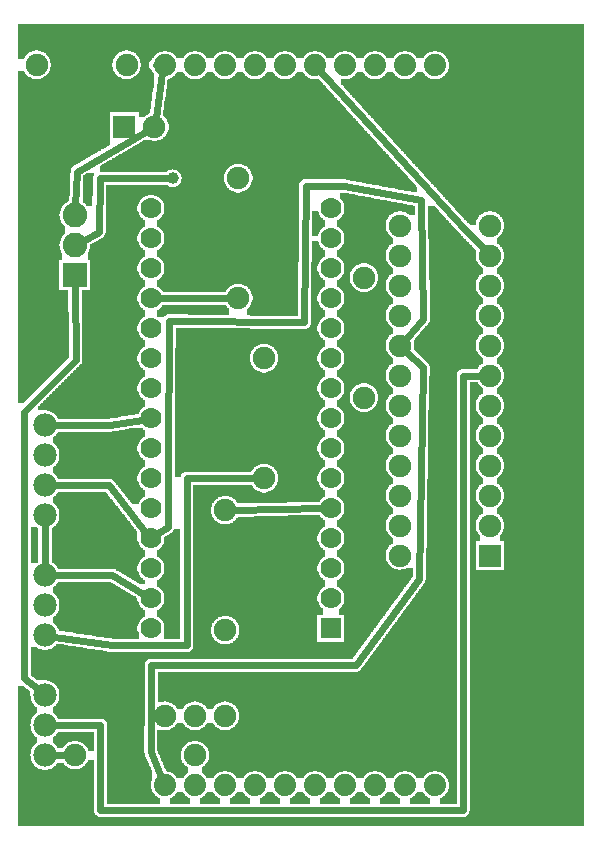
<source format=gbl>
G04 MADE WITH FRITZING*
G04 WWW.FRITZING.ORG*
G04 DOUBLE SIDED*
G04 HOLES PLATED*
G04 CONTOUR ON CENTER OF CONTOUR VECTOR*
%ASAXBY*%
%FSLAX23Y23*%
%MOIN*%
%OFA0B0*%
%SFA1.0B1.0*%
%ADD10C,0.075000*%
%ADD11C,0.074000*%
%ADD12C,0.070000*%
%ADD13C,0.082000*%
%ADD14C,0.078000*%
%ADD15C,0.039370*%
%ADD16R,0.069972X0.070000*%
%ADD17R,0.075000X0.075000*%
%ADD18R,0.082000X0.082000*%
%ADD19C,0.024000*%
%LNCOPPER0*%
G90*
G70*
G54D10*
X584Y2461D03*
X232Y1300D03*
X226Y1082D03*
X232Y790D03*
X1193Y2020D03*
X1523Y2651D03*
X1476Y1957D03*
X1193Y1870D03*
X1193Y1470D03*
G54D11*
X930Y2579D03*
X1030Y2579D03*
X1130Y2579D03*
X1230Y2579D03*
X1330Y2579D03*
X1430Y2579D03*
X530Y2579D03*
X630Y2579D03*
X730Y2579D03*
X830Y2579D03*
X930Y2579D03*
X1030Y2579D03*
G54D12*
X1083Y702D03*
X1083Y802D03*
X1083Y902D03*
X1083Y1002D03*
X1083Y1102D03*
X1083Y1202D03*
X1083Y1302D03*
X1083Y1402D03*
X1083Y1502D03*
X1083Y1602D03*
X1083Y1702D03*
X1083Y1802D03*
X1083Y1902D03*
X1083Y2002D03*
X1083Y2102D03*
X483Y702D03*
X483Y802D03*
X483Y902D03*
X483Y1002D03*
X483Y1102D03*
X483Y1202D03*
X483Y1302D03*
X483Y1402D03*
X483Y1502D03*
X483Y1602D03*
X483Y1702D03*
X483Y1802D03*
X483Y1902D03*
X483Y2002D03*
X483Y2102D03*
G54D11*
X530Y179D03*
X630Y179D03*
X730Y179D03*
X830Y179D03*
X930Y179D03*
X1030Y179D03*
X930Y179D03*
X1030Y179D03*
X1130Y179D03*
X1230Y179D03*
X1330Y179D03*
X1430Y179D03*
G54D10*
X1613Y944D03*
X1313Y944D03*
X1613Y1044D03*
X1313Y1044D03*
X1613Y1144D03*
X1313Y1144D03*
X1613Y1244D03*
X1313Y1244D03*
X1613Y1344D03*
X1313Y1344D03*
X1613Y1444D03*
X1313Y1444D03*
X1613Y1544D03*
X1313Y1544D03*
X1613Y1644D03*
X1313Y1644D03*
X1613Y1744D03*
X1313Y1744D03*
X1613Y1844D03*
X1313Y1844D03*
X1613Y1944D03*
X1313Y1944D03*
X1613Y2044D03*
X1313Y2044D03*
G54D13*
X230Y1879D03*
X230Y1979D03*
X230Y2079D03*
G54D10*
X730Y409D03*
X630Y409D03*
X530Y409D03*
G54D14*
X130Y379D03*
X130Y279D03*
X130Y479D03*
X130Y379D03*
G54D10*
X230Y279D03*
X630Y279D03*
X395Y2373D03*
X495Y2373D03*
X731Y695D03*
X731Y1095D03*
G54D14*
X130Y879D03*
X130Y779D03*
X130Y1179D03*
X130Y1079D03*
X130Y1379D03*
X130Y1279D03*
X130Y779D03*
X130Y679D03*
G54D10*
X860Y1202D03*
X860Y1602D03*
X102Y2580D03*
X402Y2580D03*
X774Y1802D03*
X774Y2202D03*
G54D15*
X556Y2201D03*
G54D16*
X1083Y702D03*
G54D17*
X1613Y944D03*
G54D18*
X230Y1879D03*
G54D17*
X395Y2373D03*
G54D19*
X524Y2579D02*
X499Y2579D01*
D02*
X499Y2402D02*
X524Y2579D01*
D02*
X315Y95D02*
X1523Y95D01*
D02*
X315Y379D02*
X315Y95D01*
D02*
X1523Y95D02*
X1523Y1544D01*
D02*
X1523Y1544D02*
X1584Y1544D01*
D02*
X160Y379D02*
X315Y379D01*
D02*
X485Y578D02*
X482Y290D01*
D02*
X1389Y1571D02*
X1377Y866D01*
D02*
X1377Y866D02*
X1166Y578D01*
D02*
X482Y290D02*
X518Y207D01*
D02*
X1334Y1624D02*
X1389Y1571D01*
D02*
X353Y645D02*
X603Y645D01*
D02*
X160Y674D02*
X353Y645D01*
D02*
X603Y645D02*
X603Y1202D01*
D02*
X603Y1202D02*
X831Y1202D01*
D02*
X160Y279D02*
X201Y279D01*
D02*
X1054Y1101D02*
X759Y1096D01*
D02*
X455Y1397D02*
X348Y1379D01*
D02*
X348Y1379D02*
X160Y1379D01*
D02*
X232Y1596D02*
X60Y1424D01*
D02*
X230Y1847D02*
X232Y1596D01*
D02*
X60Y1424D02*
X60Y536D01*
D02*
X60Y536D02*
X107Y498D01*
D02*
X512Y1802D02*
X745Y1802D01*
D02*
X231Y2111D02*
X237Y2224D01*
D02*
X237Y2224D02*
X470Y2359D01*
D02*
X465Y1024D02*
X342Y1179D01*
D02*
X342Y1179D02*
X160Y1179D01*
D02*
X1332Y1665D02*
X1391Y1731D01*
D02*
X1391Y1731D02*
X1385Y2128D01*
D02*
X1385Y2128D02*
X1126Y2176D01*
D02*
X995Y1721D02*
X544Y1725D01*
D02*
X999Y2177D02*
X995Y1721D01*
D02*
X540Y1246D02*
X540Y1040D01*
D02*
X540Y1040D02*
X507Y1018D01*
D02*
X130Y1048D02*
X130Y909D01*
D02*
X458Y816D02*
X353Y879D01*
D02*
X353Y879D02*
X160Y879D01*
D02*
X258Y1994D02*
X309Y2021D01*
D02*
X309Y2021D02*
X312Y2201D01*
D02*
X312Y2201D02*
X537Y2201D01*
D02*
X1126Y2176D02*
X999Y2177D01*
D02*
X544Y1725D02*
X540Y1246D01*
D02*
X1511Y2051D02*
X1051Y2556D01*
D02*
X1593Y1965D02*
X1511Y2051D01*
D02*
X1166Y578D02*
X485Y578D01*
G36*
X272Y2220D02*
X272Y2218D01*
X268Y2218D01*
X268Y2216D01*
X264Y2216D01*
X264Y2214D01*
X262Y2214D01*
X262Y2212D01*
X258Y2212D01*
X258Y2180D01*
X256Y2180D01*
X256Y2122D01*
X258Y2122D01*
X258Y2120D01*
X260Y2120D01*
X260Y2118D01*
X264Y2118D01*
X264Y2116D01*
X266Y2116D01*
X266Y2114D01*
X268Y2114D01*
X268Y2110D01*
X288Y2110D01*
X288Y2144D01*
X290Y2144D01*
X290Y2208D01*
X292Y2208D01*
X292Y2212D01*
X294Y2212D01*
X294Y2220D01*
X272Y2220D01*
G37*
D02*
G36*
X570Y2556D02*
X570Y2552D01*
X568Y2552D01*
X568Y2550D01*
X566Y2550D01*
X566Y2548D01*
X564Y2548D01*
X564Y2546D01*
X562Y2546D01*
X562Y2544D01*
X560Y2544D01*
X560Y2542D01*
X558Y2542D01*
X558Y2540D01*
X554Y2540D01*
X554Y2538D01*
X552Y2538D01*
X552Y2536D01*
X546Y2536D01*
X546Y2534D01*
X540Y2534D01*
X540Y2532D01*
X620Y2532D01*
X620Y2534D01*
X612Y2534D01*
X612Y2536D01*
X608Y2536D01*
X608Y2538D01*
X606Y2538D01*
X606Y2540D01*
X602Y2540D01*
X602Y2542D01*
X600Y2542D01*
X600Y2544D01*
X598Y2544D01*
X598Y2546D01*
X596Y2546D01*
X596Y2548D01*
X594Y2548D01*
X594Y2550D01*
X592Y2550D01*
X592Y2552D01*
X590Y2552D01*
X590Y2556D01*
X570Y2556D01*
G37*
D02*
G36*
X670Y2556D02*
X670Y2552D01*
X668Y2552D01*
X668Y2550D01*
X666Y2550D01*
X666Y2548D01*
X664Y2548D01*
X664Y2546D01*
X662Y2546D01*
X662Y2544D01*
X660Y2544D01*
X660Y2542D01*
X658Y2542D01*
X658Y2540D01*
X654Y2540D01*
X654Y2538D01*
X652Y2538D01*
X652Y2536D01*
X646Y2536D01*
X646Y2534D01*
X640Y2534D01*
X640Y2532D01*
X720Y2532D01*
X720Y2534D01*
X712Y2534D01*
X712Y2536D01*
X708Y2536D01*
X708Y2538D01*
X706Y2538D01*
X706Y2540D01*
X702Y2540D01*
X702Y2542D01*
X700Y2542D01*
X700Y2544D01*
X698Y2544D01*
X698Y2546D01*
X696Y2546D01*
X696Y2548D01*
X694Y2548D01*
X694Y2550D01*
X692Y2550D01*
X692Y2552D01*
X690Y2552D01*
X690Y2556D01*
X670Y2556D01*
G37*
D02*
G36*
X770Y2556D02*
X770Y2552D01*
X768Y2552D01*
X768Y2550D01*
X766Y2550D01*
X766Y2548D01*
X764Y2548D01*
X764Y2546D01*
X762Y2546D01*
X762Y2544D01*
X760Y2544D01*
X760Y2542D01*
X758Y2542D01*
X758Y2540D01*
X754Y2540D01*
X754Y2538D01*
X752Y2538D01*
X752Y2536D01*
X746Y2536D01*
X746Y2534D01*
X740Y2534D01*
X740Y2532D01*
X820Y2532D01*
X820Y2534D01*
X812Y2534D01*
X812Y2536D01*
X808Y2536D01*
X808Y2538D01*
X806Y2538D01*
X806Y2540D01*
X802Y2540D01*
X802Y2542D01*
X800Y2542D01*
X800Y2544D01*
X798Y2544D01*
X798Y2546D01*
X796Y2546D01*
X796Y2548D01*
X794Y2548D01*
X794Y2550D01*
X792Y2550D01*
X792Y2552D01*
X790Y2552D01*
X790Y2556D01*
X770Y2556D01*
G37*
D02*
G36*
X870Y2556D02*
X870Y2552D01*
X868Y2552D01*
X868Y2550D01*
X866Y2550D01*
X866Y2548D01*
X864Y2548D01*
X864Y2546D01*
X862Y2546D01*
X862Y2544D01*
X860Y2544D01*
X860Y2542D01*
X858Y2542D01*
X858Y2540D01*
X854Y2540D01*
X854Y2538D01*
X852Y2538D01*
X852Y2536D01*
X846Y2536D01*
X846Y2534D01*
X840Y2534D01*
X840Y2532D01*
X920Y2532D01*
X920Y2534D01*
X912Y2534D01*
X912Y2536D01*
X908Y2536D01*
X908Y2538D01*
X906Y2538D01*
X906Y2540D01*
X902Y2540D01*
X902Y2542D01*
X900Y2542D01*
X900Y2544D01*
X898Y2544D01*
X898Y2546D01*
X896Y2546D01*
X896Y2548D01*
X894Y2548D01*
X894Y2550D01*
X892Y2550D01*
X892Y2552D01*
X890Y2552D01*
X890Y2556D01*
X870Y2556D01*
G37*
D02*
G36*
X970Y2556D02*
X970Y2552D01*
X968Y2552D01*
X968Y2550D01*
X966Y2550D01*
X966Y2548D01*
X964Y2548D01*
X964Y2546D01*
X962Y2546D01*
X962Y2544D01*
X960Y2544D01*
X960Y2542D01*
X958Y2542D01*
X958Y2540D01*
X954Y2540D01*
X954Y2538D01*
X952Y2538D01*
X952Y2536D01*
X946Y2536D01*
X946Y2534D01*
X940Y2534D01*
X940Y2532D01*
X1020Y2532D01*
X1020Y2534D01*
X1012Y2534D01*
X1012Y2536D01*
X1008Y2536D01*
X1008Y2538D01*
X1006Y2538D01*
X1006Y2540D01*
X1002Y2540D01*
X1002Y2542D01*
X1000Y2542D01*
X1000Y2544D01*
X998Y2544D01*
X998Y2546D01*
X996Y2546D01*
X996Y2548D01*
X994Y2548D01*
X994Y2550D01*
X992Y2550D01*
X992Y2552D01*
X990Y2552D01*
X990Y2556D01*
X970Y2556D01*
G37*
D02*
G36*
X540Y2532D02*
X540Y2530D01*
X1044Y2530D01*
X1044Y2532D01*
X540Y2532D01*
G37*
D02*
G36*
X540Y2532D02*
X540Y2530D01*
X1044Y2530D01*
X1044Y2532D01*
X540Y2532D01*
G37*
D02*
G36*
X540Y2532D02*
X540Y2530D01*
X1044Y2530D01*
X1044Y2532D01*
X540Y2532D01*
G37*
D02*
G36*
X540Y2532D02*
X540Y2530D01*
X1044Y2530D01*
X1044Y2532D01*
X540Y2532D01*
G37*
D02*
G36*
X540Y2532D02*
X540Y2530D01*
X1044Y2530D01*
X1044Y2532D01*
X540Y2532D01*
G37*
D02*
G36*
X540Y2530D02*
X540Y2528D01*
X538Y2528D01*
X538Y2514D01*
X536Y2514D01*
X536Y2500D01*
X534Y2500D01*
X534Y2486D01*
X532Y2486D01*
X532Y2472D01*
X530Y2472D01*
X530Y2458D01*
X528Y2458D01*
X528Y2444D01*
X526Y2444D01*
X526Y2430D01*
X524Y2430D01*
X524Y2410D01*
X526Y2410D01*
X526Y2408D01*
X528Y2408D01*
X528Y2406D01*
X530Y2406D01*
X530Y2404D01*
X532Y2404D01*
X532Y2402D01*
X534Y2402D01*
X534Y2398D01*
X536Y2398D01*
X536Y2394D01*
X538Y2394D01*
X538Y2390D01*
X540Y2390D01*
X540Y2384D01*
X542Y2384D01*
X542Y2364D01*
X540Y2364D01*
X540Y2356D01*
X538Y2356D01*
X538Y2352D01*
X536Y2352D01*
X536Y2348D01*
X534Y2348D01*
X534Y2346D01*
X532Y2346D01*
X532Y2344D01*
X530Y2344D01*
X530Y2340D01*
X528Y2340D01*
X528Y2338D01*
X524Y2338D01*
X524Y2336D01*
X522Y2336D01*
X522Y2334D01*
X520Y2334D01*
X520Y2332D01*
X516Y2332D01*
X516Y2330D01*
X510Y2330D01*
X510Y2328D01*
X504Y2328D01*
X504Y2326D01*
X1230Y2326D01*
X1230Y2328D01*
X1228Y2328D01*
X1228Y2330D01*
X1226Y2330D01*
X1226Y2332D01*
X1224Y2332D01*
X1224Y2334D01*
X1222Y2334D01*
X1222Y2336D01*
X1220Y2336D01*
X1220Y2338D01*
X1218Y2338D01*
X1218Y2340D01*
X1216Y2340D01*
X1216Y2344D01*
X1214Y2344D01*
X1214Y2346D01*
X1212Y2346D01*
X1212Y2348D01*
X1210Y2348D01*
X1210Y2350D01*
X1208Y2350D01*
X1208Y2352D01*
X1206Y2352D01*
X1206Y2354D01*
X1204Y2354D01*
X1204Y2356D01*
X1202Y2356D01*
X1202Y2358D01*
X1200Y2358D01*
X1200Y2360D01*
X1198Y2360D01*
X1198Y2362D01*
X1196Y2362D01*
X1196Y2364D01*
X1194Y2364D01*
X1194Y2368D01*
X1192Y2368D01*
X1192Y2370D01*
X1190Y2370D01*
X1190Y2372D01*
X1188Y2372D01*
X1188Y2374D01*
X1186Y2374D01*
X1186Y2376D01*
X1184Y2376D01*
X1184Y2378D01*
X1182Y2378D01*
X1182Y2380D01*
X1180Y2380D01*
X1180Y2382D01*
X1178Y2382D01*
X1178Y2384D01*
X1176Y2384D01*
X1176Y2386D01*
X1174Y2386D01*
X1174Y2390D01*
X1172Y2390D01*
X1172Y2392D01*
X1170Y2392D01*
X1170Y2394D01*
X1168Y2394D01*
X1168Y2396D01*
X1166Y2396D01*
X1166Y2398D01*
X1164Y2398D01*
X1164Y2400D01*
X1162Y2400D01*
X1162Y2402D01*
X1160Y2402D01*
X1160Y2404D01*
X1158Y2404D01*
X1158Y2406D01*
X1156Y2406D01*
X1156Y2408D01*
X1154Y2408D01*
X1154Y2412D01*
X1152Y2412D01*
X1152Y2414D01*
X1150Y2414D01*
X1150Y2416D01*
X1148Y2416D01*
X1148Y2418D01*
X1146Y2418D01*
X1146Y2420D01*
X1144Y2420D01*
X1144Y2422D01*
X1142Y2422D01*
X1142Y2424D01*
X1140Y2424D01*
X1140Y2426D01*
X1138Y2426D01*
X1138Y2428D01*
X1136Y2428D01*
X1136Y2430D01*
X1134Y2430D01*
X1134Y2432D01*
X1132Y2432D01*
X1132Y2436D01*
X1130Y2436D01*
X1130Y2438D01*
X1128Y2438D01*
X1128Y2440D01*
X1126Y2440D01*
X1126Y2442D01*
X1124Y2442D01*
X1124Y2444D01*
X1122Y2444D01*
X1122Y2446D01*
X1120Y2446D01*
X1120Y2448D01*
X1118Y2448D01*
X1118Y2450D01*
X1116Y2450D01*
X1116Y2452D01*
X1114Y2452D01*
X1114Y2454D01*
X1112Y2454D01*
X1112Y2458D01*
X1110Y2458D01*
X1110Y2460D01*
X1108Y2460D01*
X1108Y2462D01*
X1106Y2462D01*
X1106Y2464D01*
X1104Y2464D01*
X1104Y2466D01*
X1102Y2466D01*
X1102Y2468D01*
X1100Y2468D01*
X1100Y2470D01*
X1098Y2470D01*
X1098Y2472D01*
X1096Y2472D01*
X1096Y2474D01*
X1094Y2474D01*
X1094Y2476D01*
X1092Y2476D01*
X1092Y2480D01*
X1090Y2480D01*
X1090Y2482D01*
X1088Y2482D01*
X1088Y2484D01*
X1086Y2484D01*
X1086Y2486D01*
X1084Y2486D01*
X1084Y2488D01*
X1082Y2488D01*
X1082Y2490D01*
X1080Y2490D01*
X1080Y2492D01*
X1078Y2492D01*
X1078Y2494D01*
X1076Y2494D01*
X1076Y2496D01*
X1074Y2496D01*
X1074Y2498D01*
X1072Y2498D01*
X1072Y2500D01*
X1070Y2500D01*
X1070Y2504D01*
X1068Y2504D01*
X1068Y2506D01*
X1066Y2506D01*
X1066Y2508D01*
X1064Y2508D01*
X1064Y2510D01*
X1062Y2510D01*
X1062Y2512D01*
X1060Y2512D01*
X1060Y2514D01*
X1058Y2514D01*
X1058Y2516D01*
X1056Y2516D01*
X1056Y2518D01*
X1054Y2518D01*
X1054Y2520D01*
X1052Y2520D01*
X1052Y2522D01*
X1050Y2522D01*
X1050Y2526D01*
X1048Y2526D01*
X1048Y2528D01*
X1046Y2528D01*
X1046Y2530D01*
X540Y2530D01*
G37*
D02*
G36*
X458Y2328D02*
X458Y2326D01*
X486Y2326D01*
X486Y2328D01*
X458Y2328D01*
G37*
D02*
G36*
X454Y2326D02*
X454Y2324D01*
X1232Y2324D01*
X1232Y2326D01*
X454Y2326D01*
G37*
D02*
G36*
X454Y2326D02*
X454Y2324D01*
X1232Y2324D01*
X1232Y2326D01*
X454Y2326D01*
G37*
D02*
G36*
X452Y2324D02*
X452Y2322D01*
X448Y2322D01*
X448Y2320D01*
X444Y2320D01*
X444Y2318D01*
X442Y2318D01*
X442Y2316D01*
X438Y2316D01*
X438Y2314D01*
X434Y2314D01*
X434Y2312D01*
X430Y2312D01*
X430Y2310D01*
X428Y2310D01*
X428Y2308D01*
X424Y2308D01*
X424Y2306D01*
X420Y2306D01*
X420Y2304D01*
X416Y2304D01*
X416Y2302D01*
X414Y2302D01*
X414Y2300D01*
X410Y2300D01*
X410Y2298D01*
X406Y2298D01*
X406Y2296D01*
X402Y2296D01*
X402Y2294D01*
X400Y2294D01*
X400Y2292D01*
X396Y2292D01*
X396Y2290D01*
X392Y2290D01*
X392Y2288D01*
X390Y2288D01*
X390Y2286D01*
X386Y2286D01*
X386Y2284D01*
X382Y2284D01*
X382Y2282D01*
X378Y2282D01*
X378Y2280D01*
X376Y2280D01*
X376Y2278D01*
X372Y2278D01*
X372Y2276D01*
X368Y2276D01*
X368Y2274D01*
X364Y2274D01*
X364Y2272D01*
X362Y2272D01*
X362Y2270D01*
X358Y2270D01*
X358Y2268D01*
X354Y2268D01*
X354Y2266D01*
X352Y2266D01*
X352Y2264D01*
X348Y2264D01*
X348Y2262D01*
X344Y2262D01*
X344Y2260D01*
X340Y2260D01*
X340Y2258D01*
X338Y2258D01*
X338Y2256D01*
X334Y2256D01*
X334Y2254D01*
X330Y2254D01*
X330Y2252D01*
X326Y2252D01*
X326Y2250D01*
X780Y2250D01*
X780Y2248D01*
X788Y2248D01*
X788Y2246D01*
X794Y2246D01*
X794Y2244D01*
X798Y2244D01*
X798Y2242D01*
X802Y2242D01*
X802Y2240D01*
X804Y2240D01*
X804Y2238D01*
X806Y2238D01*
X806Y2236D01*
X808Y2236D01*
X808Y2234D01*
X810Y2234D01*
X810Y2232D01*
X812Y2232D01*
X812Y2230D01*
X814Y2230D01*
X814Y2226D01*
X816Y2226D01*
X816Y2222D01*
X818Y2222D01*
X818Y2216D01*
X820Y2216D01*
X820Y2208D01*
X822Y2208D01*
X822Y2198D01*
X1134Y2198D01*
X1134Y2196D01*
X1146Y2196D01*
X1146Y2194D01*
X1156Y2194D01*
X1156Y2192D01*
X1166Y2192D01*
X1166Y2190D01*
X1178Y2190D01*
X1178Y2188D01*
X1188Y2188D01*
X1188Y2186D01*
X1200Y2186D01*
X1200Y2184D01*
X1210Y2184D01*
X1210Y2182D01*
X1220Y2182D01*
X1220Y2180D01*
X1232Y2180D01*
X1232Y2178D01*
X1242Y2178D01*
X1242Y2176D01*
X1252Y2176D01*
X1252Y2174D01*
X1264Y2174D01*
X1264Y2172D01*
X1274Y2172D01*
X1274Y2170D01*
X1286Y2170D01*
X1286Y2168D01*
X1296Y2168D01*
X1296Y2166D01*
X1306Y2166D01*
X1306Y2164D01*
X1318Y2164D01*
X1318Y2162D01*
X1328Y2162D01*
X1328Y2160D01*
X1340Y2160D01*
X1340Y2158D01*
X1350Y2158D01*
X1350Y2156D01*
X1370Y2156D01*
X1370Y2174D01*
X1368Y2174D01*
X1368Y2176D01*
X1366Y2176D01*
X1366Y2178D01*
X1364Y2178D01*
X1364Y2180D01*
X1362Y2180D01*
X1362Y2182D01*
X1360Y2182D01*
X1360Y2186D01*
X1358Y2186D01*
X1358Y2188D01*
X1356Y2188D01*
X1356Y2190D01*
X1354Y2190D01*
X1354Y2192D01*
X1352Y2192D01*
X1352Y2194D01*
X1350Y2194D01*
X1350Y2196D01*
X1348Y2196D01*
X1348Y2198D01*
X1346Y2198D01*
X1346Y2200D01*
X1344Y2200D01*
X1344Y2202D01*
X1342Y2202D01*
X1342Y2204D01*
X1340Y2204D01*
X1340Y2208D01*
X1338Y2208D01*
X1338Y2210D01*
X1336Y2210D01*
X1336Y2212D01*
X1334Y2212D01*
X1334Y2214D01*
X1332Y2214D01*
X1332Y2216D01*
X1330Y2216D01*
X1330Y2218D01*
X1328Y2218D01*
X1328Y2220D01*
X1326Y2220D01*
X1326Y2222D01*
X1324Y2222D01*
X1324Y2224D01*
X1322Y2224D01*
X1322Y2226D01*
X1320Y2226D01*
X1320Y2228D01*
X1318Y2228D01*
X1318Y2232D01*
X1316Y2232D01*
X1316Y2234D01*
X1314Y2234D01*
X1314Y2236D01*
X1312Y2236D01*
X1312Y2238D01*
X1310Y2238D01*
X1310Y2240D01*
X1308Y2240D01*
X1308Y2242D01*
X1306Y2242D01*
X1306Y2244D01*
X1304Y2244D01*
X1304Y2246D01*
X1302Y2246D01*
X1302Y2248D01*
X1300Y2248D01*
X1300Y2250D01*
X1298Y2250D01*
X1298Y2254D01*
X1296Y2254D01*
X1296Y2256D01*
X1294Y2256D01*
X1294Y2258D01*
X1292Y2258D01*
X1292Y2260D01*
X1290Y2260D01*
X1290Y2262D01*
X1288Y2262D01*
X1288Y2264D01*
X1286Y2264D01*
X1286Y2266D01*
X1284Y2266D01*
X1284Y2268D01*
X1282Y2268D01*
X1282Y2270D01*
X1280Y2270D01*
X1280Y2272D01*
X1278Y2272D01*
X1278Y2276D01*
X1276Y2276D01*
X1276Y2278D01*
X1274Y2278D01*
X1274Y2280D01*
X1272Y2280D01*
X1272Y2282D01*
X1270Y2282D01*
X1270Y2284D01*
X1268Y2284D01*
X1268Y2286D01*
X1266Y2286D01*
X1266Y2288D01*
X1264Y2288D01*
X1264Y2290D01*
X1262Y2290D01*
X1262Y2292D01*
X1260Y2292D01*
X1260Y2294D01*
X1258Y2294D01*
X1258Y2296D01*
X1256Y2296D01*
X1256Y2300D01*
X1254Y2300D01*
X1254Y2302D01*
X1252Y2302D01*
X1252Y2304D01*
X1250Y2304D01*
X1250Y2306D01*
X1248Y2306D01*
X1248Y2308D01*
X1246Y2308D01*
X1246Y2310D01*
X1244Y2310D01*
X1244Y2312D01*
X1242Y2312D01*
X1242Y2314D01*
X1240Y2314D01*
X1240Y2316D01*
X1238Y2316D01*
X1238Y2318D01*
X1236Y2318D01*
X1236Y2322D01*
X1234Y2322D01*
X1234Y2324D01*
X452Y2324D01*
G37*
D02*
G36*
X324Y2250D02*
X324Y2248D01*
X320Y2248D01*
X320Y2246D01*
X316Y2246D01*
X316Y2244D01*
X314Y2244D01*
X314Y2232D01*
X556Y2232D01*
X556Y2230D01*
X566Y2230D01*
X566Y2228D01*
X570Y2228D01*
X570Y2226D01*
X574Y2226D01*
X574Y2224D01*
X576Y2224D01*
X576Y2222D01*
X578Y2222D01*
X578Y2220D01*
X580Y2220D01*
X580Y2216D01*
X582Y2216D01*
X582Y2214D01*
X584Y2214D01*
X584Y2206D01*
X586Y2206D01*
X586Y2198D01*
X584Y2198D01*
X584Y2190D01*
X582Y2190D01*
X582Y2186D01*
X580Y2186D01*
X580Y2184D01*
X578Y2184D01*
X578Y2180D01*
X574Y2180D01*
X574Y2178D01*
X572Y2178D01*
X572Y2176D01*
X568Y2176D01*
X568Y2174D01*
X564Y2174D01*
X564Y2172D01*
X736Y2172D01*
X736Y2176D01*
X734Y2176D01*
X734Y2178D01*
X732Y2178D01*
X732Y2182D01*
X730Y2182D01*
X730Y2188D01*
X728Y2188D01*
X728Y2196D01*
X726Y2196D01*
X726Y2208D01*
X728Y2208D01*
X728Y2216D01*
X730Y2216D01*
X730Y2222D01*
X732Y2222D01*
X732Y2226D01*
X734Y2226D01*
X734Y2228D01*
X736Y2228D01*
X736Y2232D01*
X738Y2232D01*
X738Y2234D01*
X740Y2234D01*
X740Y2236D01*
X742Y2236D01*
X742Y2238D01*
X744Y2238D01*
X744Y2240D01*
X748Y2240D01*
X748Y2242D01*
X750Y2242D01*
X750Y2244D01*
X754Y2244D01*
X754Y2246D01*
X760Y2246D01*
X760Y2248D01*
X768Y2248D01*
X768Y2250D01*
X324Y2250D01*
G37*
D02*
G36*
X314Y2232D02*
X314Y2224D01*
X538Y2224D01*
X538Y2226D01*
X540Y2226D01*
X540Y2228D01*
X544Y2228D01*
X544Y2230D01*
X554Y2230D01*
X554Y2232D01*
X314Y2232D01*
G37*
D02*
G36*
X822Y2198D02*
X822Y2196D01*
X820Y2196D01*
X820Y2188D01*
X818Y2188D01*
X818Y2182D01*
X816Y2182D01*
X816Y2178D01*
X814Y2178D01*
X814Y2176D01*
X812Y2176D01*
X812Y2172D01*
X810Y2172D01*
X810Y2170D01*
X808Y2170D01*
X808Y2168D01*
X806Y2168D01*
X806Y2166D01*
X804Y2166D01*
X804Y2164D01*
X800Y2164D01*
X800Y2162D01*
X798Y2162D01*
X798Y2160D01*
X794Y2160D01*
X794Y2158D01*
X788Y2158D01*
X788Y2156D01*
X780Y2156D01*
X780Y2154D01*
X978Y2154D01*
X978Y2186D01*
X980Y2186D01*
X980Y2188D01*
X982Y2188D01*
X982Y2192D01*
X984Y2192D01*
X984Y2194D01*
X986Y2194D01*
X986Y2196D01*
X990Y2196D01*
X990Y2198D01*
X822Y2198D01*
G37*
D02*
G36*
X334Y2180D02*
X334Y2172D01*
X548Y2172D01*
X548Y2174D01*
X542Y2174D01*
X542Y2176D01*
X540Y2176D01*
X540Y2178D01*
X536Y2178D01*
X536Y2180D01*
X334Y2180D01*
G37*
D02*
G36*
X334Y2172D02*
X334Y2170D01*
X738Y2170D01*
X738Y2172D01*
X334Y2172D01*
G37*
D02*
G36*
X334Y2172D02*
X334Y2170D01*
X738Y2170D01*
X738Y2172D01*
X334Y2172D01*
G37*
D02*
G36*
X334Y2170D02*
X334Y2154D01*
X768Y2154D01*
X768Y2156D01*
X760Y2156D01*
X760Y2158D01*
X754Y2158D01*
X754Y2160D01*
X750Y2160D01*
X750Y2162D01*
X748Y2162D01*
X748Y2164D01*
X744Y2164D01*
X744Y2166D01*
X742Y2166D01*
X742Y2168D01*
X740Y2168D01*
X740Y2170D01*
X334Y2170D01*
G37*
D02*
G36*
X334Y2154D02*
X334Y2152D01*
X978Y2152D01*
X978Y2154D01*
X334Y2154D01*
G37*
D02*
G36*
X334Y2154D02*
X334Y2152D01*
X978Y2152D01*
X978Y2154D01*
X334Y2154D01*
G37*
D02*
G36*
X334Y2152D02*
X334Y2146D01*
X494Y2146D01*
X494Y2144D01*
X500Y2144D01*
X500Y2142D01*
X504Y2142D01*
X504Y2140D01*
X508Y2140D01*
X508Y2138D01*
X510Y2138D01*
X510Y2136D01*
X514Y2136D01*
X514Y2134D01*
X516Y2134D01*
X516Y2132D01*
X518Y2132D01*
X518Y2128D01*
X520Y2128D01*
X520Y2126D01*
X522Y2126D01*
X522Y2122D01*
X524Y2122D01*
X524Y2118D01*
X526Y2118D01*
X526Y2112D01*
X528Y2112D01*
X528Y2092D01*
X526Y2092D01*
X526Y2084D01*
X524Y2084D01*
X524Y2080D01*
X522Y2080D01*
X522Y2078D01*
X520Y2078D01*
X520Y2074D01*
X518Y2074D01*
X518Y2072D01*
X516Y2072D01*
X516Y2070D01*
X514Y2070D01*
X514Y2068D01*
X512Y2068D01*
X512Y2066D01*
X510Y2066D01*
X510Y2064D01*
X506Y2064D01*
X506Y2062D01*
X502Y2062D01*
X502Y2042D01*
X504Y2042D01*
X504Y2040D01*
X508Y2040D01*
X508Y2038D01*
X510Y2038D01*
X510Y2036D01*
X514Y2036D01*
X514Y2034D01*
X516Y2034D01*
X516Y2032D01*
X518Y2032D01*
X518Y2028D01*
X520Y2028D01*
X520Y2026D01*
X522Y2026D01*
X522Y2022D01*
X524Y2022D01*
X524Y2018D01*
X526Y2018D01*
X526Y2012D01*
X528Y2012D01*
X528Y1992D01*
X526Y1992D01*
X526Y1984D01*
X524Y1984D01*
X524Y1980D01*
X522Y1980D01*
X522Y1978D01*
X520Y1978D01*
X520Y1974D01*
X518Y1974D01*
X518Y1972D01*
X516Y1972D01*
X516Y1970D01*
X514Y1970D01*
X514Y1968D01*
X512Y1968D01*
X512Y1966D01*
X510Y1966D01*
X510Y1964D01*
X506Y1964D01*
X506Y1962D01*
X502Y1962D01*
X502Y1942D01*
X504Y1942D01*
X504Y1940D01*
X508Y1940D01*
X508Y1938D01*
X510Y1938D01*
X510Y1936D01*
X514Y1936D01*
X514Y1934D01*
X516Y1934D01*
X516Y1932D01*
X518Y1932D01*
X518Y1928D01*
X520Y1928D01*
X520Y1926D01*
X522Y1926D01*
X522Y1922D01*
X524Y1922D01*
X524Y1918D01*
X526Y1918D01*
X526Y1912D01*
X528Y1912D01*
X528Y1892D01*
X526Y1892D01*
X526Y1884D01*
X524Y1884D01*
X524Y1880D01*
X522Y1880D01*
X522Y1878D01*
X520Y1878D01*
X520Y1874D01*
X518Y1874D01*
X518Y1872D01*
X516Y1872D01*
X516Y1870D01*
X514Y1870D01*
X514Y1868D01*
X512Y1868D01*
X512Y1866D01*
X510Y1866D01*
X510Y1864D01*
X506Y1864D01*
X506Y1862D01*
X502Y1862D01*
X502Y1850D01*
X780Y1850D01*
X780Y1848D01*
X788Y1848D01*
X788Y1846D01*
X794Y1846D01*
X794Y1844D01*
X798Y1844D01*
X798Y1842D01*
X802Y1842D01*
X802Y1840D01*
X804Y1840D01*
X804Y1838D01*
X806Y1838D01*
X806Y1836D01*
X808Y1836D01*
X808Y1834D01*
X810Y1834D01*
X810Y1832D01*
X812Y1832D01*
X812Y1830D01*
X814Y1830D01*
X814Y1826D01*
X816Y1826D01*
X816Y1822D01*
X818Y1822D01*
X818Y1816D01*
X820Y1816D01*
X820Y1808D01*
X822Y1808D01*
X822Y1796D01*
X820Y1796D01*
X820Y1788D01*
X818Y1788D01*
X818Y1782D01*
X816Y1782D01*
X816Y1778D01*
X814Y1778D01*
X814Y1776D01*
X812Y1776D01*
X812Y1772D01*
X810Y1772D01*
X810Y1770D01*
X808Y1770D01*
X808Y1768D01*
X806Y1768D01*
X806Y1766D01*
X804Y1766D01*
X804Y1746D01*
X814Y1746D01*
X814Y1744D01*
X974Y1744D01*
X974Y1924D01*
X976Y1924D01*
X976Y2136D01*
X978Y2136D01*
X978Y2152D01*
X334Y2152D01*
G37*
D02*
G36*
X334Y2146D02*
X334Y2142D01*
X332Y2142D01*
X332Y2018D01*
X330Y2018D01*
X330Y2012D01*
X328Y2012D01*
X328Y2008D01*
X326Y2008D01*
X326Y2006D01*
X324Y2006D01*
X324Y2004D01*
X322Y2004D01*
X322Y2002D01*
X318Y2002D01*
X318Y2000D01*
X314Y2000D01*
X314Y1998D01*
X310Y1998D01*
X310Y1996D01*
X306Y1996D01*
X306Y1994D01*
X304Y1994D01*
X304Y1992D01*
X300Y1992D01*
X300Y1990D01*
X296Y1990D01*
X296Y1988D01*
X292Y1988D01*
X292Y1986D01*
X288Y1986D01*
X288Y1984D01*
X284Y1984D01*
X284Y1982D01*
X280Y1982D01*
X280Y1966D01*
X278Y1966D01*
X278Y1960D01*
X276Y1960D01*
X276Y1956D01*
X274Y1956D01*
X274Y1952D01*
X272Y1952D01*
X272Y1930D01*
X280Y1930D01*
X280Y1828D01*
X252Y1828D01*
X252Y1756D01*
X254Y1756D01*
X254Y1588D01*
X252Y1588D01*
X252Y1584D01*
X250Y1584D01*
X250Y1582D01*
X248Y1582D01*
X248Y1580D01*
X246Y1580D01*
X246Y1578D01*
X244Y1578D01*
X244Y1576D01*
X242Y1576D01*
X242Y1574D01*
X240Y1574D01*
X240Y1572D01*
X238Y1572D01*
X238Y1570D01*
X236Y1570D01*
X236Y1568D01*
X234Y1568D01*
X234Y1566D01*
X232Y1566D01*
X232Y1564D01*
X230Y1564D01*
X230Y1562D01*
X228Y1562D01*
X228Y1560D01*
X226Y1560D01*
X226Y1558D01*
X224Y1558D01*
X224Y1556D01*
X222Y1556D01*
X222Y1554D01*
X220Y1554D01*
X220Y1552D01*
X218Y1552D01*
X218Y1550D01*
X216Y1550D01*
X216Y1548D01*
X214Y1548D01*
X214Y1546D01*
X212Y1546D01*
X212Y1544D01*
X210Y1544D01*
X210Y1542D01*
X208Y1542D01*
X208Y1540D01*
X206Y1540D01*
X206Y1538D01*
X204Y1538D01*
X204Y1536D01*
X202Y1536D01*
X202Y1534D01*
X200Y1534D01*
X200Y1532D01*
X198Y1532D01*
X198Y1530D01*
X196Y1530D01*
X196Y1528D01*
X194Y1528D01*
X194Y1526D01*
X192Y1526D01*
X192Y1524D01*
X190Y1524D01*
X190Y1522D01*
X188Y1522D01*
X188Y1520D01*
X186Y1520D01*
X186Y1518D01*
X184Y1518D01*
X184Y1516D01*
X182Y1516D01*
X182Y1514D01*
X180Y1514D01*
X180Y1512D01*
X178Y1512D01*
X178Y1510D01*
X176Y1510D01*
X176Y1508D01*
X174Y1508D01*
X174Y1506D01*
X172Y1506D01*
X172Y1504D01*
X170Y1504D01*
X170Y1502D01*
X168Y1502D01*
X168Y1500D01*
X166Y1500D01*
X166Y1498D01*
X164Y1498D01*
X164Y1496D01*
X162Y1496D01*
X162Y1494D01*
X160Y1494D01*
X160Y1492D01*
X158Y1492D01*
X158Y1490D01*
X156Y1490D01*
X156Y1488D01*
X154Y1488D01*
X154Y1486D01*
X152Y1486D01*
X152Y1484D01*
X150Y1484D01*
X150Y1482D01*
X148Y1482D01*
X148Y1480D01*
X146Y1480D01*
X146Y1478D01*
X144Y1478D01*
X144Y1476D01*
X142Y1476D01*
X142Y1474D01*
X140Y1474D01*
X140Y1472D01*
X138Y1472D01*
X138Y1470D01*
X136Y1470D01*
X136Y1468D01*
X134Y1468D01*
X134Y1466D01*
X132Y1466D01*
X132Y1464D01*
X130Y1464D01*
X130Y1462D01*
X128Y1462D01*
X128Y1460D01*
X126Y1460D01*
X126Y1458D01*
X124Y1458D01*
X124Y1456D01*
X122Y1456D01*
X122Y1454D01*
X120Y1454D01*
X120Y1452D01*
X118Y1452D01*
X118Y1450D01*
X116Y1450D01*
X116Y1448D01*
X114Y1448D01*
X114Y1446D01*
X112Y1446D01*
X112Y1444D01*
X110Y1444D01*
X110Y1442D01*
X108Y1442D01*
X108Y1428D01*
X138Y1428D01*
X138Y1426D01*
X146Y1426D01*
X146Y1424D01*
X150Y1424D01*
X150Y1422D01*
X154Y1422D01*
X154Y1420D01*
X158Y1420D01*
X158Y1418D01*
X160Y1418D01*
X160Y1416D01*
X162Y1416D01*
X162Y1414D01*
X164Y1414D01*
X164Y1412D01*
X166Y1412D01*
X166Y1410D01*
X168Y1410D01*
X168Y1408D01*
X170Y1408D01*
X170Y1404D01*
X172Y1404D01*
X172Y1402D01*
X174Y1402D01*
X174Y1400D01*
X348Y1400D01*
X348Y1402D01*
X360Y1402D01*
X360Y1404D01*
X372Y1404D01*
X372Y1406D01*
X384Y1406D01*
X384Y1408D01*
X396Y1408D01*
X396Y1410D01*
X408Y1410D01*
X408Y1412D01*
X418Y1412D01*
X418Y1414D01*
X430Y1414D01*
X430Y1416D01*
X442Y1416D01*
X442Y1422D01*
X444Y1422D01*
X444Y1424D01*
X446Y1424D01*
X446Y1428D01*
X448Y1428D01*
X448Y1430D01*
X450Y1430D01*
X450Y1432D01*
X452Y1432D01*
X452Y1434D01*
X454Y1434D01*
X454Y1436D01*
X456Y1436D01*
X456Y1438D01*
X458Y1438D01*
X458Y1440D01*
X462Y1440D01*
X462Y1442D01*
X464Y1442D01*
X464Y1462D01*
X460Y1462D01*
X460Y1464D01*
X458Y1464D01*
X458Y1466D01*
X456Y1466D01*
X456Y1468D01*
X452Y1468D01*
X452Y1470D01*
X450Y1470D01*
X450Y1472D01*
X448Y1472D01*
X448Y1476D01*
X446Y1476D01*
X446Y1478D01*
X444Y1478D01*
X444Y1482D01*
X442Y1482D01*
X442Y1488D01*
X440Y1488D01*
X440Y1494D01*
X438Y1494D01*
X438Y1508D01*
X440Y1508D01*
X440Y1516D01*
X442Y1516D01*
X442Y1522D01*
X444Y1522D01*
X444Y1524D01*
X446Y1524D01*
X446Y1528D01*
X448Y1528D01*
X448Y1530D01*
X450Y1530D01*
X450Y1532D01*
X452Y1532D01*
X452Y1534D01*
X454Y1534D01*
X454Y1536D01*
X456Y1536D01*
X456Y1538D01*
X458Y1538D01*
X458Y1540D01*
X462Y1540D01*
X462Y1542D01*
X464Y1542D01*
X464Y1562D01*
X460Y1562D01*
X460Y1564D01*
X458Y1564D01*
X458Y1566D01*
X456Y1566D01*
X456Y1568D01*
X452Y1568D01*
X452Y1570D01*
X450Y1570D01*
X450Y1572D01*
X448Y1572D01*
X448Y1576D01*
X446Y1576D01*
X446Y1578D01*
X444Y1578D01*
X444Y1582D01*
X442Y1582D01*
X442Y1588D01*
X440Y1588D01*
X440Y1594D01*
X438Y1594D01*
X438Y1608D01*
X440Y1608D01*
X440Y1616D01*
X442Y1616D01*
X442Y1622D01*
X444Y1622D01*
X444Y1624D01*
X446Y1624D01*
X446Y1628D01*
X448Y1628D01*
X448Y1630D01*
X450Y1630D01*
X450Y1632D01*
X452Y1632D01*
X452Y1634D01*
X454Y1634D01*
X454Y1636D01*
X456Y1636D01*
X456Y1638D01*
X458Y1638D01*
X458Y1640D01*
X462Y1640D01*
X462Y1642D01*
X464Y1642D01*
X464Y1662D01*
X460Y1662D01*
X460Y1664D01*
X458Y1664D01*
X458Y1666D01*
X456Y1666D01*
X456Y1668D01*
X452Y1668D01*
X452Y1670D01*
X450Y1670D01*
X450Y1672D01*
X448Y1672D01*
X448Y1676D01*
X446Y1676D01*
X446Y1678D01*
X444Y1678D01*
X444Y1682D01*
X442Y1682D01*
X442Y1688D01*
X440Y1688D01*
X440Y1694D01*
X438Y1694D01*
X438Y1708D01*
X440Y1708D01*
X440Y1716D01*
X442Y1716D01*
X442Y1722D01*
X444Y1722D01*
X444Y1724D01*
X446Y1724D01*
X446Y1728D01*
X448Y1728D01*
X448Y1730D01*
X450Y1730D01*
X450Y1732D01*
X452Y1732D01*
X452Y1734D01*
X454Y1734D01*
X454Y1736D01*
X456Y1736D01*
X456Y1738D01*
X458Y1738D01*
X458Y1740D01*
X462Y1740D01*
X462Y1742D01*
X464Y1742D01*
X464Y1762D01*
X460Y1762D01*
X460Y1764D01*
X458Y1764D01*
X458Y1766D01*
X456Y1766D01*
X456Y1768D01*
X452Y1768D01*
X452Y1770D01*
X450Y1770D01*
X450Y1772D01*
X448Y1772D01*
X448Y1776D01*
X446Y1776D01*
X446Y1778D01*
X444Y1778D01*
X444Y1782D01*
X442Y1782D01*
X442Y1788D01*
X440Y1788D01*
X440Y1794D01*
X438Y1794D01*
X438Y1808D01*
X440Y1808D01*
X440Y1816D01*
X442Y1816D01*
X442Y1822D01*
X444Y1822D01*
X444Y1824D01*
X446Y1824D01*
X446Y1828D01*
X448Y1828D01*
X448Y1830D01*
X450Y1830D01*
X450Y1832D01*
X452Y1832D01*
X452Y1834D01*
X454Y1834D01*
X454Y1836D01*
X456Y1836D01*
X456Y1838D01*
X458Y1838D01*
X458Y1840D01*
X462Y1840D01*
X462Y1842D01*
X464Y1842D01*
X464Y1862D01*
X460Y1862D01*
X460Y1864D01*
X458Y1864D01*
X458Y1866D01*
X456Y1866D01*
X456Y1868D01*
X452Y1868D01*
X452Y1870D01*
X450Y1870D01*
X450Y1872D01*
X448Y1872D01*
X448Y1876D01*
X446Y1876D01*
X446Y1878D01*
X444Y1878D01*
X444Y1882D01*
X442Y1882D01*
X442Y1888D01*
X440Y1888D01*
X440Y1894D01*
X438Y1894D01*
X438Y1908D01*
X440Y1908D01*
X440Y1916D01*
X442Y1916D01*
X442Y1922D01*
X444Y1922D01*
X444Y1924D01*
X446Y1924D01*
X446Y1928D01*
X448Y1928D01*
X448Y1930D01*
X450Y1930D01*
X450Y1932D01*
X452Y1932D01*
X452Y1934D01*
X454Y1934D01*
X454Y1936D01*
X456Y1936D01*
X456Y1938D01*
X458Y1938D01*
X458Y1940D01*
X462Y1940D01*
X462Y1942D01*
X464Y1942D01*
X464Y1962D01*
X460Y1962D01*
X460Y1964D01*
X458Y1964D01*
X458Y1966D01*
X456Y1966D01*
X456Y1968D01*
X452Y1968D01*
X452Y1970D01*
X450Y1970D01*
X450Y1972D01*
X448Y1972D01*
X448Y1976D01*
X446Y1976D01*
X446Y1978D01*
X444Y1978D01*
X444Y1982D01*
X442Y1982D01*
X442Y1988D01*
X440Y1988D01*
X440Y1994D01*
X438Y1994D01*
X438Y2008D01*
X440Y2008D01*
X440Y2016D01*
X442Y2016D01*
X442Y2022D01*
X444Y2022D01*
X444Y2024D01*
X446Y2024D01*
X446Y2028D01*
X448Y2028D01*
X448Y2030D01*
X450Y2030D01*
X450Y2032D01*
X452Y2032D01*
X452Y2034D01*
X454Y2034D01*
X454Y2036D01*
X456Y2036D01*
X456Y2038D01*
X458Y2038D01*
X458Y2040D01*
X462Y2040D01*
X462Y2042D01*
X464Y2042D01*
X464Y2062D01*
X460Y2062D01*
X460Y2064D01*
X458Y2064D01*
X458Y2066D01*
X456Y2066D01*
X456Y2068D01*
X452Y2068D01*
X452Y2070D01*
X450Y2070D01*
X450Y2072D01*
X448Y2072D01*
X448Y2076D01*
X446Y2076D01*
X446Y2078D01*
X444Y2078D01*
X444Y2082D01*
X442Y2082D01*
X442Y2088D01*
X440Y2088D01*
X440Y2094D01*
X438Y2094D01*
X438Y2108D01*
X440Y2108D01*
X440Y2116D01*
X442Y2116D01*
X442Y2122D01*
X444Y2122D01*
X444Y2124D01*
X446Y2124D01*
X446Y2128D01*
X448Y2128D01*
X448Y2130D01*
X450Y2130D01*
X450Y2132D01*
X452Y2132D01*
X452Y2134D01*
X454Y2134D01*
X454Y2136D01*
X456Y2136D01*
X456Y2138D01*
X458Y2138D01*
X458Y2140D01*
X462Y2140D01*
X462Y2142D01*
X466Y2142D01*
X466Y2144D01*
X472Y2144D01*
X472Y2146D01*
X334Y2146D01*
G37*
D02*
G36*
X502Y1850D02*
X502Y1842D01*
X504Y1842D01*
X504Y1840D01*
X508Y1840D01*
X508Y1838D01*
X510Y1838D01*
X510Y1836D01*
X514Y1836D01*
X514Y1834D01*
X516Y1834D01*
X516Y1832D01*
X518Y1832D01*
X518Y1828D01*
X520Y1828D01*
X520Y1826D01*
X522Y1826D01*
X522Y1824D01*
X732Y1824D01*
X732Y1826D01*
X734Y1826D01*
X734Y1828D01*
X736Y1828D01*
X736Y1832D01*
X738Y1832D01*
X738Y1834D01*
X740Y1834D01*
X740Y1836D01*
X742Y1836D01*
X742Y1838D01*
X744Y1838D01*
X744Y1840D01*
X748Y1840D01*
X748Y1842D01*
X750Y1842D01*
X750Y1844D01*
X754Y1844D01*
X754Y1846D01*
X760Y1846D01*
X760Y1848D01*
X768Y1848D01*
X768Y1850D01*
X502Y1850D01*
G37*
D02*
G36*
X1020Y2094D02*
X1020Y2008D01*
X1040Y2008D01*
X1040Y2016D01*
X1042Y2016D01*
X1042Y2022D01*
X1044Y2022D01*
X1044Y2024D01*
X1046Y2024D01*
X1046Y2028D01*
X1048Y2028D01*
X1048Y2030D01*
X1050Y2030D01*
X1050Y2032D01*
X1052Y2032D01*
X1052Y2034D01*
X1054Y2034D01*
X1054Y2036D01*
X1056Y2036D01*
X1056Y2038D01*
X1058Y2038D01*
X1058Y2040D01*
X1062Y2040D01*
X1062Y2042D01*
X1064Y2042D01*
X1064Y2062D01*
X1060Y2062D01*
X1060Y2064D01*
X1058Y2064D01*
X1058Y2066D01*
X1056Y2066D01*
X1056Y2068D01*
X1052Y2068D01*
X1052Y2070D01*
X1050Y2070D01*
X1050Y2072D01*
X1048Y2072D01*
X1048Y2076D01*
X1046Y2076D01*
X1046Y2078D01*
X1044Y2078D01*
X1044Y2082D01*
X1042Y2082D01*
X1042Y2088D01*
X1040Y2088D01*
X1040Y2094D01*
X1020Y2094D01*
G37*
D02*
G36*
X522Y1780D02*
X522Y1778D01*
X520Y1778D01*
X520Y1774D01*
X518Y1774D01*
X518Y1772D01*
X516Y1772D01*
X516Y1770D01*
X514Y1770D01*
X514Y1768D01*
X512Y1768D01*
X512Y1766D01*
X510Y1766D01*
X510Y1764D01*
X506Y1764D01*
X506Y1762D01*
X502Y1762D01*
X502Y1748D01*
X606Y1748D01*
X606Y1746D01*
X744Y1746D01*
X744Y1766D01*
X742Y1766D01*
X742Y1768D01*
X740Y1768D01*
X740Y1770D01*
X738Y1770D01*
X738Y1772D01*
X736Y1772D01*
X736Y1776D01*
X734Y1776D01*
X734Y1778D01*
X732Y1778D01*
X732Y1780D01*
X522Y1780D01*
G37*
D02*
G36*
X502Y1748D02*
X502Y1742D01*
X504Y1742D01*
X504Y1740D01*
X528Y1740D01*
X528Y1742D01*
X530Y1742D01*
X530Y1744D01*
X534Y1744D01*
X534Y1746D01*
X538Y1746D01*
X538Y1748D01*
X502Y1748D01*
G37*
D02*
G36*
X422Y1370D02*
X422Y1368D01*
X410Y1368D01*
X410Y1366D01*
X398Y1366D01*
X398Y1364D01*
X388Y1364D01*
X388Y1362D01*
X376Y1362D01*
X376Y1360D01*
X364Y1360D01*
X364Y1358D01*
X352Y1358D01*
X352Y1356D01*
X172Y1356D01*
X172Y1352D01*
X170Y1352D01*
X170Y1350D01*
X168Y1350D01*
X168Y1348D01*
X166Y1348D01*
X166Y1344D01*
X164Y1344D01*
X164Y1342D01*
X160Y1342D01*
X160Y1340D01*
X158Y1340D01*
X158Y1318D01*
X160Y1318D01*
X160Y1316D01*
X162Y1316D01*
X162Y1314D01*
X164Y1314D01*
X164Y1312D01*
X166Y1312D01*
X166Y1310D01*
X168Y1310D01*
X168Y1308D01*
X170Y1308D01*
X170Y1304D01*
X172Y1304D01*
X172Y1302D01*
X174Y1302D01*
X174Y1298D01*
X176Y1298D01*
X176Y1292D01*
X178Y1292D01*
X178Y1266D01*
X176Y1266D01*
X176Y1260D01*
X174Y1260D01*
X174Y1256D01*
X172Y1256D01*
X172Y1252D01*
X170Y1252D01*
X170Y1250D01*
X168Y1250D01*
X168Y1248D01*
X166Y1248D01*
X166Y1244D01*
X164Y1244D01*
X164Y1242D01*
X160Y1242D01*
X160Y1240D01*
X158Y1240D01*
X158Y1218D01*
X160Y1218D01*
X160Y1216D01*
X162Y1216D01*
X162Y1214D01*
X164Y1214D01*
X164Y1212D01*
X166Y1212D01*
X166Y1210D01*
X168Y1210D01*
X168Y1208D01*
X170Y1208D01*
X170Y1204D01*
X172Y1204D01*
X172Y1202D01*
X174Y1202D01*
X174Y1200D01*
X350Y1200D01*
X350Y1198D01*
X354Y1198D01*
X354Y1196D01*
X356Y1196D01*
X356Y1194D01*
X358Y1194D01*
X358Y1192D01*
X360Y1192D01*
X360Y1190D01*
X362Y1190D01*
X362Y1188D01*
X364Y1188D01*
X364Y1186D01*
X366Y1186D01*
X366Y1182D01*
X368Y1182D01*
X368Y1180D01*
X370Y1180D01*
X370Y1178D01*
X372Y1178D01*
X372Y1176D01*
X374Y1176D01*
X374Y1172D01*
X376Y1172D01*
X376Y1170D01*
X378Y1170D01*
X378Y1168D01*
X380Y1168D01*
X380Y1166D01*
X382Y1166D01*
X382Y1162D01*
X384Y1162D01*
X384Y1160D01*
X386Y1160D01*
X386Y1158D01*
X388Y1158D01*
X388Y1156D01*
X390Y1156D01*
X390Y1152D01*
X392Y1152D01*
X392Y1150D01*
X394Y1150D01*
X394Y1148D01*
X396Y1148D01*
X396Y1146D01*
X398Y1146D01*
X398Y1142D01*
X400Y1142D01*
X400Y1140D01*
X402Y1140D01*
X402Y1138D01*
X404Y1138D01*
X404Y1136D01*
X406Y1136D01*
X406Y1132D01*
X408Y1132D01*
X408Y1130D01*
X410Y1130D01*
X410Y1128D01*
X412Y1128D01*
X412Y1126D01*
X414Y1126D01*
X414Y1122D01*
X416Y1122D01*
X416Y1120D01*
X418Y1120D01*
X418Y1118D01*
X420Y1118D01*
X420Y1116D01*
X442Y1116D01*
X442Y1122D01*
X444Y1122D01*
X444Y1124D01*
X446Y1124D01*
X446Y1128D01*
X448Y1128D01*
X448Y1130D01*
X450Y1130D01*
X450Y1132D01*
X452Y1132D01*
X452Y1134D01*
X454Y1134D01*
X454Y1136D01*
X456Y1136D01*
X456Y1138D01*
X458Y1138D01*
X458Y1140D01*
X462Y1140D01*
X462Y1142D01*
X464Y1142D01*
X464Y1162D01*
X460Y1162D01*
X460Y1164D01*
X458Y1164D01*
X458Y1166D01*
X456Y1166D01*
X456Y1168D01*
X452Y1168D01*
X452Y1170D01*
X450Y1170D01*
X450Y1172D01*
X448Y1172D01*
X448Y1176D01*
X446Y1176D01*
X446Y1178D01*
X444Y1178D01*
X444Y1182D01*
X442Y1182D01*
X442Y1188D01*
X440Y1188D01*
X440Y1194D01*
X438Y1194D01*
X438Y1208D01*
X440Y1208D01*
X440Y1216D01*
X442Y1216D01*
X442Y1222D01*
X444Y1222D01*
X444Y1224D01*
X446Y1224D01*
X446Y1228D01*
X448Y1228D01*
X448Y1230D01*
X450Y1230D01*
X450Y1232D01*
X452Y1232D01*
X452Y1234D01*
X454Y1234D01*
X454Y1236D01*
X456Y1236D01*
X456Y1238D01*
X458Y1238D01*
X458Y1240D01*
X462Y1240D01*
X462Y1242D01*
X464Y1242D01*
X464Y1262D01*
X460Y1262D01*
X460Y1264D01*
X458Y1264D01*
X458Y1266D01*
X456Y1266D01*
X456Y1268D01*
X452Y1268D01*
X452Y1270D01*
X450Y1270D01*
X450Y1272D01*
X448Y1272D01*
X448Y1276D01*
X446Y1276D01*
X446Y1278D01*
X444Y1278D01*
X444Y1282D01*
X442Y1282D01*
X442Y1288D01*
X440Y1288D01*
X440Y1294D01*
X438Y1294D01*
X438Y1308D01*
X440Y1308D01*
X440Y1316D01*
X442Y1316D01*
X442Y1322D01*
X444Y1322D01*
X444Y1324D01*
X446Y1324D01*
X446Y1328D01*
X448Y1328D01*
X448Y1330D01*
X450Y1330D01*
X450Y1332D01*
X452Y1332D01*
X452Y1334D01*
X454Y1334D01*
X454Y1336D01*
X456Y1336D01*
X456Y1338D01*
X458Y1338D01*
X458Y1340D01*
X462Y1340D01*
X462Y1342D01*
X464Y1342D01*
X464Y1362D01*
X460Y1362D01*
X460Y1364D01*
X458Y1364D01*
X458Y1366D01*
X456Y1366D01*
X456Y1368D01*
X452Y1368D01*
X452Y1370D01*
X422Y1370D01*
G37*
D02*
G36*
X172Y1156D02*
X172Y1152D01*
X170Y1152D01*
X170Y1150D01*
X168Y1150D01*
X168Y1148D01*
X166Y1148D01*
X166Y1144D01*
X164Y1144D01*
X164Y1142D01*
X160Y1142D01*
X160Y1140D01*
X158Y1140D01*
X158Y1118D01*
X160Y1118D01*
X160Y1116D01*
X162Y1116D01*
X162Y1114D01*
X164Y1114D01*
X164Y1112D01*
X166Y1112D01*
X166Y1110D01*
X168Y1110D01*
X168Y1108D01*
X170Y1108D01*
X170Y1104D01*
X172Y1104D01*
X172Y1102D01*
X174Y1102D01*
X174Y1098D01*
X176Y1098D01*
X176Y1092D01*
X178Y1092D01*
X178Y1066D01*
X176Y1066D01*
X176Y1060D01*
X174Y1060D01*
X174Y1056D01*
X172Y1056D01*
X172Y1052D01*
X170Y1052D01*
X170Y1050D01*
X168Y1050D01*
X168Y1048D01*
X166Y1048D01*
X166Y1044D01*
X164Y1044D01*
X164Y1042D01*
X160Y1042D01*
X160Y1040D01*
X158Y1040D01*
X158Y1038D01*
X156Y1038D01*
X156Y1036D01*
X152Y1036D01*
X152Y922D01*
X154Y922D01*
X154Y920D01*
X158Y920D01*
X158Y918D01*
X160Y918D01*
X160Y916D01*
X162Y916D01*
X162Y914D01*
X164Y914D01*
X164Y912D01*
X166Y912D01*
X166Y910D01*
X168Y910D01*
X168Y908D01*
X170Y908D01*
X170Y904D01*
X172Y904D01*
X172Y902D01*
X174Y902D01*
X174Y900D01*
X362Y900D01*
X362Y898D01*
X366Y898D01*
X366Y896D01*
X368Y896D01*
X368Y894D01*
X372Y894D01*
X372Y892D01*
X376Y892D01*
X376Y890D01*
X378Y890D01*
X378Y888D01*
X382Y888D01*
X382Y886D01*
X386Y886D01*
X386Y884D01*
X388Y884D01*
X388Y882D01*
X392Y882D01*
X392Y880D01*
X396Y880D01*
X396Y878D01*
X400Y878D01*
X400Y876D01*
X402Y876D01*
X402Y874D01*
X406Y874D01*
X406Y872D01*
X410Y872D01*
X410Y870D01*
X412Y870D01*
X412Y868D01*
X416Y868D01*
X416Y866D01*
X420Y866D01*
X420Y864D01*
X422Y864D01*
X422Y862D01*
X426Y862D01*
X426Y860D01*
X430Y860D01*
X430Y858D01*
X432Y858D01*
X432Y856D01*
X436Y856D01*
X436Y854D01*
X440Y854D01*
X440Y852D01*
X444Y852D01*
X444Y850D01*
X464Y850D01*
X464Y862D01*
X460Y862D01*
X460Y864D01*
X458Y864D01*
X458Y866D01*
X456Y866D01*
X456Y868D01*
X452Y868D01*
X452Y870D01*
X450Y870D01*
X450Y872D01*
X448Y872D01*
X448Y876D01*
X446Y876D01*
X446Y878D01*
X444Y878D01*
X444Y882D01*
X442Y882D01*
X442Y888D01*
X440Y888D01*
X440Y894D01*
X438Y894D01*
X438Y908D01*
X440Y908D01*
X440Y916D01*
X442Y916D01*
X442Y922D01*
X444Y922D01*
X444Y924D01*
X446Y924D01*
X446Y928D01*
X448Y928D01*
X448Y930D01*
X450Y930D01*
X450Y932D01*
X452Y932D01*
X452Y934D01*
X454Y934D01*
X454Y936D01*
X456Y936D01*
X456Y938D01*
X458Y938D01*
X458Y940D01*
X462Y940D01*
X462Y942D01*
X464Y942D01*
X464Y962D01*
X460Y962D01*
X460Y964D01*
X458Y964D01*
X458Y966D01*
X456Y966D01*
X456Y968D01*
X452Y968D01*
X452Y970D01*
X450Y970D01*
X450Y972D01*
X448Y972D01*
X448Y976D01*
X446Y976D01*
X446Y978D01*
X444Y978D01*
X444Y982D01*
X442Y982D01*
X442Y988D01*
X440Y988D01*
X440Y994D01*
X438Y994D01*
X438Y1024D01*
X436Y1024D01*
X436Y1026D01*
X434Y1026D01*
X434Y1030D01*
X432Y1030D01*
X432Y1032D01*
X430Y1032D01*
X430Y1034D01*
X428Y1034D01*
X428Y1036D01*
X426Y1036D01*
X426Y1040D01*
X424Y1040D01*
X424Y1042D01*
X422Y1042D01*
X422Y1044D01*
X420Y1044D01*
X420Y1046D01*
X418Y1046D01*
X418Y1050D01*
X416Y1050D01*
X416Y1052D01*
X414Y1052D01*
X414Y1054D01*
X412Y1054D01*
X412Y1058D01*
X410Y1058D01*
X410Y1060D01*
X408Y1060D01*
X408Y1062D01*
X406Y1062D01*
X406Y1064D01*
X404Y1064D01*
X404Y1068D01*
X402Y1068D01*
X402Y1070D01*
X400Y1070D01*
X400Y1072D01*
X398Y1072D01*
X398Y1074D01*
X396Y1074D01*
X396Y1078D01*
X394Y1078D01*
X394Y1080D01*
X392Y1080D01*
X392Y1082D01*
X390Y1082D01*
X390Y1084D01*
X388Y1084D01*
X388Y1088D01*
X386Y1088D01*
X386Y1090D01*
X384Y1090D01*
X384Y1092D01*
X382Y1092D01*
X382Y1094D01*
X380Y1094D01*
X380Y1098D01*
X378Y1098D01*
X378Y1100D01*
X376Y1100D01*
X376Y1102D01*
X374Y1102D01*
X374Y1104D01*
X372Y1104D01*
X372Y1108D01*
X370Y1108D01*
X370Y1110D01*
X368Y1110D01*
X368Y1112D01*
X366Y1112D01*
X366Y1114D01*
X364Y1114D01*
X364Y1118D01*
X362Y1118D01*
X362Y1120D01*
X360Y1120D01*
X360Y1122D01*
X358Y1122D01*
X358Y1124D01*
X356Y1124D01*
X356Y1128D01*
X354Y1128D01*
X354Y1130D01*
X352Y1130D01*
X352Y1132D01*
X350Y1132D01*
X350Y1134D01*
X348Y1134D01*
X348Y1138D01*
X346Y1138D01*
X346Y1140D01*
X344Y1140D01*
X344Y1142D01*
X342Y1142D01*
X342Y1144D01*
X340Y1144D01*
X340Y1148D01*
X338Y1148D01*
X338Y1150D01*
X336Y1150D01*
X336Y1152D01*
X334Y1152D01*
X334Y1154D01*
X332Y1154D01*
X332Y1156D01*
X172Y1156D01*
G37*
D02*
G36*
X82Y1040D02*
X82Y918D01*
X102Y918D01*
X102Y920D01*
X106Y920D01*
X106Y922D01*
X108Y922D01*
X108Y1036D01*
X104Y1036D01*
X104Y1038D01*
X102Y1038D01*
X102Y1040D01*
X82Y1040D01*
G37*
D02*
G36*
X560Y1034D02*
X560Y1030D01*
X558Y1030D01*
X558Y1026D01*
X556Y1026D01*
X556Y1024D01*
X554Y1024D01*
X554Y1022D01*
X552Y1022D01*
X552Y1020D01*
X548Y1020D01*
X548Y1018D01*
X546Y1018D01*
X546Y1016D01*
X542Y1016D01*
X542Y1014D01*
X540Y1014D01*
X540Y1012D01*
X536Y1012D01*
X536Y1010D01*
X534Y1010D01*
X534Y1008D01*
X530Y1008D01*
X530Y1006D01*
X528Y1006D01*
X528Y992D01*
X526Y992D01*
X526Y984D01*
X524Y984D01*
X524Y980D01*
X522Y980D01*
X522Y978D01*
X520Y978D01*
X520Y974D01*
X518Y974D01*
X518Y972D01*
X516Y972D01*
X516Y970D01*
X514Y970D01*
X514Y968D01*
X512Y968D01*
X512Y966D01*
X510Y966D01*
X510Y964D01*
X506Y964D01*
X506Y962D01*
X502Y962D01*
X502Y942D01*
X504Y942D01*
X504Y940D01*
X508Y940D01*
X508Y938D01*
X510Y938D01*
X510Y936D01*
X514Y936D01*
X514Y934D01*
X516Y934D01*
X516Y932D01*
X518Y932D01*
X518Y928D01*
X520Y928D01*
X520Y926D01*
X522Y926D01*
X522Y922D01*
X524Y922D01*
X524Y918D01*
X526Y918D01*
X526Y912D01*
X528Y912D01*
X528Y892D01*
X526Y892D01*
X526Y884D01*
X524Y884D01*
X524Y880D01*
X522Y880D01*
X522Y878D01*
X520Y878D01*
X520Y874D01*
X518Y874D01*
X518Y872D01*
X516Y872D01*
X516Y870D01*
X514Y870D01*
X514Y868D01*
X512Y868D01*
X512Y866D01*
X510Y866D01*
X510Y864D01*
X506Y864D01*
X506Y862D01*
X502Y862D01*
X502Y842D01*
X504Y842D01*
X504Y840D01*
X508Y840D01*
X508Y838D01*
X510Y838D01*
X510Y836D01*
X514Y836D01*
X514Y834D01*
X516Y834D01*
X516Y832D01*
X518Y832D01*
X518Y828D01*
X520Y828D01*
X520Y826D01*
X522Y826D01*
X522Y822D01*
X524Y822D01*
X524Y818D01*
X526Y818D01*
X526Y812D01*
X528Y812D01*
X528Y792D01*
X526Y792D01*
X526Y784D01*
X524Y784D01*
X524Y780D01*
X522Y780D01*
X522Y778D01*
X520Y778D01*
X520Y774D01*
X518Y774D01*
X518Y772D01*
X516Y772D01*
X516Y770D01*
X514Y770D01*
X514Y768D01*
X512Y768D01*
X512Y766D01*
X510Y766D01*
X510Y764D01*
X506Y764D01*
X506Y762D01*
X502Y762D01*
X502Y742D01*
X504Y742D01*
X504Y740D01*
X508Y740D01*
X508Y738D01*
X510Y738D01*
X510Y736D01*
X514Y736D01*
X514Y734D01*
X516Y734D01*
X516Y732D01*
X518Y732D01*
X518Y728D01*
X520Y728D01*
X520Y726D01*
X522Y726D01*
X522Y722D01*
X524Y722D01*
X524Y718D01*
X526Y718D01*
X526Y712D01*
X528Y712D01*
X528Y692D01*
X526Y692D01*
X526Y666D01*
X580Y666D01*
X580Y1034D01*
X560Y1034D01*
G37*
D02*
G36*
X172Y856D02*
X172Y852D01*
X170Y852D01*
X170Y850D01*
X168Y850D01*
X168Y848D01*
X166Y848D01*
X166Y844D01*
X164Y844D01*
X164Y842D01*
X160Y842D01*
X160Y840D01*
X158Y840D01*
X158Y818D01*
X160Y818D01*
X160Y816D01*
X162Y816D01*
X162Y814D01*
X164Y814D01*
X164Y812D01*
X166Y812D01*
X166Y810D01*
X168Y810D01*
X168Y808D01*
X170Y808D01*
X170Y804D01*
X172Y804D01*
X172Y802D01*
X174Y802D01*
X174Y798D01*
X176Y798D01*
X176Y792D01*
X178Y792D01*
X178Y766D01*
X176Y766D01*
X176Y760D01*
X174Y760D01*
X174Y756D01*
X172Y756D01*
X172Y752D01*
X170Y752D01*
X170Y750D01*
X168Y750D01*
X168Y748D01*
X166Y748D01*
X166Y744D01*
X164Y744D01*
X164Y742D01*
X160Y742D01*
X160Y740D01*
X158Y740D01*
X158Y718D01*
X160Y718D01*
X160Y716D01*
X162Y716D01*
X162Y714D01*
X164Y714D01*
X164Y712D01*
X166Y712D01*
X166Y710D01*
X168Y710D01*
X168Y708D01*
X170Y708D01*
X170Y704D01*
X172Y704D01*
X172Y702D01*
X174Y702D01*
X174Y698D01*
X176Y698D01*
X176Y694D01*
X182Y694D01*
X182Y692D01*
X196Y692D01*
X196Y690D01*
X208Y690D01*
X208Y688D01*
X222Y688D01*
X222Y686D01*
X234Y686D01*
X234Y684D01*
X248Y684D01*
X248Y682D01*
X260Y682D01*
X260Y680D01*
X274Y680D01*
X274Y678D01*
X288Y678D01*
X288Y676D01*
X300Y676D01*
X300Y674D01*
X314Y674D01*
X314Y672D01*
X326Y672D01*
X326Y670D01*
X340Y670D01*
X340Y668D01*
X352Y668D01*
X352Y666D01*
X442Y666D01*
X442Y688D01*
X440Y688D01*
X440Y694D01*
X438Y694D01*
X438Y708D01*
X440Y708D01*
X440Y716D01*
X442Y716D01*
X442Y722D01*
X444Y722D01*
X444Y724D01*
X446Y724D01*
X446Y728D01*
X448Y728D01*
X448Y730D01*
X450Y730D01*
X450Y732D01*
X452Y732D01*
X452Y734D01*
X454Y734D01*
X454Y736D01*
X456Y736D01*
X456Y738D01*
X458Y738D01*
X458Y740D01*
X462Y740D01*
X462Y742D01*
X464Y742D01*
X464Y762D01*
X460Y762D01*
X460Y764D01*
X458Y764D01*
X458Y766D01*
X456Y766D01*
X456Y768D01*
X452Y768D01*
X452Y770D01*
X450Y770D01*
X450Y772D01*
X448Y772D01*
X448Y776D01*
X446Y776D01*
X446Y778D01*
X444Y778D01*
X444Y782D01*
X442Y782D01*
X442Y788D01*
X440Y788D01*
X440Y794D01*
X438Y794D01*
X438Y804D01*
X434Y804D01*
X434Y806D01*
X432Y806D01*
X432Y808D01*
X428Y808D01*
X428Y810D01*
X424Y810D01*
X424Y812D01*
X420Y812D01*
X420Y814D01*
X418Y814D01*
X418Y816D01*
X414Y816D01*
X414Y818D01*
X410Y818D01*
X410Y820D01*
X408Y820D01*
X408Y822D01*
X404Y822D01*
X404Y824D01*
X400Y824D01*
X400Y826D01*
X398Y826D01*
X398Y828D01*
X394Y828D01*
X394Y830D01*
X390Y830D01*
X390Y832D01*
X388Y832D01*
X388Y834D01*
X384Y834D01*
X384Y836D01*
X380Y836D01*
X380Y838D01*
X376Y838D01*
X376Y840D01*
X374Y840D01*
X374Y842D01*
X370Y842D01*
X370Y844D01*
X366Y844D01*
X366Y846D01*
X364Y846D01*
X364Y848D01*
X360Y848D01*
X360Y850D01*
X356Y850D01*
X356Y852D01*
X354Y852D01*
X354Y854D01*
X350Y854D01*
X350Y856D01*
X172Y856D01*
G37*
D02*
G36*
X1114Y2152D02*
X1114Y2134D01*
X1116Y2134D01*
X1116Y2132D01*
X1118Y2132D01*
X1118Y2128D01*
X1120Y2128D01*
X1120Y2126D01*
X1122Y2126D01*
X1122Y2122D01*
X1124Y2122D01*
X1124Y2118D01*
X1126Y2118D01*
X1126Y2112D01*
X1128Y2112D01*
X1128Y2092D01*
X1320Y2092D01*
X1320Y2090D01*
X1328Y2090D01*
X1328Y2088D01*
X1334Y2088D01*
X1334Y2086D01*
X1336Y2086D01*
X1336Y2084D01*
X1340Y2084D01*
X1340Y2082D01*
X1342Y2082D01*
X1342Y2080D01*
X1364Y2080D01*
X1364Y2110D01*
X1356Y2110D01*
X1356Y2112D01*
X1346Y2112D01*
X1346Y2114D01*
X1336Y2114D01*
X1336Y2116D01*
X1324Y2116D01*
X1324Y2118D01*
X1314Y2118D01*
X1314Y2120D01*
X1302Y2120D01*
X1302Y2122D01*
X1292Y2122D01*
X1292Y2124D01*
X1282Y2124D01*
X1282Y2126D01*
X1270Y2126D01*
X1270Y2128D01*
X1260Y2128D01*
X1260Y2130D01*
X1248Y2130D01*
X1248Y2132D01*
X1238Y2132D01*
X1238Y2134D01*
X1228Y2134D01*
X1228Y2136D01*
X1216Y2136D01*
X1216Y2138D01*
X1206Y2138D01*
X1206Y2140D01*
X1196Y2140D01*
X1196Y2142D01*
X1184Y2142D01*
X1184Y2144D01*
X1174Y2144D01*
X1174Y2146D01*
X1162Y2146D01*
X1162Y2148D01*
X1152Y2148D01*
X1152Y2150D01*
X1142Y2150D01*
X1142Y2152D01*
X1114Y2152D01*
G37*
D02*
G36*
X1126Y2092D02*
X1126Y2084D01*
X1124Y2084D01*
X1124Y2080D01*
X1122Y2080D01*
X1122Y2078D01*
X1120Y2078D01*
X1120Y2074D01*
X1118Y2074D01*
X1118Y2072D01*
X1116Y2072D01*
X1116Y2070D01*
X1114Y2070D01*
X1114Y2068D01*
X1112Y2068D01*
X1112Y2066D01*
X1110Y2066D01*
X1110Y2064D01*
X1106Y2064D01*
X1106Y2062D01*
X1102Y2062D01*
X1102Y2042D01*
X1104Y2042D01*
X1104Y2040D01*
X1108Y2040D01*
X1108Y2038D01*
X1110Y2038D01*
X1110Y2036D01*
X1114Y2036D01*
X1114Y2034D01*
X1116Y2034D01*
X1116Y2032D01*
X1118Y2032D01*
X1118Y2028D01*
X1120Y2028D01*
X1120Y2026D01*
X1122Y2026D01*
X1122Y2022D01*
X1124Y2022D01*
X1124Y2018D01*
X1126Y2018D01*
X1126Y2012D01*
X1128Y2012D01*
X1128Y1992D01*
X1126Y1992D01*
X1126Y1984D01*
X1124Y1984D01*
X1124Y1980D01*
X1122Y1980D01*
X1122Y1978D01*
X1120Y1978D01*
X1120Y1974D01*
X1118Y1974D01*
X1118Y1972D01*
X1116Y1972D01*
X1116Y1970D01*
X1114Y1970D01*
X1114Y1968D01*
X1112Y1968D01*
X1112Y1966D01*
X1110Y1966D01*
X1110Y1964D01*
X1106Y1964D01*
X1106Y1962D01*
X1102Y1962D01*
X1102Y1942D01*
X1104Y1942D01*
X1104Y1940D01*
X1108Y1940D01*
X1108Y1938D01*
X1110Y1938D01*
X1110Y1936D01*
X1114Y1936D01*
X1114Y1934D01*
X1116Y1934D01*
X1116Y1932D01*
X1118Y1932D01*
X1118Y1928D01*
X1120Y1928D01*
X1120Y1926D01*
X1122Y1926D01*
X1122Y1922D01*
X1124Y1922D01*
X1124Y1918D01*
X1202Y1918D01*
X1202Y1916D01*
X1210Y1916D01*
X1210Y1914D01*
X1214Y1914D01*
X1214Y1912D01*
X1218Y1912D01*
X1218Y1910D01*
X1220Y1910D01*
X1220Y1908D01*
X1224Y1908D01*
X1224Y1906D01*
X1226Y1906D01*
X1226Y1904D01*
X1228Y1904D01*
X1228Y1902D01*
X1230Y1902D01*
X1230Y1900D01*
X1232Y1900D01*
X1232Y1896D01*
X1234Y1896D01*
X1234Y1892D01*
X1236Y1892D01*
X1236Y1890D01*
X1238Y1890D01*
X1238Y1882D01*
X1240Y1882D01*
X1240Y1858D01*
X1238Y1858D01*
X1238Y1852D01*
X1236Y1852D01*
X1236Y1848D01*
X1234Y1848D01*
X1234Y1844D01*
X1232Y1844D01*
X1232Y1842D01*
X1230Y1842D01*
X1230Y1840D01*
X1228Y1840D01*
X1228Y1838D01*
X1226Y1838D01*
X1226Y1836D01*
X1224Y1836D01*
X1224Y1834D01*
X1222Y1834D01*
X1222Y1832D01*
X1220Y1832D01*
X1220Y1830D01*
X1216Y1830D01*
X1216Y1828D01*
X1212Y1828D01*
X1212Y1826D01*
X1206Y1826D01*
X1206Y1824D01*
X1270Y1824D01*
X1270Y1826D01*
X1268Y1826D01*
X1268Y1834D01*
X1266Y1834D01*
X1266Y1856D01*
X1268Y1856D01*
X1268Y1862D01*
X1270Y1862D01*
X1270Y1866D01*
X1272Y1866D01*
X1272Y1870D01*
X1274Y1870D01*
X1274Y1872D01*
X1276Y1872D01*
X1276Y1874D01*
X1278Y1874D01*
X1278Y1878D01*
X1280Y1878D01*
X1280Y1880D01*
X1284Y1880D01*
X1284Y1882D01*
X1286Y1882D01*
X1286Y1884D01*
X1290Y1884D01*
X1290Y1904D01*
X1286Y1904D01*
X1286Y1906D01*
X1284Y1906D01*
X1284Y1908D01*
X1282Y1908D01*
X1282Y1910D01*
X1280Y1910D01*
X1280Y1912D01*
X1278Y1912D01*
X1278Y1914D01*
X1276Y1914D01*
X1276Y1916D01*
X1274Y1916D01*
X1274Y1920D01*
X1272Y1920D01*
X1272Y1922D01*
X1270Y1922D01*
X1270Y1926D01*
X1268Y1926D01*
X1268Y1934D01*
X1266Y1934D01*
X1266Y1956D01*
X1268Y1956D01*
X1268Y1962D01*
X1270Y1962D01*
X1270Y1966D01*
X1272Y1966D01*
X1272Y1970D01*
X1274Y1970D01*
X1274Y1972D01*
X1276Y1972D01*
X1276Y1974D01*
X1278Y1974D01*
X1278Y1978D01*
X1280Y1978D01*
X1280Y1980D01*
X1284Y1980D01*
X1284Y1982D01*
X1286Y1982D01*
X1286Y1984D01*
X1290Y1984D01*
X1290Y2004D01*
X1286Y2004D01*
X1286Y2006D01*
X1284Y2006D01*
X1284Y2008D01*
X1282Y2008D01*
X1282Y2010D01*
X1280Y2010D01*
X1280Y2012D01*
X1278Y2012D01*
X1278Y2014D01*
X1276Y2014D01*
X1276Y2016D01*
X1274Y2016D01*
X1274Y2020D01*
X1272Y2020D01*
X1272Y2022D01*
X1270Y2022D01*
X1270Y2026D01*
X1268Y2026D01*
X1268Y2034D01*
X1266Y2034D01*
X1266Y2056D01*
X1268Y2056D01*
X1268Y2062D01*
X1270Y2062D01*
X1270Y2066D01*
X1272Y2066D01*
X1272Y2070D01*
X1274Y2070D01*
X1274Y2072D01*
X1276Y2072D01*
X1276Y2074D01*
X1278Y2074D01*
X1278Y2078D01*
X1280Y2078D01*
X1280Y2080D01*
X1284Y2080D01*
X1284Y2082D01*
X1286Y2082D01*
X1286Y2084D01*
X1290Y2084D01*
X1290Y2086D01*
X1292Y2086D01*
X1292Y2088D01*
X1298Y2088D01*
X1298Y2090D01*
X1306Y2090D01*
X1306Y2092D01*
X1126Y2092D01*
G37*
D02*
G36*
X1020Y1994D02*
X1020Y1922D01*
X1018Y1922D01*
X1018Y1720D01*
X1016Y1720D01*
X1016Y1712D01*
X1014Y1712D01*
X1014Y1708D01*
X1012Y1708D01*
X1012Y1706D01*
X1010Y1706D01*
X1010Y1704D01*
X1008Y1704D01*
X1008Y1702D01*
X1004Y1702D01*
X1004Y1700D01*
X1038Y1700D01*
X1038Y1708D01*
X1040Y1708D01*
X1040Y1716D01*
X1042Y1716D01*
X1042Y1722D01*
X1044Y1722D01*
X1044Y1724D01*
X1046Y1724D01*
X1046Y1728D01*
X1048Y1728D01*
X1048Y1730D01*
X1050Y1730D01*
X1050Y1732D01*
X1052Y1732D01*
X1052Y1734D01*
X1054Y1734D01*
X1054Y1736D01*
X1056Y1736D01*
X1056Y1738D01*
X1058Y1738D01*
X1058Y1740D01*
X1062Y1740D01*
X1062Y1742D01*
X1064Y1742D01*
X1064Y1762D01*
X1060Y1762D01*
X1060Y1764D01*
X1058Y1764D01*
X1058Y1766D01*
X1056Y1766D01*
X1056Y1768D01*
X1052Y1768D01*
X1052Y1770D01*
X1050Y1770D01*
X1050Y1772D01*
X1048Y1772D01*
X1048Y1776D01*
X1046Y1776D01*
X1046Y1778D01*
X1044Y1778D01*
X1044Y1782D01*
X1042Y1782D01*
X1042Y1788D01*
X1040Y1788D01*
X1040Y1794D01*
X1038Y1794D01*
X1038Y1808D01*
X1040Y1808D01*
X1040Y1816D01*
X1042Y1816D01*
X1042Y1822D01*
X1044Y1822D01*
X1044Y1824D01*
X1046Y1824D01*
X1046Y1828D01*
X1048Y1828D01*
X1048Y1830D01*
X1050Y1830D01*
X1050Y1832D01*
X1052Y1832D01*
X1052Y1834D01*
X1054Y1834D01*
X1054Y1836D01*
X1056Y1836D01*
X1056Y1838D01*
X1058Y1838D01*
X1058Y1840D01*
X1062Y1840D01*
X1062Y1842D01*
X1064Y1842D01*
X1064Y1862D01*
X1060Y1862D01*
X1060Y1864D01*
X1058Y1864D01*
X1058Y1866D01*
X1056Y1866D01*
X1056Y1868D01*
X1052Y1868D01*
X1052Y1870D01*
X1050Y1870D01*
X1050Y1872D01*
X1048Y1872D01*
X1048Y1876D01*
X1046Y1876D01*
X1046Y1878D01*
X1044Y1878D01*
X1044Y1882D01*
X1042Y1882D01*
X1042Y1888D01*
X1040Y1888D01*
X1040Y1894D01*
X1038Y1894D01*
X1038Y1908D01*
X1040Y1908D01*
X1040Y1916D01*
X1042Y1916D01*
X1042Y1922D01*
X1044Y1922D01*
X1044Y1924D01*
X1046Y1924D01*
X1046Y1928D01*
X1048Y1928D01*
X1048Y1930D01*
X1050Y1930D01*
X1050Y1932D01*
X1052Y1932D01*
X1052Y1934D01*
X1054Y1934D01*
X1054Y1936D01*
X1056Y1936D01*
X1056Y1938D01*
X1058Y1938D01*
X1058Y1940D01*
X1062Y1940D01*
X1062Y1942D01*
X1064Y1942D01*
X1064Y1962D01*
X1060Y1962D01*
X1060Y1964D01*
X1058Y1964D01*
X1058Y1966D01*
X1056Y1966D01*
X1056Y1968D01*
X1052Y1968D01*
X1052Y1970D01*
X1050Y1970D01*
X1050Y1972D01*
X1048Y1972D01*
X1048Y1976D01*
X1046Y1976D01*
X1046Y1978D01*
X1044Y1978D01*
X1044Y1982D01*
X1042Y1982D01*
X1042Y1988D01*
X1040Y1988D01*
X1040Y1994D01*
X1020Y1994D01*
G37*
D02*
G36*
X1126Y1918D02*
X1126Y1912D01*
X1128Y1912D01*
X1128Y1892D01*
X1126Y1892D01*
X1126Y1884D01*
X1124Y1884D01*
X1124Y1880D01*
X1122Y1880D01*
X1122Y1878D01*
X1120Y1878D01*
X1120Y1874D01*
X1118Y1874D01*
X1118Y1872D01*
X1116Y1872D01*
X1116Y1870D01*
X1114Y1870D01*
X1114Y1868D01*
X1112Y1868D01*
X1112Y1866D01*
X1110Y1866D01*
X1110Y1864D01*
X1106Y1864D01*
X1106Y1862D01*
X1102Y1862D01*
X1102Y1842D01*
X1104Y1842D01*
X1104Y1840D01*
X1108Y1840D01*
X1108Y1838D01*
X1110Y1838D01*
X1110Y1836D01*
X1114Y1836D01*
X1114Y1834D01*
X1116Y1834D01*
X1116Y1832D01*
X1118Y1832D01*
X1118Y1828D01*
X1120Y1828D01*
X1120Y1826D01*
X1122Y1826D01*
X1122Y1824D01*
X1180Y1824D01*
X1180Y1826D01*
X1174Y1826D01*
X1174Y1828D01*
X1170Y1828D01*
X1170Y1830D01*
X1168Y1830D01*
X1168Y1832D01*
X1164Y1832D01*
X1164Y1834D01*
X1162Y1834D01*
X1162Y1836D01*
X1160Y1836D01*
X1160Y1838D01*
X1158Y1838D01*
X1158Y1840D01*
X1156Y1840D01*
X1156Y1842D01*
X1154Y1842D01*
X1154Y1846D01*
X1152Y1846D01*
X1152Y1850D01*
X1150Y1850D01*
X1150Y1854D01*
X1148Y1854D01*
X1148Y1860D01*
X1146Y1860D01*
X1146Y1880D01*
X1148Y1880D01*
X1148Y1888D01*
X1150Y1888D01*
X1150Y1892D01*
X1152Y1892D01*
X1152Y1896D01*
X1154Y1896D01*
X1154Y1898D01*
X1156Y1898D01*
X1156Y1900D01*
X1158Y1900D01*
X1158Y1904D01*
X1160Y1904D01*
X1160Y1906D01*
X1164Y1906D01*
X1164Y1908D01*
X1166Y1908D01*
X1166Y1910D01*
X1168Y1910D01*
X1168Y1912D01*
X1172Y1912D01*
X1172Y1914D01*
X1178Y1914D01*
X1178Y1916D01*
X1184Y1916D01*
X1184Y1918D01*
X1126Y1918D01*
G37*
D02*
G36*
X1122Y1824D02*
X1122Y1822D01*
X1270Y1822D01*
X1270Y1824D01*
X1122Y1824D01*
G37*
D02*
G36*
X1122Y1824D02*
X1122Y1822D01*
X1270Y1822D01*
X1270Y1824D01*
X1122Y1824D01*
G37*
D02*
G36*
X1124Y1822D02*
X1124Y1818D01*
X1126Y1818D01*
X1126Y1812D01*
X1128Y1812D01*
X1128Y1792D01*
X1126Y1792D01*
X1126Y1784D01*
X1124Y1784D01*
X1124Y1780D01*
X1122Y1780D01*
X1122Y1778D01*
X1120Y1778D01*
X1120Y1774D01*
X1118Y1774D01*
X1118Y1772D01*
X1116Y1772D01*
X1116Y1770D01*
X1114Y1770D01*
X1114Y1768D01*
X1112Y1768D01*
X1112Y1766D01*
X1110Y1766D01*
X1110Y1764D01*
X1106Y1764D01*
X1106Y1762D01*
X1102Y1762D01*
X1102Y1742D01*
X1104Y1742D01*
X1104Y1740D01*
X1108Y1740D01*
X1108Y1738D01*
X1110Y1738D01*
X1110Y1736D01*
X1114Y1736D01*
X1114Y1734D01*
X1116Y1734D01*
X1116Y1732D01*
X1118Y1732D01*
X1118Y1728D01*
X1120Y1728D01*
X1120Y1726D01*
X1122Y1726D01*
X1122Y1722D01*
X1124Y1722D01*
X1124Y1718D01*
X1126Y1718D01*
X1126Y1712D01*
X1128Y1712D01*
X1128Y1692D01*
X1126Y1692D01*
X1126Y1684D01*
X1124Y1684D01*
X1124Y1680D01*
X1122Y1680D01*
X1122Y1678D01*
X1120Y1678D01*
X1120Y1674D01*
X1118Y1674D01*
X1118Y1672D01*
X1116Y1672D01*
X1116Y1670D01*
X1114Y1670D01*
X1114Y1668D01*
X1112Y1668D01*
X1112Y1666D01*
X1110Y1666D01*
X1110Y1664D01*
X1106Y1664D01*
X1106Y1662D01*
X1102Y1662D01*
X1102Y1642D01*
X1104Y1642D01*
X1104Y1640D01*
X1108Y1640D01*
X1108Y1638D01*
X1110Y1638D01*
X1110Y1636D01*
X1114Y1636D01*
X1114Y1634D01*
X1116Y1634D01*
X1116Y1632D01*
X1118Y1632D01*
X1118Y1628D01*
X1120Y1628D01*
X1120Y1626D01*
X1122Y1626D01*
X1122Y1622D01*
X1124Y1622D01*
X1124Y1618D01*
X1126Y1618D01*
X1126Y1612D01*
X1128Y1612D01*
X1128Y1592D01*
X1126Y1592D01*
X1126Y1584D01*
X1124Y1584D01*
X1124Y1580D01*
X1122Y1580D01*
X1122Y1578D01*
X1120Y1578D01*
X1120Y1574D01*
X1118Y1574D01*
X1118Y1572D01*
X1116Y1572D01*
X1116Y1570D01*
X1114Y1570D01*
X1114Y1568D01*
X1112Y1568D01*
X1112Y1566D01*
X1110Y1566D01*
X1110Y1564D01*
X1106Y1564D01*
X1106Y1562D01*
X1102Y1562D01*
X1102Y1542D01*
X1104Y1542D01*
X1104Y1540D01*
X1108Y1540D01*
X1108Y1538D01*
X1110Y1538D01*
X1110Y1536D01*
X1114Y1536D01*
X1114Y1534D01*
X1116Y1534D01*
X1116Y1532D01*
X1118Y1532D01*
X1118Y1528D01*
X1120Y1528D01*
X1120Y1526D01*
X1122Y1526D01*
X1122Y1522D01*
X1124Y1522D01*
X1124Y1518D01*
X1202Y1518D01*
X1202Y1516D01*
X1210Y1516D01*
X1210Y1514D01*
X1214Y1514D01*
X1214Y1512D01*
X1218Y1512D01*
X1218Y1510D01*
X1220Y1510D01*
X1220Y1508D01*
X1224Y1508D01*
X1224Y1506D01*
X1226Y1506D01*
X1226Y1504D01*
X1228Y1504D01*
X1228Y1502D01*
X1230Y1502D01*
X1230Y1500D01*
X1232Y1500D01*
X1232Y1496D01*
X1234Y1496D01*
X1234Y1492D01*
X1236Y1492D01*
X1236Y1490D01*
X1238Y1490D01*
X1238Y1482D01*
X1240Y1482D01*
X1240Y1458D01*
X1238Y1458D01*
X1238Y1452D01*
X1236Y1452D01*
X1236Y1448D01*
X1234Y1448D01*
X1234Y1444D01*
X1232Y1444D01*
X1232Y1442D01*
X1230Y1442D01*
X1230Y1440D01*
X1228Y1440D01*
X1228Y1438D01*
X1226Y1438D01*
X1226Y1436D01*
X1224Y1436D01*
X1224Y1434D01*
X1222Y1434D01*
X1222Y1432D01*
X1220Y1432D01*
X1220Y1430D01*
X1216Y1430D01*
X1216Y1428D01*
X1212Y1428D01*
X1212Y1426D01*
X1206Y1426D01*
X1206Y1424D01*
X1270Y1424D01*
X1270Y1426D01*
X1268Y1426D01*
X1268Y1434D01*
X1266Y1434D01*
X1266Y1456D01*
X1268Y1456D01*
X1268Y1462D01*
X1270Y1462D01*
X1270Y1466D01*
X1272Y1466D01*
X1272Y1470D01*
X1274Y1470D01*
X1274Y1472D01*
X1276Y1472D01*
X1276Y1474D01*
X1278Y1474D01*
X1278Y1478D01*
X1280Y1478D01*
X1280Y1480D01*
X1284Y1480D01*
X1284Y1482D01*
X1286Y1482D01*
X1286Y1484D01*
X1290Y1484D01*
X1290Y1504D01*
X1286Y1504D01*
X1286Y1506D01*
X1284Y1506D01*
X1284Y1508D01*
X1282Y1508D01*
X1282Y1510D01*
X1280Y1510D01*
X1280Y1512D01*
X1278Y1512D01*
X1278Y1514D01*
X1276Y1514D01*
X1276Y1516D01*
X1274Y1516D01*
X1274Y1520D01*
X1272Y1520D01*
X1272Y1522D01*
X1270Y1522D01*
X1270Y1526D01*
X1268Y1526D01*
X1268Y1534D01*
X1266Y1534D01*
X1266Y1556D01*
X1268Y1556D01*
X1268Y1562D01*
X1270Y1562D01*
X1270Y1566D01*
X1272Y1566D01*
X1272Y1570D01*
X1274Y1570D01*
X1274Y1572D01*
X1276Y1572D01*
X1276Y1574D01*
X1278Y1574D01*
X1278Y1578D01*
X1280Y1578D01*
X1280Y1580D01*
X1284Y1580D01*
X1284Y1582D01*
X1286Y1582D01*
X1286Y1584D01*
X1290Y1584D01*
X1290Y1604D01*
X1286Y1604D01*
X1286Y1606D01*
X1284Y1606D01*
X1284Y1608D01*
X1282Y1608D01*
X1282Y1610D01*
X1280Y1610D01*
X1280Y1612D01*
X1278Y1612D01*
X1278Y1614D01*
X1276Y1614D01*
X1276Y1616D01*
X1274Y1616D01*
X1274Y1620D01*
X1272Y1620D01*
X1272Y1622D01*
X1270Y1622D01*
X1270Y1626D01*
X1268Y1626D01*
X1268Y1634D01*
X1266Y1634D01*
X1266Y1656D01*
X1268Y1656D01*
X1268Y1662D01*
X1270Y1662D01*
X1270Y1666D01*
X1272Y1666D01*
X1272Y1670D01*
X1274Y1670D01*
X1274Y1672D01*
X1276Y1672D01*
X1276Y1674D01*
X1278Y1674D01*
X1278Y1678D01*
X1280Y1678D01*
X1280Y1680D01*
X1284Y1680D01*
X1284Y1682D01*
X1286Y1682D01*
X1286Y1684D01*
X1290Y1684D01*
X1290Y1704D01*
X1286Y1704D01*
X1286Y1706D01*
X1284Y1706D01*
X1284Y1708D01*
X1282Y1708D01*
X1282Y1710D01*
X1280Y1710D01*
X1280Y1712D01*
X1278Y1712D01*
X1278Y1714D01*
X1276Y1714D01*
X1276Y1716D01*
X1274Y1716D01*
X1274Y1720D01*
X1272Y1720D01*
X1272Y1722D01*
X1270Y1722D01*
X1270Y1726D01*
X1268Y1726D01*
X1268Y1734D01*
X1266Y1734D01*
X1266Y1756D01*
X1268Y1756D01*
X1268Y1762D01*
X1270Y1762D01*
X1270Y1766D01*
X1272Y1766D01*
X1272Y1770D01*
X1274Y1770D01*
X1274Y1772D01*
X1276Y1772D01*
X1276Y1774D01*
X1278Y1774D01*
X1278Y1778D01*
X1280Y1778D01*
X1280Y1780D01*
X1284Y1780D01*
X1284Y1782D01*
X1286Y1782D01*
X1286Y1784D01*
X1290Y1784D01*
X1290Y1804D01*
X1286Y1804D01*
X1286Y1806D01*
X1284Y1806D01*
X1284Y1808D01*
X1282Y1808D01*
X1282Y1810D01*
X1280Y1810D01*
X1280Y1812D01*
X1278Y1812D01*
X1278Y1814D01*
X1276Y1814D01*
X1276Y1816D01*
X1274Y1816D01*
X1274Y1820D01*
X1272Y1820D01*
X1272Y1822D01*
X1124Y1822D01*
G37*
D02*
G36*
X566Y1704D02*
X566Y1700D01*
X812Y1700D01*
X812Y1702D01*
X604Y1702D01*
X604Y1704D01*
X566Y1704D01*
G37*
D02*
G36*
X566Y1700D02*
X566Y1698D01*
X1038Y1698D01*
X1038Y1700D01*
X566Y1700D01*
G37*
D02*
G36*
X566Y1700D02*
X566Y1698D01*
X1038Y1698D01*
X1038Y1700D01*
X566Y1700D01*
G37*
D02*
G36*
X566Y1698D02*
X566Y1650D01*
X866Y1650D01*
X866Y1648D01*
X874Y1648D01*
X874Y1646D01*
X880Y1646D01*
X880Y1644D01*
X884Y1644D01*
X884Y1642D01*
X888Y1642D01*
X888Y1640D01*
X890Y1640D01*
X890Y1638D01*
X892Y1638D01*
X892Y1636D01*
X894Y1636D01*
X894Y1634D01*
X896Y1634D01*
X896Y1632D01*
X898Y1632D01*
X898Y1628D01*
X900Y1628D01*
X900Y1626D01*
X902Y1626D01*
X902Y1622D01*
X904Y1622D01*
X904Y1616D01*
X906Y1616D01*
X906Y1608D01*
X908Y1608D01*
X908Y1596D01*
X906Y1596D01*
X906Y1588D01*
X904Y1588D01*
X904Y1582D01*
X902Y1582D01*
X902Y1578D01*
X900Y1578D01*
X900Y1576D01*
X898Y1576D01*
X898Y1572D01*
X896Y1572D01*
X896Y1570D01*
X894Y1570D01*
X894Y1568D01*
X892Y1568D01*
X892Y1566D01*
X890Y1566D01*
X890Y1564D01*
X886Y1564D01*
X886Y1562D01*
X884Y1562D01*
X884Y1560D01*
X880Y1560D01*
X880Y1558D01*
X874Y1558D01*
X874Y1556D01*
X866Y1556D01*
X866Y1554D01*
X1064Y1554D01*
X1064Y1562D01*
X1060Y1562D01*
X1060Y1564D01*
X1058Y1564D01*
X1058Y1566D01*
X1056Y1566D01*
X1056Y1568D01*
X1052Y1568D01*
X1052Y1570D01*
X1050Y1570D01*
X1050Y1572D01*
X1048Y1572D01*
X1048Y1576D01*
X1046Y1576D01*
X1046Y1578D01*
X1044Y1578D01*
X1044Y1582D01*
X1042Y1582D01*
X1042Y1588D01*
X1040Y1588D01*
X1040Y1594D01*
X1038Y1594D01*
X1038Y1608D01*
X1040Y1608D01*
X1040Y1616D01*
X1042Y1616D01*
X1042Y1622D01*
X1044Y1622D01*
X1044Y1624D01*
X1046Y1624D01*
X1046Y1628D01*
X1048Y1628D01*
X1048Y1630D01*
X1050Y1630D01*
X1050Y1632D01*
X1052Y1632D01*
X1052Y1634D01*
X1054Y1634D01*
X1054Y1636D01*
X1056Y1636D01*
X1056Y1638D01*
X1058Y1638D01*
X1058Y1640D01*
X1062Y1640D01*
X1062Y1642D01*
X1064Y1642D01*
X1064Y1662D01*
X1060Y1662D01*
X1060Y1664D01*
X1058Y1664D01*
X1058Y1666D01*
X1056Y1666D01*
X1056Y1668D01*
X1052Y1668D01*
X1052Y1670D01*
X1050Y1670D01*
X1050Y1672D01*
X1048Y1672D01*
X1048Y1676D01*
X1046Y1676D01*
X1046Y1678D01*
X1044Y1678D01*
X1044Y1682D01*
X1042Y1682D01*
X1042Y1688D01*
X1040Y1688D01*
X1040Y1694D01*
X1038Y1694D01*
X1038Y1698D01*
X566Y1698D01*
G37*
D02*
G36*
X566Y1650D02*
X566Y1636D01*
X564Y1636D01*
X564Y1554D01*
X854Y1554D01*
X854Y1556D01*
X846Y1556D01*
X846Y1558D01*
X840Y1558D01*
X840Y1560D01*
X836Y1560D01*
X836Y1562D01*
X834Y1562D01*
X834Y1564D01*
X830Y1564D01*
X830Y1566D01*
X828Y1566D01*
X828Y1568D01*
X826Y1568D01*
X826Y1570D01*
X824Y1570D01*
X824Y1572D01*
X822Y1572D01*
X822Y1576D01*
X820Y1576D01*
X820Y1578D01*
X818Y1578D01*
X818Y1582D01*
X816Y1582D01*
X816Y1588D01*
X814Y1588D01*
X814Y1596D01*
X812Y1596D01*
X812Y1608D01*
X814Y1608D01*
X814Y1616D01*
X816Y1616D01*
X816Y1622D01*
X818Y1622D01*
X818Y1626D01*
X820Y1626D01*
X820Y1630D01*
X822Y1630D01*
X822Y1632D01*
X824Y1632D01*
X824Y1634D01*
X826Y1634D01*
X826Y1636D01*
X828Y1636D01*
X828Y1638D01*
X830Y1638D01*
X830Y1640D01*
X832Y1640D01*
X832Y1642D01*
X836Y1642D01*
X836Y1644D01*
X840Y1644D01*
X840Y1646D01*
X846Y1646D01*
X846Y1648D01*
X854Y1648D01*
X854Y1650D01*
X566Y1650D01*
G37*
D02*
G36*
X564Y1554D02*
X564Y1552D01*
X1064Y1552D01*
X1064Y1554D01*
X564Y1554D01*
G37*
D02*
G36*
X564Y1554D02*
X564Y1552D01*
X1064Y1552D01*
X1064Y1554D01*
X564Y1554D01*
G37*
D02*
G36*
X564Y1552D02*
X564Y1376D01*
X562Y1376D01*
X562Y1250D01*
X866Y1250D01*
X866Y1248D01*
X874Y1248D01*
X874Y1246D01*
X880Y1246D01*
X880Y1244D01*
X884Y1244D01*
X884Y1242D01*
X888Y1242D01*
X888Y1240D01*
X890Y1240D01*
X890Y1238D01*
X892Y1238D01*
X892Y1236D01*
X894Y1236D01*
X894Y1234D01*
X896Y1234D01*
X896Y1232D01*
X898Y1232D01*
X898Y1228D01*
X900Y1228D01*
X900Y1226D01*
X902Y1226D01*
X902Y1222D01*
X904Y1222D01*
X904Y1216D01*
X906Y1216D01*
X906Y1208D01*
X908Y1208D01*
X908Y1196D01*
X906Y1196D01*
X906Y1188D01*
X904Y1188D01*
X904Y1182D01*
X902Y1182D01*
X902Y1178D01*
X900Y1178D01*
X900Y1176D01*
X898Y1176D01*
X898Y1172D01*
X896Y1172D01*
X896Y1170D01*
X894Y1170D01*
X894Y1168D01*
X892Y1168D01*
X892Y1166D01*
X890Y1166D01*
X890Y1164D01*
X886Y1164D01*
X886Y1162D01*
X884Y1162D01*
X884Y1160D01*
X880Y1160D01*
X880Y1158D01*
X874Y1158D01*
X874Y1156D01*
X866Y1156D01*
X866Y1154D01*
X1064Y1154D01*
X1064Y1162D01*
X1060Y1162D01*
X1060Y1164D01*
X1058Y1164D01*
X1058Y1166D01*
X1056Y1166D01*
X1056Y1168D01*
X1052Y1168D01*
X1052Y1170D01*
X1050Y1170D01*
X1050Y1172D01*
X1048Y1172D01*
X1048Y1176D01*
X1046Y1176D01*
X1046Y1178D01*
X1044Y1178D01*
X1044Y1182D01*
X1042Y1182D01*
X1042Y1188D01*
X1040Y1188D01*
X1040Y1194D01*
X1038Y1194D01*
X1038Y1208D01*
X1040Y1208D01*
X1040Y1216D01*
X1042Y1216D01*
X1042Y1222D01*
X1044Y1222D01*
X1044Y1224D01*
X1046Y1224D01*
X1046Y1228D01*
X1048Y1228D01*
X1048Y1230D01*
X1050Y1230D01*
X1050Y1232D01*
X1052Y1232D01*
X1052Y1234D01*
X1054Y1234D01*
X1054Y1236D01*
X1056Y1236D01*
X1056Y1238D01*
X1058Y1238D01*
X1058Y1240D01*
X1062Y1240D01*
X1062Y1242D01*
X1064Y1242D01*
X1064Y1262D01*
X1060Y1262D01*
X1060Y1264D01*
X1058Y1264D01*
X1058Y1266D01*
X1056Y1266D01*
X1056Y1268D01*
X1052Y1268D01*
X1052Y1270D01*
X1050Y1270D01*
X1050Y1272D01*
X1048Y1272D01*
X1048Y1276D01*
X1046Y1276D01*
X1046Y1278D01*
X1044Y1278D01*
X1044Y1282D01*
X1042Y1282D01*
X1042Y1288D01*
X1040Y1288D01*
X1040Y1294D01*
X1038Y1294D01*
X1038Y1308D01*
X1040Y1308D01*
X1040Y1316D01*
X1042Y1316D01*
X1042Y1322D01*
X1044Y1322D01*
X1044Y1324D01*
X1046Y1324D01*
X1046Y1328D01*
X1048Y1328D01*
X1048Y1330D01*
X1050Y1330D01*
X1050Y1332D01*
X1052Y1332D01*
X1052Y1334D01*
X1054Y1334D01*
X1054Y1336D01*
X1056Y1336D01*
X1056Y1338D01*
X1058Y1338D01*
X1058Y1340D01*
X1062Y1340D01*
X1062Y1342D01*
X1064Y1342D01*
X1064Y1362D01*
X1060Y1362D01*
X1060Y1364D01*
X1058Y1364D01*
X1058Y1366D01*
X1056Y1366D01*
X1056Y1368D01*
X1052Y1368D01*
X1052Y1370D01*
X1050Y1370D01*
X1050Y1372D01*
X1048Y1372D01*
X1048Y1376D01*
X1046Y1376D01*
X1046Y1378D01*
X1044Y1378D01*
X1044Y1382D01*
X1042Y1382D01*
X1042Y1388D01*
X1040Y1388D01*
X1040Y1394D01*
X1038Y1394D01*
X1038Y1408D01*
X1040Y1408D01*
X1040Y1416D01*
X1042Y1416D01*
X1042Y1422D01*
X1044Y1422D01*
X1044Y1424D01*
X1046Y1424D01*
X1046Y1428D01*
X1048Y1428D01*
X1048Y1430D01*
X1050Y1430D01*
X1050Y1432D01*
X1052Y1432D01*
X1052Y1434D01*
X1054Y1434D01*
X1054Y1436D01*
X1056Y1436D01*
X1056Y1438D01*
X1058Y1438D01*
X1058Y1440D01*
X1062Y1440D01*
X1062Y1442D01*
X1064Y1442D01*
X1064Y1462D01*
X1060Y1462D01*
X1060Y1464D01*
X1058Y1464D01*
X1058Y1466D01*
X1056Y1466D01*
X1056Y1468D01*
X1052Y1468D01*
X1052Y1470D01*
X1050Y1470D01*
X1050Y1472D01*
X1048Y1472D01*
X1048Y1476D01*
X1046Y1476D01*
X1046Y1478D01*
X1044Y1478D01*
X1044Y1482D01*
X1042Y1482D01*
X1042Y1488D01*
X1040Y1488D01*
X1040Y1494D01*
X1038Y1494D01*
X1038Y1508D01*
X1040Y1508D01*
X1040Y1516D01*
X1042Y1516D01*
X1042Y1522D01*
X1044Y1522D01*
X1044Y1524D01*
X1046Y1524D01*
X1046Y1528D01*
X1048Y1528D01*
X1048Y1530D01*
X1050Y1530D01*
X1050Y1532D01*
X1052Y1532D01*
X1052Y1534D01*
X1054Y1534D01*
X1054Y1536D01*
X1056Y1536D01*
X1056Y1538D01*
X1058Y1538D01*
X1058Y1540D01*
X1062Y1540D01*
X1062Y1542D01*
X1064Y1542D01*
X1064Y1552D01*
X564Y1552D01*
G37*
D02*
G36*
X1126Y1518D02*
X1126Y1512D01*
X1128Y1512D01*
X1128Y1492D01*
X1126Y1492D01*
X1126Y1484D01*
X1124Y1484D01*
X1124Y1480D01*
X1122Y1480D01*
X1122Y1478D01*
X1120Y1478D01*
X1120Y1474D01*
X1118Y1474D01*
X1118Y1472D01*
X1116Y1472D01*
X1116Y1470D01*
X1114Y1470D01*
X1114Y1468D01*
X1112Y1468D01*
X1112Y1466D01*
X1110Y1466D01*
X1110Y1464D01*
X1106Y1464D01*
X1106Y1462D01*
X1102Y1462D01*
X1102Y1442D01*
X1104Y1442D01*
X1104Y1440D01*
X1108Y1440D01*
X1108Y1438D01*
X1110Y1438D01*
X1110Y1436D01*
X1114Y1436D01*
X1114Y1434D01*
X1116Y1434D01*
X1116Y1432D01*
X1118Y1432D01*
X1118Y1428D01*
X1120Y1428D01*
X1120Y1426D01*
X1122Y1426D01*
X1122Y1424D01*
X1180Y1424D01*
X1180Y1426D01*
X1174Y1426D01*
X1174Y1428D01*
X1170Y1428D01*
X1170Y1430D01*
X1168Y1430D01*
X1168Y1432D01*
X1164Y1432D01*
X1164Y1434D01*
X1162Y1434D01*
X1162Y1436D01*
X1160Y1436D01*
X1160Y1438D01*
X1158Y1438D01*
X1158Y1440D01*
X1156Y1440D01*
X1156Y1442D01*
X1154Y1442D01*
X1154Y1446D01*
X1152Y1446D01*
X1152Y1450D01*
X1150Y1450D01*
X1150Y1454D01*
X1148Y1454D01*
X1148Y1460D01*
X1146Y1460D01*
X1146Y1480D01*
X1148Y1480D01*
X1148Y1488D01*
X1150Y1488D01*
X1150Y1492D01*
X1152Y1492D01*
X1152Y1496D01*
X1154Y1496D01*
X1154Y1498D01*
X1156Y1498D01*
X1156Y1500D01*
X1158Y1500D01*
X1158Y1504D01*
X1160Y1504D01*
X1160Y1506D01*
X1164Y1506D01*
X1164Y1508D01*
X1166Y1508D01*
X1166Y1510D01*
X1168Y1510D01*
X1168Y1512D01*
X1172Y1512D01*
X1172Y1514D01*
X1178Y1514D01*
X1178Y1516D01*
X1184Y1516D01*
X1184Y1518D01*
X1126Y1518D01*
G37*
D02*
G36*
X1122Y1424D02*
X1122Y1422D01*
X1270Y1422D01*
X1270Y1424D01*
X1122Y1424D01*
G37*
D02*
G36*
X1122Y1424D02*
X1122Y1422D01*
X1270Y1422D01*
X1270Y1424D01*
X1122Y1424D01*
G37*
D02*
G36*
X1124Y1422D02*
X1124Y1418D01*
X1126Y1418D01*
X1126Y1412D01*
X1128Y1412D01*
X1128Y1392D01*
X1126Y1392D01*
X1126Y1384D01*
X1124Y1384D01*
X1124Y1380D01*
X1122Y1380D01*
X1122Y1378D01*
X1120Y1378D01*
X1120Y1374D01*
X1118Y1374D01*
X1118Y1372D01*
X1116Y1372D01*
X1116Y1370D01*
X1114Y1370D01*
X1114Y1368D01*
X1112Y1368D01*
X1112Y1366D01*
X1110Y1366D01*
X1110Y1364D01*
X1106Y1364D01*
X1106Y1362D01*
X1102Y1362D01*
X1102Y1342D01*
X1104Y1342D01*
X1104Y1340D01*
X1108Y1340D01*
X1108Y1338D01*
X1110Y1338D01*
X1110Y1336D01*
X1114Y1336D01*
X1114Y1334D01*
X1116Y1334D01*
X1116Y1332D01*
X1118Y1332D01*
X1118Y1328D01*
X1120Y1328D01*
X1120Y1326D01*
X1122Y1326D01*
X1122Y1322D01*
X1124Y1322D01*
X1124Y1318D01*
X1126Y1318D01*
X1126Y1312D01*
X1128Y1312D01*
X1128Y1292D01*
X1126Y1292D01*
X1126Y1284D01*
X1124Y1284D01*
X1124Y1280D01*
X1122Y1280D01*
X1122Y1278D01*
X1120Y1278D01*
X1120Y1274D01*
X1118Y1274D01*
X1118Y1272D01*
X1116Y1272D01*
X1116Y1270D01*
X1114Y1270D01*
X1114Y1268D01*
X1112Y1268D01*
X1112Y1266D01*
X1110Y1266D01*
X1110Y1264D01*
X1106Y1264D01*
X1106Y1262D01*
X1102Y1262D01*
X1102Y1242D01*
X1104Y1242D01*
X1104Y1240D01*
X1108Y1240D01*
X1108Y1238D01*
X1110Y1238D01*
X1110Y1236D01*
X1114Y1236D01*
X1114Y1234D01*
X1116Y1234D01*
X1116Y1232D01*
X1118Y1232D01*
X1118Y1228D01*
X1120Y1228D01*
X1120Y1226D01*
X1122Y1226D01*
X1122Y1222D01*
X1124Y1222D01*
X1124Y1218D01*
X1126Y1218D01*
X1126Y1212D01*
X1128Y1212D01*
X1128Y1192D01*
X1126Y1192D01*
X1126Y1184D01*
X1124Y1184D01*
X1124Y1180D01*
X1122Y1180D01*
X1122Y1178D01*
X1120Y1178D01*
X1120Y1174D01*
X1118Y1174D01*
X1118Y1172D01*
X1116Y1172D01*
X1116Y1170D01*
X1114Y1170D01*
X1114Y1168D01*
X1112Y1168D01*
X1112Y1166D01*
X1110Y1166D01*
X1110Y1164D01*
X1106Y1164D01*
X1106Y1162D01*
X1102Y1162D01*
X1102Y1142D01*
X1104Y1142D01*
X1104Y1140D01*
X1108Y1140D01*
X1108Y1138D01*
X1110Y1138D01*
X1110Y1136D01*
X1114Y1136D01*
X1114Y1134D01*
X1116Y1134D01*
X1116Y1132D01*
X1118Y1132D01*
X1118Y1128D01*
X1120Y1128D01*
X1120Y1126D01*
X1122Y1126D01*
X1122Y1122D01*
X1124Y1122D01*
X1124Y1118D01*
X1126Y1118D01*
X1126Y1112D01*
X1128Y1112D01*
X1128Y1092D01*
X1126Y1092D01*
X1126Y1084D01*
X1124Y1084D01*
X1124Y1080D01*
X1122Y1080D01*
X1122Y1078D01*
X1120Y1078D01*
X1120Y1074D01*
X1118Y1074D01*
X1118Y1072D01*
X1116Y1072D01*
X1116Y1070D01*
X1114Y1070D01*
X1114Y1068D01*
X1112Y1068D01*
X1112Y1066D01*
X1110Y1066D01*
X1110Y1064D01*
X1106Y1064D01*
X1106Y1062D01*
X1102Y1062D01*
X1102Y1042D01*
X1104Y1042D01*
X1104Y1040D01*
X1108Y1040D01*
X1108Y1038D01*
X1110Y1038D01*
X1110Y1036D01*
X1114Y1036D01*
X1114Y1034D01*
X1116Y1034D01*
X1116Y1032D01*
X1118Y1032D01*
X1118Y1028D01*
X1120Y1028D01*
X1120Y1026D01*
X1122Y1026D01*
X1122Y1022D01*
X1124Y1022D01*
X1124Y1018D01*
X1126Y1018D01*
X1126Y1012D01*
X1128Y1012D01*
X1128Y992D01*
X1126Y992D01*
X1126Y984D01*
X1124Y984D01*
X1124Y980D01*
X1122Y980D01*
X1122Y978D01*
X1120Y978D01*
X1120Y974D01*
X1118Y974D01*
X1118Y972D01*
X1116Y972D01*
X1116Y970D01*
X1114Y970D01*
X1114Y968D01*
X1112Y968D01*
X1112Y966D01*
X1110Y966D01*
X1110Y964D01*
X1106Y964D01*
X1106Y962D01*
X1102Y962D01*
X1102Y942D01*
X1104Y942D01*
X1104Y940D01*
X1108Y940D01*
X1108Y938D01*
X1110Y938D01*
X1110Y936D01*
X1114Y936D01*
X1114Y934D01*
X1116Y934D01*
X1116Y932D01*
X1118Y932D01*
X1118Y928D01*
X1120Y928D01*
X1120Y926D01*
X1122Y926D01*
X1122Y922D01*
X1124Y922D01*
X1124Y918D01*
X1126Y918D01*
X1126Y912D01*
X1128Y912D01*
X1128Y896D01*
X1308Y896D01*
X1308Y898D01*
X1300Y898D01*
X1300Y900D01*
X1294Y900D01*
X1294Y902D01*
X1290Y902D01*
X1290Y904D01*
X1286Y904D01*
X1286Y906D01*
X1284Y906D01*
X1284Y908D01*
X1282Y908D01*
X1282Y910D01*
X1280Y910D01*
X1280Y912D01*
X1278Y912D01*
X1278Y914D01*
X1276Y914D01*
X1276Y916D01*
X1274Y916D01*
X1274Y920D01*
X1272Y920D01*
X1272Y922D01*
X1270Y922D01*
X1270Y926D01*
X1268Y926D01*
X1268Y934D01*
X1266Y934D01*
X1266Y956D01*
X1268Y956D01*
X1268Y962D01*
X1270Y962D01*
X1270Y966D01*
X1272Y966D01*
X1272Y970D01*
X1274Y970D01*
X1274Y972D01*
X1276Y972D01*
X1276Y974D01*
X1278Y974D01*
X1278Y978D01*
X1280Y978D01*
X1280Y980D01*
X1284Y980D01*
X1284Y982D01*
X1286Y982D01*
X1286Y984D01*
X1290Y984D01*
X1290Y1004D01*
X1286Y1004D01*
X1286Y1006D01*
X1284Y1006D01*
X1284Y1008D01*
X1282Y1008D01*
X1282Y1010D01*
X1280Y1010D01*
X1280Y1012D01*
X1278Y1012D01*
X1278Y1014D01*
X1276Y1014D01*
X1276Y1016D01*
X1274Y1016D01*
X1274Y1020D01*
X1272Y1020D01*
X1272Y1022D01*
X1270Y1022D01*
X1270Y1026D01*
X1268Y1026D01*
X1268Y1034D01*
X1266Y1034D01*
X1266Y1056D01*
X1268Y1056D01*
X1268Y1062D01*
X1270Y1062D01*
X1270Y1066D01*
X1272Y1066D01*
X1272Y1070D01*
X1274Y1070D01*
X1274Y1072D01*
X1276Y1072D01*
X1276Y1074D01*
X1278Y1074D01*
X1278Y1078D01*
X1280Y1078D01*
X1280Y1080D01*
X1284Y1080D01*
X1284Y1082D01*
X1286Y1082D01*
X1286Y1084D01*
X1290Y1084D01*
X1290Y1104D01*
X1286Y1104D01*
X1286Y1106D01*
X1284Y1106D01*
X1284Y1108D01*
X1282Y1108D01*
X1282Y1110D01*
X1280Y1110D01*
X1280Y1112D01*
X1278Y1112D01*
X1278Y1114D01*
X1276Y1114D01*
X1276Y1116D01*
X1274Y1116D01*
X1274Y1120D01*
X1272Y1120D01*
X1272Y1122D01*
X1270Y1122D01*
X1270Y1126D01*
X1268Y1126D01*
X1268Y1134D01*
X1266Y1134D01*
X1266Y1156D01*
X1268Y1156D01*
X1268Y1162D01*
X1270Y1162D01*
X1270Y1166D01*
X1272Y1166D01*
X1272Y1170D01*
X1274Y1170D01*
X1274Y1172D01*
X1276Y1172D01*
X1276Y1174D01*
X1278Y1174D01*
X1278Y1178D01*
X1280Y1178D01*
X1280Y1180D01*
X1284Y1180D01*
X1284Y1182D01*
X1286Y1182D01*
X1286Y1184D01*
X1290Y1184D01*
X1290Y1204D01*
X1286Y1204D01*
X1286Y1206D01*
X1284Y1206D01*
X1284Y1208D01*
X1282Y1208D01*
X1282Y1210D01*
X1280Y1210D01*
X1280Y1212D01*
X1278Y1212D01*
X1278Y1214D01*
X1276Y1214D01*
X1276Y1216D01*
X1274Y1216D01*
X1274Y1220D01*
X1272Y1220D01*
X1272Y1222D01*
X1270Y1222D01*
X1270Y1226D01*
X1268Y1226D01*
X1268Y1234D01*
X1266Y1234D01*
X1266Y1256D01*
X1268Y1256D01*
X1268Y1262D01*
X1270Y1262D01*
X1270Y1266D01*
X1272Y1266D01*
X1272Y1270D01*
X1274Y1270D01*
X1274Y1272D01*
X1276Y1272D01*
X1276Y1274D01*
X1278Y1274D01*
X1278Y1278D01*
X1280Y1278D01*
X1280Y1280D01*
X1284Y1280D01*
X1284Y1282D01*
X1286Y1282D01*
X1286Y1284D01*
X1290Y1284D01*
X1290Y1304D01*
X1286Y1304D01*
X1286Y1306D01*
X1284Y1306D01*
X1284Y1308D01*
X1282Y1308D01*
X1282Y1310D01*
X1280Y1310D01*
X1280Y1312D01*
X1278Y1312D01*
X1278Y1314D01*
X1276Y1314D01*
X1276Y1316D01*
X1274Y1316D01*
X1274Y1320D01*
X1272Y1320D01*
X1272Y1322D01*
X1270Y1322D01*
X1270Y1326D01*
X1268Y1326D01*
X1268Y1334D01*
X1266Y1334D01*
X1266Y1356D01*
X1268Y1356D01*
X1268Y1362D01*
X1270Y1362D01*
X1270Y1366D01*
X1272Y1366D01*
X1272Y1370D01*
X1274Y1370D01*
X1274Y1372D01*
X1276Y1372D01*
X1276Y1374D01*
X1278Y1374D01*
X1278Y1378D01*
X1280Y1378D01*
X1280Y1380D01*
X1284Y1380D01*
X1284Y1382D01*
X1286Y1382D01*
X1286Y1384D01*
X1290Y1384D01*
X1290Y1404D01*
X1286Y1404D01*
X1286Y1406D01*
X1284Y1406D01*
X1284Y1408D01*
X1282Y1408D01*
X1282Y1410D01*
X1280Y1410D01*
X1280Y1412D01*
X1278Y1412D01*
X1278Y1414D01*
X1276Y1414D01*
X1276Y1416D01*
X1274Y1416D01*
X1274Y1420D01*
X1272Y1420D01*
X1272Y1422D01*
X1124Y1422D01*
G37*
D02*
G36*
X562Y1250D02*
X562Y1206D01*
X582Y1206D01*
X582Y1212D01*
X584Y1212D01*
X584Y1216D01*
X586Y1216D01*
X586Y1218D01*
X588Y1218D01*
X588Y1220D01*
X592Y1220D01*
X592Y1222D01*
X596Y1222D01*
X596Y1224D01*
X818Y1224D01*
X818Y1226D01*
X820Y1226D01*
X820Y1230D01*
X822Y1230D01*
X822Y1232D01*
X824Y1232D01*
X824Y1234D01*
X826Y1234D01*
X826Y1236D01*
X828Y1236D01*
X828Y1238D01*
X830Y1238D01*
X830Y1240D01*
X832Y1240D01*
X832Y1242D01*
X836Y1242D01*
X836Y1244D01*
X840Y1244D01*
X840Y1246D01*
X846Y1246D01*
X846Y1248D01*
X854Y1248D01*
X854Y1250D01*
X562Y1250D01*
G37*
D02*
G36*
X624Y1180D02*
X624Y1154D01*
X854Y1154D01*
X854Y1156D01*
X846Y1156D01*
X846Y1158D01*
X840Y1158D01*
X840Y1160D01*
X836Y1160D01*
X836Y1162D01*
X834Y1162D01*
X834Y1164D01*
X830Y1164D01*
X830Y1166D01*
X828Y1166D01*
X828Y1168D01*
X826Y1168D01*
X826Y1170D01*
X824Y1170D01*
X824Y1172D01*
X822Y1172D01*
X822Y1176D01*
X820Y1176D01*
X820Y1178D01*
X818Y1178D01*
X818Y1180D01*
X624Y1180D01*
G37*
D02*
G36*
X624Y1154D02*
X624Y1152D01*
X1064Y1152D01*
X1064Y1154D01*
X624Y1154D01*
G37*
D02*
G36*
X624Y1154D02*
X624Y1152D01*
X1064Y1152D01*
X1064Y1154D01*
X624Y1154D01*
G37*
D02*
G36*
X624Y1152D02*
X624Y1142D01*
X742Y1142D01*
X742Y1140D01*
X750Y1140D01*
X750Y1138D01*
X752Y1138D01*
X752Y1136D01*
X756Y1136D01*
X756Y1134D01*
X760Y1134D01*
X760Y1132D01*
X762Y1132D01*
X762Y1130D01*
X764Y1130D01*
X764Y1128D01*
X766Y1128D01*
X766Y1126D01*
X768Y1126D01*
X768Y1124D01*
X770Y1124D01*
X770Y1120D01*
X772Y1120D01*
X772Y1118D01*
X828Y1118D01*
X828Y1120D01*
X938Y1120D01*
X938Y1122D01*
X1044Y1122D01*
X1044Y1124D01*
X1046Y1124D01*
X1046Y1128D01*
X1048Y1128D01*
X1048Y1130D01*
X1050Y1130D01*
X1050Y1132D01*
X1052Y1132D01*
X1052Y1134D01*
X1054Y1134D01*
X1054Y1136D01*
X1056Y1136D01*
X1056Y1138D01*
X1058Y1138D01*
X1058Y1140D01*
X1062Y1140D01*
X1062Y1142D01*
X1064Y1142D01*
X1064Y1152D01*
X624Y1152D01*
G37*
D02*
G36*
X624Y1142D02*
X624Y1048D01*
X720Y1048D01*
X720Y1050D01*
X714Y1050D01*
X714Y1052D01*
X710Y1052D01*
X710Y1054D01*
X706Y1054D01*
X706Y1056D01*
X704Y1056D01*
X704Y1058D01*
X700Y1058D01*
X700Y1060D01*
X698Y1060D01*
X698Y1062D01*
X696Y1062D01*
X696Y1064D01*
X694Y1064D01*
X694Y1066D01*
X692Y1066D01*
X692Y1070D01*
X690Y1070D01*
X690Y1074D01*
X688Y1074D01*
X688Y1078D01*
X686Y1078D01*
X686Y1084D01*
X684Y1084D01*
X684Y1106D01*
X686Y1106D01*
X686Y1114D01*
X688Y1114D01*
X688Y1118D01*
X690Y1118D01*
X690Y1120D01*
X692Y1120D01*
X692Y1124D01*
X694Y1124D01*
X694Y1126D01*
X696Y1126D01*
X696Y1128D01*
X698Y1128D01*
X698Y1130D01*
X700Y1130D01*
X700Y1132D01*
X702Y1132D01*
X702Y1134D01*
X706Y1134D01*
X706Y1136D01*
X708Y1136D01*
X708Y1138D01*
X712Y1138D01*
X712Y1140D01*
X720Y1140D01*
X720Y1142D01*
X624Y1142D01*
G37*
D02*
G36*
X940Y1078D02*
X940Y1076D01*
X828Y1076D01*
X828Y1074D01*
X772Y1074D01*
X772Y1070D01*
X770Y1070D01*
X770Y1068D01*
X768Y1068D01*
X768Y1064D01*
X766Y1064D01*
X766Y1062D01*
X764Y1062D01*
X764Y1060D01*
X762Y1060D01*
X762Y1058D01*
X758Y1058D01*
X758Y1056D01*
X756Y1056D01*
X756Y1054D01*
X752Y1054D01*
X752Y1052D01*
X748Y1052D01*
X748Y1050D01*
X742Y1050D01*
X742Y1048D01*
X1064Y1048D01*
X1064Y1062D01*
X1060Y1062D01*
X1060Y1064D01*
X1058Y1064D01*
X1058Y1066D01*
X1056Y1066D01*
X1056Y1068D01*
X1052Y1068D01*
X1052Y1070D01*
X1050Y1070D01*
X1050Y1072D01*
X1048Y1072D01*
X1048Y1076D01*
X1046Y1076D01*
X1046Y1078D01*
X940Y1078D01*
G37*
D02*
G36*
X624Y1048D02*
X624Y1046D01*
X1064Y1046D01*
X1064Y1048D01*
X624Y1048D01*
G37*
D02*
G36*
X624Y1048D02*
X624Y1046D01*
X1064Y1046D01*
X1064Y1048D01*
X624Y1048D01*
G37*
D02*
G36*
X624Y1046D02*
X624Y742D01*
X742Y742D01*
X742Y740D01*
X750Y740D01*
X750Y738D01*
X752Y738D01*
X752Y736D01*
X756Y736D01*
X756Y734D01*
X760Y734D01*
X760Y732D01*
X762Y732D01*
X762Y730D01*
X764Y730D01*
X764Y728D01*
X766Y728D01*
X766Y726D01*
X768Y726D01*
X768Y724D01*
X770Y724D01*
X770Y720D01*
X772Y720D01*
X772Y716D01*
X774Y716D01*
X774Y712D01*
X776Y712D01*
X776Y706D01*
X778Y706D01*
X778Y684D01*
X776Y684D01*
X776Y678D01*
X774Y678D01*
X774Y674D01*
X772Y674D01*
X772Y670D01*
X770Y670D01*
X770Y668D01*
X768Y668D01*
X768Y664D01*
X766Y664D01*
X766Y662D01*
X764Y662D01*
X764Y660D01*
X762Y660D01*
X762Y658D01*
X758Y658D01*
X758Y656D01*
X1038Y656D01*
X1038Y746D01*
X1058Y746D01*
X1058Y766D01*
X1056Y766D01*
X1056Y768D01*
X1052Y768D01*
X1052Y770D01*
X1050Y770D01*
X1050Y772D01*
X1048Y772D01*
X1048Y776D01*
X1046Y776D01*
X1046Y778D01*
X1044Y778D01*
X1044Y782D01*
X1042Y782D01*
X1042Y788D01*
X1040Y788D01*
X1040Y794D01*
X1038Y794D01*
X1038Y808D01*
X1040Y808D01*
X1040Y816D01*
X1042Y816D01*
X1042Y822D01*
X1044Y822D01*
X1044Y824D01*
X1046Y824D01*
X1046Y828D01*
X1048Y828D01*
X1048Y830D01*
X1050Y830D01*
X1050Y832D01*
X1052Y832D01*
X1052Y834D01*
X1054Y834D01*
X1054Y836D01*
X1056Y836D01*
X1056Y838D01*
X1058Y838D01*
X1058Y840D01*
X1062Y840D01*
X1062Y842D01*
X1064Y842D01*
X1064Y862D01*
X1060Y862D01*
X1060Y864D01*
X1058Y864D01*
X1058Y866D01*
X1056Y866D01*
X1056Y868D01*
X1052Y868D01*
X1052Y870D01*
X1050Y870D01*
X1050Y872D01*
X1048Y872D01*
X1048Y876D01*
X1046Y876D01*
X1046Y878D01*
X1044Y878D01*
X1044Y882D01*
X1042Y882D01*
X1042Y888D01*
X1040Y888D01*
X1040Y894D01*
X1038Y894D01*
X1038Y908D01*
X1040Y908D01*
X1040Y916D01*
X1042Y916D01*
X1042Y922D01*
X1044Y922D01*
X1044Y924D01*
X1046Y924D01*
X1046Y928D01*
X1048Y928D01*
X1048Y930D01*
X1050Y930D01*
X1050Y932D01*
X1052Y932D01*
X1052Y934D01*
X1054Y934D01*
X1054Y936D01*
X1056Y936D01*
X1056Y938D01*
X1058Y938D01*
X1058Y940D01*
X1062Y940D01*
X1062Y942D01*
X1064Y942D01*
X1064Y962D01*
X1060Y962D01*
X1060Y964D01*
X1058Y964D01*
X1058Y966D01*
X1056Y966D01*
X1056Y968D01*
X1052Y968D01*
X1052Y970D01*
X1050Y970D01*
X1050Y972D01*
X1048Y972D01*
X1048Y976D01*
X1046Y976D01*
X1046Y978D01*
X1044Y978D01*
X1044Y982D01*
X1042Y982D01*
X1042Y988D01*
X1040Y988D01*
X1040Y994D01*
X1038Y994D01*
X1038Y1008D01*
X1040Y1008D01*
X1040Y1016D01*
X1042Y1016D01*
X1042Y1022D01*
X1044Y1022D01*
X1044Y1024D01*
X1046Y1024D01*
X1046Y1028D01*
X1048Y1028D01*
X1048Y1030D01*
X1050Y1030D01*
X1050Y1032D01*
X1052Y1032D01*
X1052Y1034D01*
X1054Y1034D01*
X1054Y1036D01*
X1056Y1036D01*
X1056Y1038D01*
X1058Y1038D01*
X1058Y1040D01*
X1062Y1040D01*
X1062Y1042D01*
X1064Y1042D01*
X1064Y1046D01*
X624Y1046D01*
G37*
D02*
G36*
X1336Y904D02*
X1336Y902D01*
X1332Y902D01*
X1332Y900D01*
X1326Y900D01*
X1326Y898D01*
X1318Y898D01*
X1318Y896D01*
X1356Y896D01*
X1356Y904D01*
X1336Y904D01*
G37*
D02*
G36*
X1128Y896D02*
X1128Y894D01*
X1356Y894D01*
X1356Y896D01*
X1128Y896D01*
G37*
D02*
G36*
X1128Y896D02*
X1128Y894D01*
X1356Y894D01*
X1356Y896D01*
X1128Y896D01*
G37*
D02*
G36*
X1128Y894D02*
X1128Y892D01*
X1126Y892D01*
X1126Y884D01*
X1124Y884D01*
X1124Y880D01*
X1122Y880D01*
X1122Y878D01*
X1120Y878D01*
X1120Y874D01*
X1118Y874D01*
X1118Y872D01*
X1116Y872D01*
X1116Y870D01*
X1114Y870D01*
X1114Y868D01*
X1112Y868D01*
X1112Y866D01*
X1110Y866D01*
X1110Y864D01*
X1106Y864D01*
X1106Y862D01*
X1102Y862D01*
X1102Y842D01*
X1104Y842D01*
X1104Y840D01*
X1108Y840D01*
X1108Y838D01*
X1110Y838D01*
X1110Y836D01*
X1114Y836D01*
X1114Y834D01*
X1116Y834D01*
X1116Y832D01*
X1118Y832D01*
X1118Y828D01*
X1120Y828D01*
X1120Y826D01*
X1122Y826D01*
X1122Y822D01*
X1124Y822D01*
X1124Y818D01*
X1126Y818D01*
X1126Y812D01*
X1128Y812D01*
X1128Y792D01*
X1126Y792D01*
X1126Y784D01*
X1124Y784D01*
X1124Y780D01*
X1122Y780D01*
X1122Y778D01*
X1120Y778D01*
X1120Y774D01*
X1118Y774D01*
X1118Y772D01*
X1116Y772D01*
X1116Y770D01*
X1114Y770D01*
X1114Y768D01*
X1112Y768D01*
X1112Y766D01*
X1110Y766D01*
X1110Y746D01*
X1128Y746D01*
X1128Y656D01*
X1196Y656D01*
X1196Y658D01*
X1198Y658D01*
X1198Y660D01*
X1200Y660D01*
X1200Y664D01*
X1202Y664D01*
X1202Y666D01*
X1204Y666D01*
X1204Y668D01*
X1206Y668D01*
X1206Y672D01*
X1208Y672D01*
X1208Y674D01*
X1210Y674D01*
X1210Y676D01*
X1212Y676D01*
X1212Y680D01*
X1214Y680D01*
X1214Y682D01*
X1216Y682D01*
X1216Y684D01*
X1218Y684D01*
X1218Y688D01*
X1220Y688D01*
X1220Y690D01*
X1222Y690D01*
X1222Y694D01*
X1224Y694D01*
X1224Y696D01*
X1226Y696D01*
X1226Y698D01*
X1228Y698D01*
X1228Y702D01*
X1230Y702D01*
X1230Y704D01*
X1232Y704D01*
X1232Y706D01*
X1234Y706D01*
X1234Y710D01*
X1236Y710D01*
X1236Y712D01*
X1238Y712D01*
X1238Y714D01*
X1240Y714D01*
X1240Y718D01*
X1242Y718D01*
X1242Y720D01*
X1244Y720D01*
X1244Y724D01*
X1246Y724D01*
X1246Y726D01*
X1248Y726D01*
X1248Y728D01*
X1250Y728D01*
X1250Y732D01*
X1252Y732D01*
X1252Y734D01*
X1254Y734D01*
X1254Y736D01*
X1256Y736D01*
X1256Y740D01*
X1258Y740D01*
X1258Y742D01*
X1260Y742D01*
X1260Y744D01*
X1262Y744D01*
X1262Y748D01*
X1264Y748D01*
X1264Y750D01*
X1266Y750D01*
X1266Y752D01*
X1268Y752D01*
X1268Y756D01*
X1270Y756D01*
X1270Y758D01*
X1272Y758D01*
X1272Y762D01*
X1274Y762D01*
X1274Y764D01*
X1276Y764D01*
X1276Y766D01*
X1278Y766D01*
X1278Y770D01*
X1280Y770D01*
X1280Y772D01*
X1282Y772D01*
X1282Y774D01*
X1284Y774D01*
X1284Y778D01*
X1286Y778D01*
X1286Y780D01*
X1288Y780D01*
X1288Y782D01*
X1290Y782D01*
X1290Y786D01*
X1292Y786D01*
X1292Y788D01*
X1294Y788D01*
X1294Y792D01*
X1296Y792D01*
X1296Y794D01*
X1298Y794D01*
X1298Y796D01*
X1300Y796D01*
X1300Y800D01*
X1302Y800D01*
X1302Y802D01*
X1304Y802D01*
X1304Y804D01*
X1306Y804D01*
X1306Y808D01*
X1308Y808D01*
X1308Y810D01*
X1310Y810D01*
X1310Y812D01*
X1312Y812D01*
X1312Y816D01*
X1314Y816D01*
X1314Y818D01*
X1316Y818D01*
X1316Y820D01*
X1318Y820D01*
X1318Y824D01*
X1320Y824D01*
X1320Y826D01*
X1322Y826D01*
X1322Y830D01*
X1324Y830D01*
X1324Y832D01*
X1326Y832D01*
X1326Y834D01*
X1328Y834D01*
X1328Y838D01*
X1330Y838D01*
X1330Y840D01*
X1332Y840D01*
X1332Y842D01*
X1334Y842D01*
X1334Y846D01*
X1336Y846D01*
X1336Y848D01*
X1338Y848D01*
X1338Y850D01*
X1340Y850D01*
X1340Y854D01*
X1342Y854D01*
X1342Y856D01*
X1344Y856D01*
X1344Y860D01*
X1346Y860D01*
X1346Y862D01*
X1348Y862D01*
X1348Y864D01*
X1350Y864D01*
X1350Y868D01*
X1352Y868D01*
X1352Y870D01*
X1354Y870D01*
X1354Y872D01*
X1356Y872D01*
X1356Y894D01*
X1128Y894D01*
G37*
D02*
G36*
X624Y742D02*
X624Y648D01*
X720Y648D01*
X720Y650D01*
X714Y650D01*
X714Y652D01*
X710Y652D01*
X710Y654D01*
X706Y654D01*
X706Y656D01*
X704Y656D01*
X704Y658D01*
X700Y658D01*
X700Y660D01*
X698Y660D01*
X698Y662D01*
X696Y662D01*
X696Y664D01*
X694Y664D01*
X694Y666D01*
X692Y666D01*
X692Y670D01*
X690Y670D01*
X690Y674D01*
X688Y674D01*
X688Y678D01*
X686Y678D01*
X686Y684D01*
X684Y684D01*
X684Y706D01*
X686Y706D01*
X686Y714D01*
X688Y714D01*
X688Y718D01*
X690Y718D01*
X690Y720D01*
X692Y720D01*
X692Y724D01*
X694Y724D01*
X694Y726D01*
X696Y726D01*
X696Y728D01*
X698Y728D01*
X698Y730D01*
X700Y730D01*
X700Y732D01*
X702Y732D01*
X702Y734D01*
X706Y734D01*
X706Y736D01*
X708Y736D01*
X708Y738D01*
X712Y738D01*
X712Y740D01*
X720Y740D01*
X720Y742D01*
X624Y742D01*
G37*
D02*
G36*
X756Y656D02*
X756Y654D01*
X1194Y654D01*
X1194Y656D01*
X756Y656D01*
G37*
D02*
G36*
X756Y656D02*
X756Y654D01*
X1194Y654D01*
X1194Y656D01*
X756Y656D01*
G37*
D02*
G36*
X752Y654D02*
X752Y652D01*
X748Y652D01*
X748Y650D01*
X742Y650D01*
X742Y648D01*
X1190Y648D01*
X1190Y650D01*
X1192Y650D01*
X1192Y652D01*
X1194Y652D01*
X1194Y654D01*
X752Y654D01*
G37*
D02*
G36*
X166Y648D02*
X166Y644D01*
X164Y644D01*
X164Y642D01*
X160Y642D01*
X160Y640D01*
X158Y640D01*
X158Y638D01*
X156Y638D01*
X156Y636D01*
X152Y636D01*
X152Y634D01*
X148Y634D01*
X148Y632D01*
X140Y632D01*
X140Y630D01*
X296Y630D01*
X296Y632D01*
X284Y632D01*
X284Y634D01*
X270Y634D01*
X270Y636D01*
X258Y636D01*
X258Y638D01*
X244Y638D01*
X244Y640D01*
X232Y640D01*
X232Y642D01*
X218Y642D01*
X218Y644D01*
X206Y644D01*
X206Y646D01*
X192Y646D01*
X192Y648D01*
X166Y648D01*
G37*
D02*
G36*
X624Y648D02*
X624Y646D01*
X1190Y646D01*
X1190Y648D01*
X624Y648D01*
G37*
D02*
G36*
X624Y648D02*
X624Y646D01*
X1190Y646D01*
X1190Y648D01*
X624Y648D01*
G37*
D02*
G36*
X624Y646D02*
X624Y636D01*
X622Y636D01*
X622Y632D01*
X620Y632D01*
X620Y630D01*
X618Y630D01*
X618Y628D01*
X616Y628D01*
X616Y626D01*
X612Y626D01*
X612Y624D01*
X606Y624D01*
X606Y622D01*
X1172Y622D01*
X1172Y626D01*
X1174Y626D01*
X1174Y628D01*
X1176Y628D01*
X1176Y630D01*
X1178Y630D01*
X1178Y634D01*
X1180Y634D01*
X1180Y636D01*
X1182Y636D01*
X1182Y638D01*
X1184Y638D01*
X1184Y642D01*
X1186Y642D01*
X1186Y644D01*
X1188Y644D01*
X1188Y646D01*
X624Y646D01*
G37*
D02*
G36*
X82Y640D02*
X82Y630D01*
X120Y630D01*
X120Y632D01*
X112Y632D01*
X112Y634D01*
X108Y634D01*
X108Y636D01*
X104Y636D01*
X104Y638D01*
X102Y638D01*
X102Y640D01*
X82Y640D01*
G37*
D02*
G36*
X82Y630D02*
X82Y628D01*
X310Y628D01*
X310Y630D01*
X82Y630D01*
G37*
D02*
G36*
X82Y630D02*
X82Y628D01*
X310Y628D01*
X310Y630D01*
X82Y630D01*
G37*
D02*
G36*
X82Y628D02*
X82Y622D01*
X350Y622D01*
X350Y624D01*
X336Y624D01*
X336Y626D01*
X324Y626D01*
X324Y628D01*
X82Y628D01*
G37*
D02*
G36*
X82Y622D02*
X82Y620D01*
X1170Y620D01*
X1170Y622D01*
X82Y622D01*
G37*
D02*
G36*
X82Y622D02*
X82Y620D01*
X1170Y620D01*
X1170Y622D01*
X82Y622D01*
G37*
D02*
G36*
X82Y620D02*
X82Y546D01*
X84Y546D01*
X84Y544D01*
X86Y544D01*
X86Y542D01*
X88Y542D01*
X88Y540D01*
X92Y540D01*
X92Y538D01*
X94Y538D01*
X94Y536D01*
X96Y536D01*
X96Y534D01*
X98Y534D01*
X98Y532D01*
X100Y532D01*
X100Y530D01*
X104Y530D01*
X104Y528D01*
X138Y528D01*
X138Y526D01*
X146Y526D01*
X146Y524D01*
X150Y524D01*
X150Y522D01*
X154Y522D01*
X154Y520D01*
X158Y520D01*
X158Y518D01*
X160Y518D01*
X160Y516D01*
X162Y516D01*
X162Y514D01*
X164Y514D01*
X164Y512D01*
X166Y512D01*
X166Y510D01*
X168Y510D01*
X168Y508D01*
X170Y508D01*
X170Y504D01*
X172Y504D01*
X172Y502D01*
X174Y502D01*
X174Y498D01*
X176Y498D01*
X176Y492D01*
X178Y492D01*
X178Y466D01*
X176Y466D01*
X176Y460D01*
X174Y460D01*
X174Y456D01*
X172Y456D01*
X172Y452D01*
X170Y452D01*
X170Y450D01*
X168Y450D01*
X168Y448D01*
X166Y448D01*
X166Y444D01*
X164Y444D01*
X164Y442D01*
X160Y442D01*
X160Y440D01*
X158Y440D01*
X158Y418D01*
X160Y418D01*
X160Y416D01*
X162Y416D01*
X162Y414D01*
X164Y414D01*
X164Y412D01*
X166Y412D01*
X166Y410D01*
X168Y410D01*
X168Y408D01*
X170Y408D01*
X170Y404D01*
X172Y404D01*
X172Y402D01*
X174Y402D01*
X174Y400D01*
X324Y400D01*
X324Y398D01*
X328Y398D01*
X328Y396D01*
X330Y396D01*
X330Y394D01*
X332Y394D01*
X332Y392D01*
X334Y392D01*
X334Y388D01*
X336Y388D01*
X336Y380D01*
X338Y380D01*
X338Y116D01*
X512Y116D01*
X512Y136D01*
X508Y136D01*
X508Y138D01*
X506Y138D01*
X506Y140D01*
X502Y140D01*
X502Y142D01*
X500Y142D01*
X500Y144D01*
X498Y144D01*
X498Y146D01*
X496Y146D01*
X496Y148D01*
X494Y148D01*
X494Y150D01*
X492Y150D01*
X492Y152D01*
X490Y152D01*
X490Y156D01*
X488Y156D01*
X488Y160D01*
X486Y160D01*
X486Y166D01*
X484Y166D01*
X484Y176D01*
X482Y176D01*
X482Y182D01*
X484Y182D01*
X484Y192D01*
X486Y192D01*
X486Y198D01*
X488Y198D01*
X488Y224D01*
X486Y224D01*
X486Y228D01*
X484Y228D01*
X484Y232D01*
X482Y232D01*
X482Y238D01*
X480Y238D01*
X480Y242D01*
X478Y242D01*
X478Y246D01*
X476Y246D01*
X476Y252D01*
X474Y252D01*
X474Y256D01*
X472Y256D01*
X472Y260D01*
X470Y260D01*
X470Y266D01*
X468Y266D01*
X468Y270D01*
X466Y270D01*
X466Y274D01*
X464Y274D01*
X464Y280D01*
X462Y280D01*
X462Y286D01*
X460Y286D01*
X460Y376D01*
X462Y376D01*
X462Y580D01*
X464Y580D01*
X464Y588D01*
X466Y588D01*
X466Y592D01*
X468Y592D01*
X468Y594D01*
X470Y594D01*
X470Y596D01*
X474Y596D01*
X474Y598D01*
X478Y598D01*
X478Y600D01*
X1156Y600D01*
X1156Y604D01*
X1158Y604D01*
X1158Y606D01*
X1160Y606D01*
X1160Y608D01*
X1162Y608D01*
X1162Y612D01*
X1164Y612D01*
X1164Y614D01*
X1166Y614D01*
X1166Y616D01*
X1168Y616D01*
X1168Y620D01*
X82Y620D01*
G37*
D02*
G36*
X40Y2716D02*
X40Y2628D01*
X408Y2628D01*
X408Y2626D01*
X1438Y2626D01*
X1438Y2624D01*
X1444Y2624D01*
X1444Y2622D01*
X1450Y2622D01*
X1450Y2620D01*
X1454Y2620D01*
X1454Y2618D01*
X1456Y2618D01*
X1456Y2616D01*
X1460Y2616D01*
X1460Y2614D01*
X1462Y2614D01*
X1462Y2612D01*
X1464Y2612D01*
X1464Y2610D01*
X1466Y2610D01*
X1466Y2608D01*
X1468Y2608D01*
X1468Y2604D01*
X1470Y2604D01*
X1470Y2600D01*
X1472Y2600D01*
X1472Y2598D01*
X1474Y2598D01*
X1474Y2590D01*
X1476Y2590D01*
X1476Y2566D01*
X1474Y2566D01*
X1474Y2560D01*
X1472Y2560D01*
X1472Y2556D01*
X1470Y2556D01*
X1470Y2552D01*
X1468Y2552D01*
X1468Y2550D01*
X1466Y2550D01*
X1466Y2548D01*
X1464Y2548D01*
X1464Y2546D01*
X1462Y2546D01*
X1462Y2544D01*
X1460Y2544D01*
X1460Y2542D01*
X1458Y2542D01*
X1458Y2540D01*
X1454Y2540D01*
X1454Y2538D01*
X1452Y2538D01*
X1452Y2536D01*
X1446Y2536D01*
X1446Y2534D01*
X1440Y2534D01*
X1440Y2532D01*
X1928Y2532D01*
X1928Y2716D01*
X40Y2716D01*
G37*
D02*
G36*
X40Y2628D02*
X40Y2600D01*
X60Y2600D01*
X60Y2604D01*
X62Y2604D01*
X62Y2606D01*
X64Y2606D01*
X64Y2610D01*
X66Y2610D01*
X66Y2612D01*
X68Y2612D01*
X68Y2614D01*
X70Y2614D01*
X70Y2616D01*
X72Y2616D01*
X72Y2618D01*
X76Y2618D01*
X76Y2620D01*
X78Y2620D01*
X78Y2622D01*
X82Y2622D01*
X82Y2624D01*
X88Y2624D01*
X88Y2626D01*
X96Y2626D01*
X96Y2628D01*
X40Y2628D01*
G37*
D02*
G36*
X108Y2628D02*
X108Y2626D01*
X116Y2626D01*
X116Y2624D01*
X122Y2624D01*
X122Y2622D01*
X126Y2622D01*
X126Y2620D01*
X128Y2620D01*
X128Y2618D01*
X132Y2618D01*
X132Y2616D01*
X134Y2616D01*
X134Y2614D01*
X136Y2614D01*
X136Y2612D01*
X138Y2612D01*
X138Y2610D01*
X140Y2610D01*
X140Y2606D01*
X142Y2606D01*
X142Y2604D01*
X144Y2604D01*
X144Y2600D01*
X146Y2600D01*
X146Y2594D01*
X148Y2594D01*
X148Y2586D01*
X150Y2586D01*
X150Y2574D01*
X148Y2574D01*
X148Y2566D01*
X146Y2566D01*
X146Y2560D01*
X144Y2560D01*
X144Y2556D01*
X142Y2556D01*
X142Y2554D01*
X140Y2554D01*
X140Y2550D01*
X138Y2550D01*
X138Y2548D01*
X136Y2548D01*
X136Y2546D01*
X134Y2546D01*
X134Y2544D01*
X132Y2544D01*
X132Y2542D01*
X128Y2542D01*
X128Y2540D01*
X126Y2540D01*
X126Y2538D01*
X122Y2538D01*
X122Y2536D01*
X116Y2536D01*
X116Y2534D01*
X108Y2534D01*
X108Y2532D01*
X396Y2532D01*
X396Y2534D01*
X388Y2534D01*
X388Y2536D01*
X382Y2536D01*
X382Y2538D01*
X378Y2538D01*
X378Y2540D01*
X374Y2540D01*
X374Y2542D01*
X372Y2542D01*
X372Y2544D01*
X370Y2544D01*
X370Y2546D01*
X368Y2546D01*
X368Y2548D01*
X366Y2548D01*
X366Y2550D01*
X364Y2550D01*
X364Y2552D01*
X362Y2552D01*
X362Y2556D01*
X360Y2556D01*
X360Y2560D01*
X358Y2560D01*
X358Y2566D01*
X356Y2566D01*
X356Y2574D01*
X354Y2574D01*
X354Y2586D01*
X356Y2586D01*
X356Y2594D01*
X358Y2594D01*
X358Y2600D01*
X360Y2600D01*
X360Y2604D01*
X362Y2604D01*
X362Y2606D01*
X364Y2606D01*
X364Y2610D01*
X366Y2610D01*
X366Y2612D01*
X368Y2612D01*
X368Y2614D01*
X370Y2614D01*
X370Y2616D01*
X372Y2616D01*
X372Y2618D01*
X376Y2618D01*
X376Y2620D01*
X378Y2620D01*
X378Y2622D01*
X382Y2622D01*
X382Y2624D01*
X388Y2624D01*
X388Y2626D01*
X396Y2626D01*
X396Y2628D01*
X108Y2628D01*
G37*
D02*
G36*
X416Y2626D02*
X416Y2624D01*
X422Y2624D01*
X422Y2622D01*
X426Y2622D01*
X426Y2620D01*
X428Y2620D01*
X428Y2618D01*
X432Y2618D01*
X432Y2616D01*
X434Y2616D01*
X434Y2614D01*
X436Y2614D01*
X436Y2612D01*
X438Y2612D01*
X438Y2610D01*
X440Y2610D01*
X440Y2606D01*
X442Y2606D01*
X442Y2604D01*
X444Y2604D01*
X444Y2600D01*
X446Y2600D01*
X446Y2594D01*
X448Y2594D01*
X448Y2586D01*
X450Y2586D01*
X450Y2574D01*
X448Y2574D01*
X448Y2566D01*
X446Y2566D01*
X446Y2560D01*
X444Y2560D01*
X444Y2556D01*
X442Y2556D01*
X442Y2554D01*
X440Y2554D01*
X440Y2550D01*
X438Y2550D01*
X438Y2548D01*
X436Y2548D01*
X436Y2546D01*
X434Y2546D01*
X434Y2544D01*
X432Y2544D01*
X432Y2542D01*
X428Y2542D01*
X428Y2540D01*
X426Y2540D01*
X426Y2538D01*
X422Y2538D01*
X422Y2536D01*
X416Y2536D01*
X416Y2534D01*
X408Y2534D01*
X408Y2532D01*
X494Y2532D01*
X494Y2550D01*
X492Y2550D01*
X492Y2552D01*
X490Y2552D01*
X490Y2556D01*
X488Y2556D01*
X488Y2560D01*
X486Y2560D01*
X486Y2562D01*
X484Y2562D01*
X484Y2564D01*
X482Y2564D01*
X482Y2566D01*
X480Y2566D01*
X480Y2570D01*
X478Y2570D01*
X478Y2576D01*
X476Y2576D01*
X476Y2582D01*
X478Y2582D01*
X478Y2588D01*
X480Y2588D01*
X480Y2592D01*
X482Y2592D01*
X482Y2594D01*
X484Y2594D01*
X484Y2596D01*
X486Y2596D01*
X486Y2598D01*
X488Y2598D01*
X488Y2602D01*
X490Y2602D01*
X490Y2604D01*
X492Y2604D01*
X492Y2608D01*
X494Y2608D01*
X494Y2610D01*
X496Y2610D01*
X496Y2612D01*
X498Y2612D01*
X498Y2614D01*
X500Y2614D01*
X500Y2616D01*
X502Y2616D01*
X502Y2618D01*
X506Y2618D01*
X506Y2620D01*
X510Y2620D01*
X510Y2622D01*
X514Y2622D01*
X514Y2624D01*
X522Y2624D01*
X522Y2626D01*
X416Y2626D01*
G37*
D02*
G36*
X538Y2626D02*
X538Y2624D01*
X544Y2624D01*
X544Y2622D01*
X550Y2622D01*
X550Y2620D01*
X554Y2620D01*
X554Y2618D01*
X556Y2618D01*
X556Y2616D01*
X560Y2616D01*
X560Y2614D01*
X562Y2614D01*
X562Y2612D01*
X564Y2612D01*
X564Y2610D01*
X566Y2610D01*
X566Y2608D01*
X568Y2608D01*
X568Y2604D01*
X570Y2604D01*
X570Y2602D01*
X590Y2602D01*
X590Y2604D01*
X592Y2604D01*
X592Y2608D01*
X594Y2608D01*
X594Y2610D01*
X596Y2610D01*
X596Y2612D01*
X598Y2612D01*
X598Y2614D01*
X600Y2614D01*
X600Y2616D01*
X602Y2616D01*
X602Y2618D01*
X606Y2618D01*
X606Y2620D01*
X610Y2620D01*
X610Y2622D01*
X614Y2622D01*
X614Y2624D01*
X622Y2624D01*
X622Y2626D01*
X538Y2626D01*
G37*
D02*
G36*
X638Y2626D02*
X638Y2624D01*
X644Y2624D01*
X644Y2622D01*
X650Y2622D01*
X650Y2620D01*
X654Y2620D01*
X654Y2618D01*
X656Y2618D01*
X656Y2616D01*
X660Y2616D01*
X660Y2614D01*
X662Y2614D01*
X662Y2612D01*
X664Y2612D01*
X664Y2610D01*
X666Y2610D01*
X666Y2608D01*
X668Y2608D01*
X668Y2604D01*
X670Y2604D01*
X670Y2602D01*
X690Y2602D01*
X690Y2604D01*
X692Y2604D01*
X692Y2608D01*
X694Y2608D01*
X694Y2610D01*
X696Y2610D01*
X696Y2612D01*
X698Y2612D01*
X698Y2614D01*
X700Y2614D01*
X700Y2616D01*
X702Y2616D01*
X702Y2618D01*
X706Y2618D01*
X706Y2620D01*
X710Y2620D01*
X710Y2622D01*
X714Y2622D01*
X714Y2624D01*
X722Y2624D01*
X722Y2626D01*
X638Y2626D01*
G37*
D02*
G36*
X738Y2626D02*
X738Y2624D01*
X744Y2624D01*
X744Y2622D01*
X750Y2622D01*
X750Y2620D01*
X754Y2620D01*
X754Y2618D01*
X756Y2618D01*
X756Y2616D01*
X760Y2616D01*
X760Y2614D01*
X762Y2614D01*
X762Y2612D01*
X764Y2612D01*
X764Y2610D01*
X766Y2610D01*
X766Y2608D01*
X768Y2608D01*
X768Y2604D01*
X770Y2604D01*
X770Y2602D01*
X790Y2602D01*
X790Y2604D01*
X792Y2604D01*
X792Y2608D01*
X794Y2608D01*
X794Y2610D01*
X796Y2610D01*
X796Y2612D01*
X798Y2612D01*
X798Y2614D01*
X800Y2614D01*
X800Y2616D01*
X802Y2616D01*
X802Y2618D01*
X806Y2618D01*
X806Y2620D01*
X810Y2620D01*
X810Y2622D01*
X814Y2622D01*
X814Y2624D01*
X822Y2624D01*
X822Y2626D01*
X738Y2626D01*
G37*
D02*
G36*
X838Y2626D02*
X838Y2624D01*
X844Y2624D01*
X844Y2622D01*
X850Y2622D01*
X850Y2620D01*
X854Y2620D01*
X854Y2618D01*
X856Y2618D01*
X856Y2616D01*
X860Y2616D01*
X860Y2614D01*
X862Y2614D01*
X862Y2612D01*
X864Y2612D01*
X864Y2610D01*
X866Y2610D01*
X866Y2608D01*
X868Y2608D01*
X868Y2604D01*
X870Y2604D01*
X870Y2602D01*
X890Y2602D01*
X890Y2604D01*
X892Y2604D01*
X892Y2608D01*
X894Y2608D01*
X894Y2610D01*
X896Y2610D01*
X896Y2612D01*
X898Y2612D01*
X898Y2614D01*
X900Y2614D01*
X900Y2616D01*
X902Y2616D01*
X902Y2618D01*
X906Y2618D01*
X906Y2620D01*
X910Y2620D01*
X910Y2622D01*
X914Y2622D01*
X914Y2624D01*
X922Y2624D01*
X922Y2626D01*
X838Y2626D01*
G37*
D02*
G36*
X938Y2626D02*
X938Y2624D01*
X944Y2624D01*
X944Y2622D01*
X950Y2622D01*
X950Y2620D01*
X954Y2620D01*
X954Y2618D01*
X956Y2618D01*
X956Y2616D01*
X960Y2616D01*
X960Y2614D01*
X962Y2614D01*
X962Y2612D01*
X964Y2612D01*
X964Y2610D01*
X966Y2610D01*
X966Y2608D01*
X968Y2608D01*
X968Y2604D01*
X970Y2604D01*
X970Y2602D01*
X990Y2602D01*
X990Y2604D01*
X992Y2604D01*
X992Y2608D01*
X994Y2608D01*
X994Y2610D01*
X996Y2610D01*
X996Y2612D01*
X998Y2612D01*
X998Y2614D01*
X1000Y2614D01*
X1000Y2616D01*
X1002Y2616D01*
X1002Y2618D01*
X1006Y2618D01*
X1006Y2620D01*
X1010Y2620D01*
X1010Y2622D01*
X1014Y2622D01*
X1014Y2624D01*
X1022Y2624D01*
X1022Y2626D01*
X938Y2626D01*
G37*
D02*
G36*
X1038Y2626D02*
X1038Y2624D01*
X1044Y2624D01*
X1044Y2622D01*
X1050Y2622D01*
X1050Y2620D01*
X1054Y2620D01*
X1054Y2618D01*
X1056Y2618D01*
X1056Y2616D01*
X1060Y2616D01*
X1060Y2614D01*
X1062Y2614D01*
X1062Y2612D01*
X1064Y2612D01*
X1064Y2610D01*
X1066Y2610D01*
X1066Y2608D01*
X1068Y2608D01*
X1068Y2604D01*
X1070Y2604D01*
X1070Y2602D01*
X1090Y2602D01*
X1090Y2604D01*
X1092Y2604D01*
X1092Y2608D01*
X1094Y2608D01*
X1094Y2610D01*
X1096Y2610D01*
X1096Y2612D01*
X1098Y2612D01*
X1098Y2614D01*
X1100Y2614D01*
X1100Y2616D01*
X1102Y2616D01*
X1102Y2618D01*
X1106Y2618D01*
X1106Y2620D01*
X1110Y2620D01*
X1110Y2622D01*
X1114Y2622D01*
X1114Y2624D01*
X1122Y2624D01*
X1122Y2626D01*
X1038Y2626D01*
G37*
D02*
G36*
X1138Y2626D02*
X1138Y2624D01*
X1144Y2624D01*
X1144Y2622D01*
X1150Y2622D01*
X1150Y2620D01*
X1154Y2620D01*
X1154Y2618D01*
X1156Y2618D01*
X1156Y2616D01*
X1160Y2616D01*
X1160Y2614D01*
X1162Y2614D01*
X1162Y2612D01*
X1164Y2612D01*
X1164Y2610D01*
X1166Y2610D01*
X1166Y2608D01*
X1168Y2608D01*
X1168Y2604D01*
X1170Y2604D01*
X1170Y2602D01*
X1190Y2602D01*
X1190Y2604D01*
X1192Y2604D01*
X1192Y2608D01*
X1194Y2608D01*
X1194Y2610D01*
X1196Y2610D01*
X1196Y2612D01*
X1198Y2612D01*
X1198Y2614D01*
X1200Y2614D01*
X1200Y2616D01*
X1202Y2616D01*
X1202Y2618D01*
X1206Y2618D01*
X1206Y2620D01*
X1210Y2620D01*
X1210Y2622D01*
X1214Y2622D01*
X1214Y2624D01*
X1222Y2624D01*
X1222Y2626D01*
X1138Y2626D01*
G37*
D02*
G36*
X1238Y2626D02*
X1238Y2624D01*
X1244Y2624D01*
X1244Y2622D01*
X1250Y2622D01*
X1250Y2620D01*
X1254Y2620D01*
X1254Y2618D01*
X1256Y2618D01*
X1256Y2616D01*
X1260Y2616D01*
X1260Y2614D01*
X1262Y2614D01*
X1262Y2612D01*
X1264Y2612D01*
X1264Y2610D01*
X1266Y2610D01*
X1266Y2608D01*
X1268Y2608D01*
X1268Y2604D01*
X1270Y2604D01*
X1270Y2602D01*
X1290Y2602D01*
X1290Y2604D01*
X1292Y2604D01*
X1292Y2608D01*
X1294Y2608D01*
X1294Y2610D01*
X1296Y2610D01*
X1296Y2612D01*
X1298Y2612D01*
X1298Y2614D01*
X1300Y2614D01*
X1300Y2616D01*
X1302Y2616D01*
X1302Y2618D01*
X1306Y2618D01*
X1306Y2620D01*
X1310Y2620D01*
X1310Y2622D01*
X1314Y2622D01*
X1314Y2624D01*
X1322Y2624D01*
X1322Y2626D01*
X1238Y2626D01*
G37*
D02*
G36*
X1338Y2626D02*
X1338Y2624D01*
X1344Y2624D01*
X1344Y2622D01*
X1350Y2622D01*
X1350Y2620D01*
X1354Y2620D01*
X1354Y2618D01*
X1356Y2618D01*
X1356Y2616D01*
X1360Y2616D01*
X1360Y2614D01*
X1362Y2614D01*
X1362Y2612D01*
X1364Y2612D01*
X1364Y2610D01*
X1366Y2610D01*
X1366Y2608D01*
X1368Y2608D01*
X1368Y2604D01*
X1370Y2604D01*
X1370Y2602D01*
X1390Y2602D01*
X1390Y2604D01*
X1392Y2604D01*
X1392Y2608D01*
X1394Y2608D01*
X1394Y2610D01*
X1396Y2610D01*
X1396Y2612D01*
X1398Y2612D01*
X1398Y2614D01*
X1400Y2614D01*
X1400Y2616D01*
X1402Y2616D01*
X1402Y2618D01*
X1406Y2618D01*
X1406Y2620D01*
X1410Y2620D01*
X1410Y2622D01*
X1414Y2622D01*
X1414Y2624D01*
X1422Y2624D01*
X1422Y2626D01*
X1338Y2626D01*
G37*
D02*
G36*
X40Y2560D02*
X40Y2532D01*
X96Y2532D01*
X96Y2534D01*
X88Y2534D01*
X88Y2536D01*
X82Y2536D01*
X82Y2538D01*
X78Y2538D01*
X78Y2540D01*
X74Y2540D01*
X74Y2542D01*
X72Y2542D01*
X72Y2544D01*
X70Y2544D01*
X70Y2546D01*
X68Y2546D01*
X68Y2548D01*
X66Y2548D01*
X66Y2550D01*
X64Y2550D01*
X64Y2552D01*
X62Y2552D01*
X62Y2556D01*
X60Y2556D01*
X60Y2560D01*
X40Y2560D01*
G37*
D02*
G36*
X1170Y2556D02*
X1170Y2552D01*
X1168Y2552D01*
X1168Y2550D01*
X1166Y2550D01*
X1166Y2548D01*
X1164Y2548D01*
X1164Y2546D01*
X1162Y2546D01*
X1162Y2544D01*
X1160Y2544D01*
X1160Y2542D01*
X1158Y2542D01*
X1158Y2540D01*
X1154Y2540D01*
X1154Y2538D01*
X1152Y2538D01*
X1152Y2536D01*
X1146Y2536D01*
X1146Y2534D01*
X1140Y2534D01*
X1140Y2532D01*
X1220Y2532D01*
X1220Y2534D01*
X1212Y2534D01*
X1212Y2536D01*
X1208Y2536D01*
X1208Y2538D01*
X1206Y2538D01*
X1206Y2540D01*
X1202Y2540D01*
X1202Y2542D01*
X1200Y2542D01*
X1200Y2544D01*
X1198Y2544D01*
X1198Y2546D01*
X1196Y2546D01*
X1196Y2548D01*
X1194Y2548D01*
X1194Y2550D01*
X1192Y2550D01*
X1192Y2552D01*
X1190Y2552D01*
X1190Y2556D01*
X1170Y2556D01*
G37*
D02*
G36*
X1270Y2556D02*
X1270Y2552D01*
X1268Y2552D01*
X1268Y2550D01*
X1266Y2550D01*
X1266Y2548D01*
X1264Y2548D01*
X1264Y2546D01*
X1262Y2546D01*
X1262Y2544D01*
X1260Y2544D01*
X1260Y2542D01*
X1258Y2542D01*
X1258Y2540D01*
X1254Y2540D01*
X1254Y2538D01*
X1252Y2538D01*
X1252Y2536D01*
X1246Y2536D01*
X1246Y2534D01*
X1240Y2534D01*
X1240Y2532D01*
X1320Y2532D01*
X1320Y2534D01*
X1312Y2534D01*
X1312Y2536D01*
X1308Y2536D01*
X1308Y2538D01*
X1306Y2538D01*
X1306Y2540D01*
X1302Y2540D01*
X1302Y2542D01*
X1300Y2542D01*
X1300Y2544D01*
X1298Y2544D01*
X1298Y2546D01*
X1296Y2546D01*
X1296Y2548D01*
X1294Y2548D01*
X1294Y2550D01*
X1292Y2550D01*
X1292Y2552D01*
X1290Y2552D01*
X1290Y2556D01*
X1270Y2556D01*
G37*
D02*
G36*
X1370Y2556D02*
X1370Y2552D01*
X1368Y2552D01*
X1368Y2550D01*
X1366Y2550D01*
X1366Y2548D01*
X1364Y2548D01*
X1364Y2546D01*
X1362Y2546D01*
X1362Y2544D01*
X1360Y2544D01*
X1360Y2542D01*
X1358Y2542D01*
X1358Y2540D01*
X1354Y2540D01*
X1354Y2538D01*
X1352Y2538D01*
X1352Y2536D01*
X1346Y2536D01*
X1346Y2534D01*
X1340Y2534D01*
X1340Y2532D01*
X1420Y2532D01*
X1420Y2534D01*
X1412Y2534D01*
X1412Y2536D01*
X1408Y2536D01*
X1408Y2538D01*
X1406Y2538D01*
X1406Y2540D01*
X1402Y2540D01*
X1402Y2542D01*
X1400Y2542D01*
X1400Y2544D01*
X1398Y2544D01*
X1398Y2546D01*
X1396Y2546D01*
X1396Y2548D01*
X1394Y2548D01*
X1394Y2550D01*
X1392Y2550D01*
X1392Y2552D01*
X1390Y2552D01*
X1390Y2556D01*
X1370Y2556D01*
G37*
D02*
G36*
X40Y2532D02*
X40Y2530D01*
X494Y2530D01*
X494Y2532D01*
X40Y2532D01*
G37*
D02*
G36*
X40Y2532D02*
X40Y2530D01*
X494Y2530D01*
X494Y2532D01*
X40Y2532D01*
G37*
D02*
G36*
X40Y2532D02*
X40Y2530D01*
X494Y2530D01*
X494Y2532D01*
X40Y2532D01*
G37*
D02*
G36*
X1118Y2532D02*
X1118Y2530D01*
X1928Y2530D01*
X1928Y2532D01*
X1118Y2532D01*
G37*
D02*
G36*
X1118Y2532D02*
X1118Y2530D01*
X1928Y2530D01*
X1928Y2532D01*
X1118Y2532D01*
G37*
D02*
G36*
X1118Y2532D02*
X1118Y2530D01*
X1928Y2530D01*
X1928Y2532D01*
X1118Y2532D01*
G37*
D02*
G36*
X1118Y2532D02*
X1118Y2530D01*
X1928Y2530D01*
X1928Y2532D01*
X1118Y2532D01*
G37*
D02*
G36*
X40Y2530D02*
X40Y2422D01*
X442Y2422D01*
X442Y2406D01*
X462Y2406D01*
X462Y2408D01*
X464Y2408D01*
X464Y2410D01*
X466Y2410D01*
X466Y2412D01*
X468Y2412D01*
X468Y2414D01*
X472Y2414D01*
X472Y2416D01*
X476Y2416D01*
X476Y2418D01*
X480Y2418D01*
X480Y2432D01*
X482Y2432D01*
X482Y2446D01*
X484Y2446D01*
X484Y2460D01*
X486Y2460D01*
X486Y2474D01*
X488Y2474D01*
X488Y2488D01*
X490Y2488D01*
X490Y2502D01*
X492Y2502D01*
X492Y2516D01*
X494Y2516D01*
X494Y2530D01*
X40Y2530D01*
G37*
D02*
G36*
X1118Y2530D02*
X1118Y2514D01*
X1120Y2514D01*
X1120Y2512D01*
X1122Y2512D01*
X1122Y2510D01*
X1124Y2510D01*
X1124Y2508D01*
X1126Y2508D01*
X1126Y2504D01*
X1128Y2504D01*
X1128Y2502D01*
X1130Y2502D01*
X1130Y2500D01*
X1132Y2500D01*
X1132Y2498D01*
X1134Y2498D01*
X1134Y2496D01*
X1136Y2496D01*
X1136Y2494D01*
X1138Y2494D01*
X1138Y2492D01*
X1140Y2492D01*
X1140Y2490D01*
X1142Y2490D01*
X1142Y2488D01*
X1144Y2488D01*
X1144Y2486D01*
X1146Y2486D01*
X1146Y2482D01*
X1148Y2482D01*
X1148Y2480D01*
X1150Y2480D01*
X1150Y2478D01*
X1152Y2478D01*
X1152Y2476D01*
X1154Y2476D01*
X1154Y2474D01*
X1156Y2474D01*
X1156Y2472D01*
X1158Y2472D01*
X1158Y2470D01*
X1160Y2470D01*
X1160Y2468D01*
X1162Y2468D01*
X1162Y2466D01*
X1164Y2466D01*
X1164Y2464D01*
X1166Y2464D01*
X1166Y2460D01*
X1168Y2460D01*
X1168Y2458D01*
X1170Y2458D01*
X1170Y2456D01*
X1172Y2456D01*
X1172Y2454D01*
X1174Y2454D01*
X1174Y2452D01*
X1176Y2452D01*
X1176Y2450D01*
X1178Y2450D01*
X1178Y2448D01*
X1180Y2448D01*
X1180Y2446D01*
X1182Y2446D01*
X1182Y2444D01*
X1184Y2444D01*
X1184Y2442D01*
X1186Y2442D01*
X1186Y2440D01*
X1188Y2440D01*
X1188Y2436D01*
X1190Y2436D01*
X1190Y2434D01*
X1192Y2434D01*
X1192Y2432D01*
X1194Y2432D01*
X1194Y2430D01*
X1196Y2430D01*
X1196Y2428D01*
X1198Y2428D01*
X1198Y2426D01*
X1200Y2426D01*
X1200Y2424D01*
X1202Y2424D01*
X1202Y2422D01*
X1204Y2422D01*
X1204Y2420D01*
X1206Y2420D01*
X1206Y2418D01*
X1208Y2418D01*
X1208Y2414D01*
X1210Y2414D01*
X1210Y2412D01*
X1212Y2412D01*
X1212Y2410D01*
X1214Y2410D01*
X1214Y2408D01*
X1216Y2408D01*
X1216Y2406D01*
X1218Y2406D01*
X1218Y2404D01*
X1220Y2404D01*
X1220Y2402D01*
X1222Y2402D01*
X1222Y2400D01*
X1224Y2400D01*
X1224Y2398D01*
X1226Y2398D01*
X1226Y2396D01*
X1228Y2396D01*
X1228Y2392D01*
X1230Y2392D01*
X1230Y2390D01*
X1232Y2390D01*
X1232Y2388D01*
X1234Y2388D01*
X1234Y2386D01*
X1236Y2386D01*
X1236Y2384D01*
X1238Y2384D01*
X1238Y2382D01*
X1240Y2382D01*
X1240Y2380D01*
X1242Y2380D01*
X1242Y2378D01*
X1244Y2378D01*
X1244Y2376D01*
X1246Y2376D01*
X1246Y2374D01*
X1248Y2374D01*
X1248Y2372D01*
X1250Y2372D01*
X1250Y2368D01*
X1252Y2368D01*
X1252Y2366D01*
X1254Y2366D01*
X1254Y2364D01*
X1256Y2364D01*
X1256Y2362D01*
X1258Y2362D01*
X1258Y2360D01*
X1260Y2360D01*
X1260Y2358D01*
X1262Y2358D01*
X1262Y2356D01*
X1264Y2356D01*
X1264Y2354D01*
X1266Y2354D01*
X1266Y2352D01*
X1268Y2352D01*
X1268Y2350D01*
X1270Y2350D01*
X1270Y2346D01*
X1272Y2346D01*
X1272Y2344D01*
X1274Y2344D01*
X1274Y2342D01*
X1276Y2342D01*
X1276Y2340D01*
X1278Y2340D01*
X1278Y2338D01*
X1280Y2338D01*
X1280Y2336D01*
X1282Y2336D01*
X1282Y2334D01*
X1284Y2334D01*
X1284Y2332D01*
X1286Y2332D01*
X1286Y2330D01*
X1288Y2330D01*
X1288Y2328D01*
X1290Y2328D01*
X1290Y2324D01*
X1292Y2324D01*
X1292Y2322D01*
X1294Y2322D01*
X1294Y2320D01*
X1296Y2320D01*
X1296Y2318D01*
X1298Y2318D01*
X1298Y2316D01*
X1300Y2316D01*
X1300Y2314D01*
X1302Y2314D01*
X1302Y2312D01*
X1304Y2312D01*
X1304Y2310D01*
X1306Y2310D01*
X1306Y2308D01*
X1308Y2308D01*
X1308Y2306D01*
X1310Y2306D01*
X1310Y2304D01*
X1312Y2304D01*
X1312Y2300D01*
X1314Y2300D01*
X1314Y2298D01*
X1316Y2298D01*
X1316Y2296D01*
X1318Y2296D01*
X1318Y2294D01*
X1320Y2294D01*
X1320Y2292D01*
X1322Y2292D01*
X1322Y2290D01*
X1324Y2290D01*
X1324Y2288D01*
X1326Y2288D01*
X1326Y2286D01*
X1328Y2286D01*
X1328Y2284D01*
X1330Y2284D01*
X1330Y2282D01*
X1332Y2282D01*
X1332Y2278D01*
X1334Y2278D01*
X1334Y2276D01*
X1336Y2276D01*
X1336Y2274D01*
X1338Y2274D01*
X1338Y2272D01*
X1340Y2272D01*
X1340Y2270D01*
X1342Y2270D01*
X1342Y2268D01*
X1344Y2268D01*
X1344Y2266D01*
X1346Y2266D01*
X1346Y2264D01*
X1348Y2264D01*
X1348Y2262D01*
X1350Y2262D01*
X1350Y2260D01*
X1352Y2260D01*
X1352Y2258D01*
X1354Y2258D01*
X1354Y2254D01*
X1356Y2254D01*
X1356Y2252D01*
X1358Y2252D01*
X1358Y2250D01*
X1360Y2250D01*
X1360Y2248D01*
X1362Y2248D01*
X1362Y2246D01*
X1364Y2246D01*
X1364Y2244D01*
X1366Y2244D01*
X1366Y2242D01*
X1368Y2242D01*
X1368Y2240D01*
X1370Y2240D01*
X1370Y2238D01*
X1372Y2238D01*
X1372Y2236D01*
X1374Y2236D01*
X1374Y2232D01*
X1376Y2232D01*
X1376Y2230D01*
X1378Y2230D01*
X1378Y2228D01*
X1380Y2228D01*
X1380Y2226D01*
X1382Y2226D01*
X1382Y2224D01*
X1384Y2224D01*
X1384Y2222D01*
X1386Y2222D01*
X1386Y2220D01*
X1388Y2220D01*
X1388Y2218D01*
X1390Y2218D01*
X1390Y2216D01*
X1392Y2216D01*
X1392Y2214D01*
X1394Y2214D01*
X1394Y2210D01*
X1396Y2210D01*
X1396Y2208D01*
X1398Y2208D01*
X1398Y2206D01*
X1400Y2206D01*
X1400Y2204D01*
X1402Y2204D01*
X1402Y2202D01*
X1404Y2202D01*
X1404Y2200D01*
X1406Y2200D01*
X1406Y2198D01*
X1408Y2198D01*
X1408Y2196D01*
X1410Y2196D01*
X1410Y2194D01*
X1412Y2194D01*
X1412Y2192D01*
X1414Y2192D01*
X1414Y2190D01*
X1416Y2190D01*
X1416Y2186D01*
X1418Y2186D01*
X1418Y2184D01*
X1420Y2184D01*
X1420Y2182D01*
X1422Y2182D01*
X1422Y2180D01*
X1424Y2180D01*
X1424Y2178D01*
X1426Y2178D01*
X1426Y2176D01*
X1428Y2176D01*
X1428Y2174D01*
X1430Y2174D01*
X1430Y2172D01*
X1432Y2172D01*
X1432Y2170D01*
X1434Y2170D01*
X1434Y2168D01*
X1436Y2168D01*
X1436Y2164D01*
X1438Y2164D01*
X1438Y2162D01*
X1440Y2162D01*
X1440Y2160D01*
X1442Y2160D01*
X1442Y2158D01*
X1444Y2158D01*
X1444Y2156D01*
X1446Y2156D01*
X1446Y2154D01*
X1448Y2154D01*
X1448Y2152D01*
X1450Y2152D01*
X1450Y2150D01*
X1452Y2150D01*
X1452Y2148D01*
X1454Y2148D01*
X1454Y2146D01*
X1456Y2146D01*
X1456Y2142D01*
X1458Y2142D01*
X1458Y2140D01*
X1460Y2140D01*
X1460Y2138D01*
X1462Y2138D01*
X1462Y2136D01*
X1464Y2136D01*
X1464Y2134D01*
X1466Y2134D01*
X1466Y2132D01*
X1468Y2132D01*
X1468Y2130D01*
X1470Y2130D01*
X1470Y2128D01*
X1472Y2128D01*
X1472Y2126D01*
X1474Y2126D01*
X1474Y2124D01*
X1476Y2124D01*
X1476Y2122D01*
X1478Y2122D01*
X1478Y2118D01*
X1480Y2118D01*
X1480Y2116D01*
X1482Y2116D01*
X1482Y2114D01*
X1484Y2114D01*
X1484Y2112D01*
X1486Y2112D01*
X1486Y2110D01*
X1488Y2110D01*
X1488Y2108D01*
X1490Y2108D01*
X1490Y2106D01*
X1492Y2106D01*
X1492Y2104D01*
X1494Y2104D01*
X1494Y2102D01*
X1496Y2102D01*
X1496Y2100D01*
X1498Y2100D01*
X1498Y2096D01*
X1500Y2096D01*
X1500Y2094D01*
X1502Y2094D01*
X1502Y2092D01*
X1620Y2092D01*
X1620Y2090D01*
X1628Y2090D01*
X1628Y2088D01*
X1634Y2088D01*
X1634Y2086D01*
X1636Y2086D01*
X1636Y2084D01*
X1640Y2084D01*
X1640Y2082D01*
X1642Y2082D01*
X1642Y2080D01*
X1646Y2080D01*
X1646Y2078D01*
X1648Y2078D01*
X1648Y2074D01*
X1650Y2074D01*
X1650Y2072D01*
X1652Y2072D01*
X1652Y2070D01*
X1654Y2070D01*
X1654Y2066D01*
X1656Y2066D01*
X1656Y2062D01*
X1658Y2062D01*
X1658Y2056D01*
X1660Y2056D01*
X1660Y2034D01*
X1658Y2034D01*
X1658Y2026D01*
X1656Y2026D01*
X1656Y2022D01*
X1654Y2022D01*
X1654Y2018D01*
X1652Y2018D01*
X1652Y2016D01*
X1650Y2016D01*
X1650Y2014D01*
X1648Y2014D01*
X1648Y2012D01*
X1646Y2012D01*
X1646Y2010D01*
X1644Y2010D01*
X1644Y2008D01*
X1642Y2008D01*
X1642Y2006D01*
X1640Y2006D01*
X1640Y2004D01*
X1636Y2004D01*
X1636Y1984D01*
X1640Y1984D01*
X1640Y1982D01*
X1642Y1982D01*
X1642Y1980D01*
X1646Y1980D01*
X1646Y1978D01*
X1648Y1978D01*
X1648Y1974D01*
X1650Y1974D01*
X1650Y1972D01*
X1652Y1972D01*
X1652Y1970D01*
X1654Y1970D01*
X1654Y1966D01*
X1656Y1966D01*
X1656Y1962D01*
X1658Y1962D01*
X1658Y1956D01*
X1660Y1956D01*
X1660Y1934D01*
X1658Y1934D01*
X1658Y1926D01*
X1656Y1926D01*
X1656Y1922D01*
X1654Y1922D01*
X1654Y1918D01*
X1652Y1918D01*
X1652Y1916D01*
X1650Y1916D01*
X1650Y1914D01*
X1648Y1914D01*
X1648Y1912D01*
X1646Y1912D01*
X1646Y1910D01*
X1644Y1910D01*
X1644Y1908D01*
X1642Y1908D01*
X1642Y1906D01*
X1640Y1906D01*
X1640Y1904D01*
X1636Y1904D01*
X1636Y1884D01*
X1640Y1884D01*
X1640Y1882D01*
X1642Y1882D01*
X1642Y1880D01*
X1646Y1880D01*
X1646Y1878D01*
X1648Y1878D01*
X1648Y1874D01*
X1650Y1874D01*
X1650Y1872D01*
X1652Y1872D01*
X1652Y1870D01*
X1654Y1870D01*
X1654Y1866D01*
X1656Y1866D01*
X1656Y1862D01*
X1658Y1862D01*
X1658Y1856D01*
X1660Y1856D01*
X1660Y1834D01*
X1658Y1834D01*
X1658Y1826D01*
X1656Y1826D01*
X1656Y1822D01*
X1654Y1822D01*
X1654Y1818D01*
X1652Y1818D01*
X1652Y1816D01*
X1650Y1816D01*
X1650Y1814D01*
X1648Y1814D01*
X1648Y1812D01*
X1646Y1812D01*
X1646Y1810D01*
X1644Y1810D01*
X1644Y1808D01*
X1642Y1808D01*
X1642Y1806D01*
X1640Y1806D01*
X1640Y1804D01*
X1636Y1804D01*
X1636Y1784D01*
X1640Y1784D01*
X1640Y1782D01*
X1642Y1782D01*
X1642Y1780D01*
X1646Y1780D01*
X1646Y1778D01*
X1648Y1778D01*
X1648Y1774D01*
X1650Y1774D01*
X1650Y1772D01*
X1652Y1772D01*
X1652Y1770D01*
X1654Y1770D01*
X1654Y1766D01*
X1656Y1766D01*
X1656Y1762D01*
X1658Y1762D01*
X1658Y1756D01*
X1660Y1756D01*
X1660Y1734D01*
X1658Y1734D01*
X1658Y1726D01*
X1656Y1726D01*
X1656Y1722D01*
X1654Y1722D01*
X1654Y1718D01*
X1652Y1718D01*
X1652Y1716D01*
X1650Y1716D01*
X1650Y1714D01*
X1648Y1714D01*
X1648Y1712D01*
X1646Y1712D01*
X1646Y1710D01*
X1644Y1710D01*
X1644Y1708D01*
X1642Y1708D01*
X1642Y1706D01*
X1640Y1706D01*
X1640Y1704D01*
X1636Y1704D01*
X1636Y1684D01*
X1640Y1684D01*
X1640Y1682D01*
X1642Y1682D01*
X1642Y1680D01*
X1646Y1680D01*
X1646Y1678D01*
X1648Y1678D01*
X1648Y1674D01*
X1650Y1674D01*
X1650Y1672D01*
X1652Y1672D01*
X1652Y1670D01*
X1654Y1670D01*
X1654Y1666D01*
X1656Y1666D01*
X1656Y1662D01*
X1658Y1662D01*
X1658Y1656D01*
X1660Y1656D01*
X1660Y1634D01*
X1658Y1634D01*
X1658Y1626D01*
X1656Y1626D01*
X1656Y1622D01*
X1654Y1622D01*
X1654Y1618D01*
X1652Y1618D01*
X1652Y1616D01*
X1650Y1616D01*
X1650Y1614D01*
X1648Y1614D01*
X1648Y1612D01*
X1646Y1612D01*
X1646Y1610D01*
X1644Y1610D01*
X1644Y1608D01*
X1642Y1608D01*
X1642Y1606D01*
X1640Y1606D01*
X1640Y1604D01*
X1636Y1604D01*
X1636Y1584D01*
X1640Y1584D01*
X1640Y1582D01*
X1642Y1582D01*
X1642Y1580D01*
X1646Y1580D01*
X1646Y1578D01*
X1648Y1578D01*
X1648Y1574D01*
X1650Y1574D01*
X1650Y1572D01*
X1652Y1572D01*
X1652Y1570D01*
X1654Y1570D01*
X1654Y1566D01*
X1656Y1566D01*
X1656Y1562D01*
X1658Y1562D01*
X1658Y1556D01*
X1660Y1556D01*
X1660Y1534D01*
X1658Y1534D01*
X1658Y1526D01*
X1656Y1526D01*
X1656Y1522D01*
X1654Y1522D01*
X1654Y1518D01*
X1652Y1518D01*
X1652Y1516D01*
X1650Y1516D01*
X1650Y1514D01*
X1648Y1514D01*
X1648Y1512D01*
X1646Y1512D01*
X1646Y1510D01*
X1644Y1510D01*
X1644Y1508D01*
X1642Y1508D01*
X1642Y1506D01*
X1640Y1506D01*
X1640Y1504D01*
X1636Y1504D01*
X1636Y1484D01*
X1640Y1484D01*
X1640Y1482D01*
X1642Y1482D01*
X1642Y1480D01*
X1646Y1480D01*
X1646Y1478D01*
X1648Y1478D01*
X1648Y1474D01*
X1650Y1474D01*
X1650Y1472D01*
X1652Y1472D01*
X1652Y1470D01*
X1654Y1470D01*
X1654Y1466D01*
X1656Y1466D01*
X1656Y1462D01*
X1658Y1462D01*
X1658Y1456D01*
X1660Y1456D01*
X1660Y1434D01*
X1658Y1434D01*
X1658Y1426D01*
X1656Y1426D01*
X1656Y1422D01*
X1654Y1422D01*
X1654Y1418D01*
X1652Y1418D01*
X1652Y1416D01*
X1650Y1416D01*
X1650Y1414D01*
X1648Y1414D01*
X1648Y1412D01*
X1646Y1412D01*
X1646Y1410D01*
X1644Y1410D01*
X1644Y1408D01*
X1642Y1408D01*
X1642Y1406D01*
X1640Y1406D01*
X1640Y1404D01*
X1636Y1404D01*
X1636Y1384D01*
X1640Y1384D01*
X1640Y1382D01*
X1642Y1382D01*
X1642Y1380D01*
X1646Y1380D01*
X1646Y1378D01*
X1648Y1378D01*
X1648Y1374D01*
X1650Y1374D01*
X1650Y1372D01*
X1652Y1372D01*
X1652Y1370D01*
X1654Y1370D01*
X1654Y1366D01*
X1656Y1366D01*
X1656Y1362D01*
X1658Y1362D01*
X1658Y1356D01*
X1660Y1356D01*
X1660Y1334D01*
X1658Y1334D01*
X1658Y1326D01*
X1656Y1326D01*
X1656Y1322D01*
X1654Y1322D01*
X1654Y1318D01*
X1652Y1318D01*
X1652Y1316D01*
X1650Y1316D01*
X1650Y1314D01*
X1648Y1314D01*
X1648Y1312D01*
X1646Y1312D01*
X1646Y1310D01*
X1644Y1310D01*
X1644Y1308D01*
X1642Y1308D01*
X1642Y1306D01*
X1640Y1306D01*
X1640Y1304D01*
X1636Y1304D01*
X1636Y1284D01*
X1640Y1284D01*
X1640Y1282D01*
X1642Y1282D01*
X1642Y1280D01*
X1646Y1280D01*
X1646Y1278D01*
X1648Y1278D01*
X1648Y1274D01*
X1650Y1274D01*
X1650Y1272D01*
X1652Y1272D01*
X1652Y1270D01*
X1654Y1270D01*
X1654Y1266D01*
X1656Y1266D01*
X1656Y1262D01*
X1658Y1262D01*
X1658Y1256D01*
X1660Y1256D01*
X1660Y1234D01*
X1658Y1234D01*
X1658Y1226D01*
X1656Y1226D01*
X1656Y1222D01*
X1654Y1222D01*
X1654Y1218D01*
X1652Y1218D01*
X1652Y1216D01*
X1650Y1216D01*
X1650Y1214D01*
X1648Y1214D01*
X1648Y1212D01*
X1646Y1212D01*
X1646Y1210D01*
X1644Y1210D01*
X1644Y1208D01*
X1642Y1208D01*
X1642Y1206D01*
X1640Y1206D01*
X1640Y1204D01*
X1636Y1204D01*
X1636Y1184D01*
X1640Y1184D01*
X1640Y1182D01*
X1642Y1182D01*
X1642Y1180D01*
X1646Y1180D01*
X1646Y1178D01*
X1648Y1178D01*
X1648Y1174D01*
X1650Y1174D01*
X1650Y1172D01*
X1652Y1172D01*
X1652Y1170D01*
X1654Y1170D01*
X1654Y1166D01*
X1656Y1166D01*
X1656Y1162D01*
X1658Y1162D01*
X1658Y1156D01*
X1660Y1156D01*
X1660Y1134D01*
X1658Y1134D01*
X1658Y1126D01*
X1656Y1126D01*
X1656Y1122D01*
X1654Y1122D01*
X1654Y1118D01*
X1652Y1118D01*
X1652Y1116D01*
X1650Y1116D01*
X1650Y1114D01*
X1648Y1114D01*
X1648Y1112D01*
X1646Y1112D01*
X1646Y1110D01*
X1644Y1110D01*
X1644Y1108D01*
X1642Y1108D01*
X1642Y1106D01*
X1640Y1106D01*
X1640Y1104D01*
X1636Y1104D01*
X1636Y1084D01*
X1640Y1084D01*
X1640Y1082D01*
X1642Y1082D01*
X1642Y1080D01*
X1646Y1080D01*
X1646Y1078D01*
X1648Y1078D01*
X1648Y1074D01*
X1650Y1074D01*
X1650Y1072D01*
X1652Y1072D01*
X1652Y1070D01*
X1654Y1070D01*
X1654Y1066D01*
X1656Y1066D01*
X1656Y1062D01*
X1658Y1062D01*
X1658Y1056D01*
X1660Y1056D01*
X1660Y1034D01*
X1658Y1034D01*
X1658Y1026D01*
X1656Y1026D01*
X1656Y1022D01*
X1654Y1022D01*
X1654Y1018D01*
X1652Y1018D01*
X1652Y1016D01*
X1650Y1016D01*
X1650Y1014D01*
X1648Y1014D01*
X1648Y1012D01*
X1646Y1012D01*
X1646Y992D01*
X1660Y992D01*
X1660Y896D01*
X1928Y896D01*
X1928Y2530D01*
X1118Y2530D01*
G37*
D02*
G36*
X40Y2422D02*
X40Y1454D01*
X60Y1454D01*
X60Y1456D01*
X62Y1456D01*
X62Y1458D01*
X64Y1458D01*
X64Y1460D01*
X66Y1460D01*
X66Y1462D01*
X68Y1462D01*
X68Y1464D01*
X70Y1464D01*
X70Y1466D01*
X72Y1466D01*
X72Y1468D01*
X74Y1468D01*
X74Y1470D01*
X76Y1470D01*
X76Y1472D01*
X78Y1472D01*
X78Y1474D01*
X80Y1474D01*
X80Y1476D01*
X82Y1476D01*
X82Y1478D01*
X84Y1478D01*
X84Y1480D01*
X86Y1480D01*
X86Y1482D01*
X88Y1482D01*
X88Y1484D01*
X90Y1484D01*
X90Y1486D01*
X92Y1486D01*
X92Y1488D01*
X94Y1488D01*
X94Y1490D01*
X96Y1490D01*
X96Y1492D01*
X98Y1492D01*
X98Y1494D01*
X100Y1494D01*
X100Y1496D01*
X102Y1496D01*
X102Y1498D01*
X104Y1498D01*
X104Y1500D01*
X106Y1500D01*
X106Y1502D01*
X108Y1502D01*
X108Y1504D01*
X110Y1504D01*
X110Y1506D01*
X112Y1506D01*
X112Y1508D01*
X114Y1508D01*
X114Y1510D01*
X116Y1510D01*
X116Y1512D01*
X118Y1512D01*
X118Y1514D01*
X120Y1514D01*
X120Y1516D01*
X122Y1516D01*
X122Y1518D01*
X124Y1518D01*
X124Y1520D01*
X126Y1520D01*
X126Y1522D01*
X128Y1522D01*
X128Y1524D01*
X130Y1524D01*
X130Y1526D01*
X132Y1526D01*
X132Y1528D01*
X134Y1528D01*
X134Y1530D01*
X136Y1530D01*
X136Y1532D01*
X138Y1532D01*
X138Y1534D01*
X140Y1534D01*
X140Y1536D01*
X142Y1536D01*
X142Y1538D01*
X144Y1538D01*
X144Y1540D01*
X146Y1540D01*
X146Y1542D01*
X148Y1542D01*
X148Y1544D01*
X150Y1544D01*
X150Y1546D01*
X152Y1546D01*
X152Y1548D01*
X154Y1548D01*
X154Y1550D01*
X156Y1550D01*
X156Y1552D01*
X158Y1552D01*
X158Y1554D01*
X160Y1554D01*
X160Y1556D01*
X162Y1556D01*
X162Y1558D01*
X164Y1558D01*
X164Y1560D01*
X166Y1560D01*
X166Y1562D01*
X168Y1562D01*
X168Y1564D01*
X170Y1564D01*
X170Y1566D01*
X172Y1566D01*
X172Y1568D01*
X174Y1568D01*
X174Y1570D01*
X176Y1570D01*
X176Y1572D01*
X178Y1572D01*
X178Y1574D01*
X180Y1574D01*
X180Y1576D01*
X182Y1576D01*
X182Y1578D01*
X184Y1578D01*
X184Y1580D01*
X186Y1580D01*
X186Y1582D01*
X188Y1582D01*
X188Y1584D01*
X190Y1584D01*
X190Y1586D01*
X192Y1586D01*
X192Y1588D01*
X194Y1588D01*
X194Y1590D01*
X196Y1590D01*
X196Y1592D01*
X198Y1592D01*
X198Y1594D01*
X200Y1594D01*
X200Y1596D01*
X202Y1596D01*
X202Y1598D01*
X204Y1598D01*
X204Y1600D01*
X206Y1600D01*
X206Y1602D01*
X208Y1602D01*
X208Y1604D01*
X210Y1604D01*
X210Y1756D01*
X208Y1756D01*
X208Y1828D01*
X178Y1828D01*
X178Y1930D01*
X188Y1930D01*
X188Y1952D01*
X186Y1952D01*
X186Y1954D01*
X184Y1954D01*
X184Y1958D01*
X182Y1958D01*
X182Y1964D01*
X180Y1964D01*
X180Y1976D01*
X178Y1976D01*
X178Y1982D01*
X180Y1982D01*
X180Y1994D01*
X182Y1994D01*
X182Y1998D01*
X184Y1998D01*
X184Y2002D01*
X186Y2002D01*
X186Y2006D01*
X188Y2006D01*
X188Y2008D01*
X190Y2008D01*
X190Y2012D01*
X192Y2012D01*
X192Y2014D01*
X194Y2014D01*
X194Y2016D01*
X196Y2016D01*
X196Y2018D01*
X198Y2018D01*
X198Y2040D01*
X196Y2040D01*
X196Y2042D01*
X194Y2042D01*
X194Y2044D01*
X192Y2044D01*
X192Y2046D01*
X190Y2046D01*
X190Y2048D01*
X188Y2048D01*
X188Y2052D01*
X186Y2052D01*
X186Y2054D01*
X184Y2054D01*
X184Y2058D01*
X182Y2058D01*
X182Y2064D01*
X180Y2064D01*
X180Y2076D01*
X178Y2076D01*
X178Y2082D01*
X180Y2082D01*
X180Y2094D01*
X182Y2094D01*
X182Y2098D01*
X184Y2098D01*
X184Y2102D01*
X186Y2102D01*
X186Y2106D01*
X188Y2106D01*
X188Y2108D01*
X190Y2108D01*
X190Y2112D01*
X192Y2112D01*
X192Y2114D01*
X194Y2114D01*
X194Y2116D01*
X196Y2116D01*
X196Y2118D01*
X198Y2118D01*
X198Y2120D01*
X202Y2120D01*
X202Y2122D01*
X206Y2122D01*
X206Y2124D01*
X208Y2124D01*
X208Y2126D01*
X210Y2126D01*
X210Y2142D01*
X212Y2142D01*
X212Y2182D01*
X214Y2182D01*
X214Y2220D01*
X216Y2220D01*
X216Y2234D01*
X218Y2234D01*
X218Y2236D01*
X220Y2236D01*
X220Y2240D01*
X222Y2240D01*
X222Y2242D01*
X226Y2242D01*
X226Y2244D01*
X228Y2244D01*
X228Y2246D01*
X232Y2246D01*
X232Y2248D01*
X236Y2248D01*
X236Y2250D01*
X240Y2250D01*
X240Y2252D01*
X242Y2252D01*
X242Y2254D01*
X246Y2254D01*
X246Y2256D01*
X250Y2256D01*
X250Y2258D01*
X252Y2258D01*
X252Y2260D01*
X256Y2260D01*
X256Y2262D01*
X260Y2262D01*
X260Y2264D01*
X264Y2264D01*
X264Y2266D01*
X266Y2266D01*
X266Y2268D01*
X270Y2268D01*
X270Y2270D01*
X274Y2270D01*
X274Y2272D01*
X278Y2272D01*
X278Y2274D01*
X280Y2274D01*
X280Y2276D01*
X284Y2276D01*
X284Y2278D01*
X288Y2278D01*
X288Y2280D01*
X290Y2280D01*
X290Y2282D01*
X294Y2282D01*
X294Y2284D01*
X298Y2284D01*
X298Y2286D01*
X302Y2286D01*
X302Y2288D01*
X304Y2288D01*
X304Y2290D01*
X308Y2290D01*
X308Y2292D01*
X312Y2292D01*
X312Y2294D01*
X316Y2294D01*
X316Y2296D01*
X318Y2296D01*
X318Y2298D01*
X322Y2298D01*
X322Y2300D01*
X326Y2300D01*
X326Y2302D01*
X328Y2302D01*
X328Y2304D01*
X332Y2304D01*
X332Y2306D01*
X336Y2306D01*
X336Y2308D01*
X340Y2308D01*
X340Y2310D01*
X342Y2310D01*
X342Y2312D01*
X346Y2312D01*
X346Y2314D01*
X348Y2314D01*
X348Y2422D01*
X40Y2422D01*
G37*
D02*
G36*
X1504Y2092D02*
X1504Y2090D01*
X1506Y2090D01*
X1506Y2088D01*
X1508Y2088D01*
X1508Y2086D01*
X1510Y2086D01*
X1510Y2084D01*
X1512Y2084D01*
X1512Y2082D01*
X1514Y2082D01*
X1514Y2080D01*
X1516Y2080D01*
X1516Y2078D01*
X1518Y2078D01*
X1518Y2076D01*
X1520Y2076D01*
X1520Y2072D01*
X1522Y2072D01*
X1522Y2070D01*
X1524Y2070D01*
X1524Y2068D01*
X1526Y2068D01*
X1526Y2066D01*
X1528Y2066D01*
X1528Y2064D01*
X1530Y2064D01*
X1530Y2062D01*
X1532Y2062D01*
X1532Y2060D01*
X1534Y2060D01*
X1534Y2058D01*
X1536Y2058D01*
X1536Y2056D01*
X1538Y2056D01*
X1538Y2054D01*
X1540Y2054D01*
X1540Y2052D01*
X1542Y2052D01*
X1542Y2050D01*
X1544Y2050D01*
X1544Y2048D01*
X1546Y2048D01*
X1546Y2046D01*
X1566Y2046D01*
X1566Y2056D01*
X1568Y2056D01*
X1568Y2062D01*
X1570Y2062D01*
X1570Y2066D01*
X1572Y2066D01*
X1572Y2070D01*
X1574Y2070D01*
X1574Y2072D01*
X1576Y2072D01*
X1576Y2074D01*
X1578Y2074D01*
X1578Y2078D01*
X1580Y2078D01*
X1580Y2080D01*
X1584Y2080D01*
X1584Y2082D01*
X1586Y2082D01*
X1586Y2084D01*
X1590Y2084D01*
X1590Y2086D01*
X1592Y2086D01*
X1592Y2088D01*
X1598Y2088D01*
X1598Y2090D01*
X1606Y2090D01*
X1606Y2092D01*
X1504Y2092D01*
G37*
D02*
G36*
X1546Y1522D02*
X1546Y896D01*
X1566Y896D01*
X1566Y992D01*
X1580Y992D01*
X1580Y1012D01*
X1578Y1012D01*
X1578Y1014D01*
X1576Y1014D01*
X1576Y1016D01*
X1574Y1016D01*
X1574Y1020D01*
X1572Y1020D01*
X1572Y1022D01*
X1570Y1022D01*
X1570Y1026D01*
X1568Y1026D01*
X1568Y1034D01*
X1566Y1034D01*
X1566Y1056D01*
X1568Y1056D01*
X1568Y1062D01*
X1570Y1062D01*
X1570Y1066D01*
X1572Y1066D01*
X1572Y1070D01*
X1574Y1070D01*
X1574Y1072D01*
X1576Y1072D01*
X1576Y1074D01*
X1578Y1074D01*
X1578Y1078D01*
X1580Y1078D01*
X1580Y1080D01*
X1584Y1080D01*
X1584Y1082D01*
X1586Y1082D01*
X1586Y1084D01*
X1590Y1084D01*
X1590Y1104D01*
X1586Y1104D01*
X1586Y1106D01*
X1584Y1106D01*
X1584Y1108D01*
X1582Y1108D01*
X1582Y1110D01*
X1580Y1110D01*
X1580Y1112D01*
X1578Y1112D01*
X1578Y1114D01*
X1576Y1114D01*
X1576Y1116D01*
X1574Y1116D01*
X1574Y1120D01*
X1572Y1120D01*
X1572Y1122D01*
X1570Y1122D01*
X1570Y1126D01*
X1568Y1126D01*
X1568Y1134D01*
X1566Y1134D01*
X1566Y1156D01*
X1568Y1156D01*
X1568Y1162D01*
X1570Y1162D01*
X1570Y1166D01*
X1572Y1166D01*
X1572Y1170D01*
X1574Y1170D01*
X1574Y1172D01*
X1576Y1172D01*
X1576Y1174D01*
X1578Y1174D01*
X1578Y1178D01*
X1580Y1178D01*
X1580Y1180D01*
X1584Y1180D01*
X1584Y1182D01*
X1586Y1182D01*
X1586Y1184D01*
X1590Y1184D01*
X1590Y1204D01*
X1586Y1204D01*
X1586Y1206D01*
X1584Y1206D01*
X1584Y1208D01*
X1582Y1208D01*
X1582Y1210D01*
X1580Y1210D01*
X1580Y1212D01*
X1578Y1212D01*
X1578Y1214D01*
X1576Y1214D01*
X1576Y1216D01*
X1574Y1216D01*
X1574Y1220D01*
X1572Y1220D01*
X1572Y1222D01*
X1570Y1222D01*
X1570Y1226D01*
X1568Y1226D01*
X1568Y1234D01*
X1566Y1234D01*
X1566Y1256D01*
X1568Y1256D01*
X1568Y1262D01*
X1570Y1262D01*
X1570Y1266D01*
X1572Y1266D01*
X1572Y1270D01*
X1574Y1270D01*
X1574Y1272D01*
X1576Y1272D01*
X1576Y1274D01*
X1578Y1274D01*
X1578Y1278D01*
X1580Y1278D01*
X1580Y1280D01*
X1584Y1280D01*
X1584Y1282D01*
X1586Y1282D01*
X1586Y1284D01*
X1590Y1284D01*
X1590Y1304D01*
X1586Y1304D01*
X1586Y1306D01*
X1584Y1306D01*
X1584Y1308D01*
X1582Y1308D01*
X1582Y1310D01*
X1580Y1310D01*
X1580Y1312D01*
X1578Y1312D01*
X1578Y1314D01*
X1576Y1314D01*
X1576Y1316D01*
X1574Y1316D01*
X1574Y1320D01*
X1572Y1320D01*
X1572Y1322D01*
X1570Y1322D01*
X1570Y1326D01*
X1568Y1326D01*
X1568Y1334D01*
X1566Y1334D01*
X1566Y1356D01*
X1568Y1356D01*
X1568Y1362D01*
X1570Y1362D01*
X1570Y1366D01*
X1572Y1366D01*
X1572Y1370D01*
X1574Y1370D01*
X1574Y1372D01*
X1576Y1372D01*
X1576Y1374D01*
X1578Y1374D01*
X1578Y1378D01*
X1580Y1378D01*
X1580Y1380D01*
X1584Y1380D01*
X1584Y1382D01*
X1586Y1382D01*
X1586Y1384D01*
X1590Y1384D01*
X1590Y1404D01*
X1586Y1404D01*
X1586Y1406D01*
X1584Y1406D01*
X1584Y1408D01*
X1582Y1408D01*
X1582Y1410D01*
X1580Y1410D01*
X1580Y1412D01*
X1578Y1412D01*
X1578Y1414D01*
X1576Y1414D01*
X1576Y1416D01*
X1574Y1416D01*
X1574Y1420D01*
X1572Y1420D01*
X1572Y1422D01*
X1570Y1422D01*
X1570Y1426D01*
X1568Y1426D01*
X1568Y1434D01*
X1566Y1434D01*
X1566Y1456D01*
X1568Y1456D01*
X1568Y1462D01*
X1570Y1462D01*
X1570Y1466D01*
X1572Y1466D01*
X1572Y1470D01*
X1574Y1470D01*
X1574Y1472D01*
X1576Y1472D01*
X1576Y1474D01*
X1578Y1474D01*
X1578Y1478D01*
X1580Y1478D01*
X1580Y1480D01*
X1584Y1480D01*
X1584Y1482D01*
X1586Y1482D01*
X1586Y1484D01*
X1590Y1484D01*
X1590Y1504D01*
X1586Y1504D01*
X1586Y1506D01*
X1584Y1506D01*
X1584Y1508D01*
X1582Y1508D01*
X1582Y1510D01*
X1580Y1510D01*
X1580Y1512D01*
X1578Y1512D01*
X1578Y1514D01*
X1576Y1514D01*
X1576Y1516D01*
X1574Y1516D01*
X1574Y1520D01*
X1572Y1520D01*
X1572Y1522D01*
X1546Y1522D01*
G37*
D02*
G36*
X1546Y896D02*
X1546Y894D01*
X1928Y894D01*
X1928Y896D01*
X1546Y896D01*
G37*
D02*
G36*
X1546Y896D02*
X1546Y894D01*
X1928Y894D01*
X1928Y896D01*
X1546Y896D01*
G37*
D02*
G36*
X1546Y894D02*
X1546Y92D01*
X1544Y92D01*
X1544Y86D01*
X1542Y86D01*
X1542Y82D01*
X1540Y82D01*
X1540Y80D01*
X1538Y80D01*
X1538Y78D01*
X1536Y78D01*
X1536Y76D01*
X1532Y76D01*
X1532Y74D01*
X1526Y74D01*
X1526Y72D01*
X1928Y72D01*
X1928Y894D01*
X1546Y894D01*
G37*
D02*
G36*
X40Y508D02*
X40Y230D01*
X120Y230D01*
X120Y232D01*
X112Y232D01*
X112Y234D01*
X108Y234D01*
X108Y236D01*
X104Y236D01*
X104Y238D01*
X102Y238D01*
X102Y240D01*
X98Y240D01*
X98Y242D01*
X96Y242D01*
X96Y244D01*
X94Y244D01*
X94Y246D01*
X92Y246D01*
X92Y250D01*
X90Y250D01*
X90Y252D01*
X88Y252D01*
X88Y256D01*
X86Y256D01*
X86Y260D01*
X84Y260D01*
X84Y266D01*
X82Y266D01*
X82Y276D01*
X80Y276D01*
X80Y282D01*
X82Y282D01*
X82Y292D01*
X84Y292D01*
X84Y298D01*
X86Y298D01*
X86Y302D01*
X88Y302D01*
X88Y306D01*
X90Y306D01*
X90Y308D01*
X92Y308D01*
X92Y310D01*
X94Y310D01*
X94Y314D01*
X98Y314D01*
X98Y316D01*
X100Y316D01*
X100Y318D01*
X102Y318D01*
X102Y340D01*
X98Y340D01*
X98Y342D01*
X96Y342D01*
X96Y344D01*
X94Y344D01*
X94Y346D01*
X92Y346D01*
X92Y350D01*
X90Y350D01*
X90Y352D01*
X88Y352D01*
X88Y356D01*
X86Y356D01*
X86Y360D01*
X84Y360D01*
X84Y366D01*
X82Y366D01*
X82Y376D01*
X80Y376D01*
X80Y382D01*
X82Y382D01*
X82Y392D01*
X84Y392D01*
X84Y398D01*
X86Y398D01*
X86Y402D01*
X88Y402D01*
X88Y406D01*
X90Y406D01*
X90Y408D01*
X92Y408D01*
X92Y410D01*
X94Y410D01*
X94Y414D01*
X98Y414D01*
X98Y416D01*
X100Y416D01*
X100Y418D01*
X102Y418D01*
X102Y440D01*
X98Y440D01*
X98Y442D01*
X96Y442D01*
X96Y444D01*
X94Y444D01*
X94Y446D01*
X92Y446D01*
X92Y450D01*
X90Y450D01*
X90Y452D01*
X88Y452D01*
X88Y456D01*
X86Y456D01*
X86Y460D01*
X84Y460D01*
X84Y466D01*
X82Y466D01*
X82Y476D01*
X80Y476D01*
X80Y492D01*
X78Y492D01*
X78Y494D01*
X76Y494D01*
X76Y496D01*
X72Y496D01*
X72Y498D01*
X70Y498D01*
X70Y500D01*
X68Y500D01*
X68Y502D01*
X66Y502D01*
X66Y504D01*
X64Y504D01*
X64Y506D01*
X60Y506D01*
X60Y508D01*
X40Y508D01*
G37*
D02*
G36*
X274Y264D02*
X274Y260D01*
X272Y260D01*
X272Y256D01*
X270Y256D01*
X270Y252D01*
X268Y252D01*
X268Y250D01*
X266Y250D01*
X266Y248D01*
X264Y248D01*
X264Y244D01*
X260Y244D01*
X260Y242D01*
X258Y242D01*
X258Y240D01*
X256Y240D01*
X256Y238D01*
X252Y238D01*
X252Y236D01*
X248Y236D01*
X248Y234D01*
X242Y234D01*
X242Y232D01*
X294Y232D01*
X294Y264D01*
X274Y264D01*
G37*
D02*
G36*
X170Y252D02*
X170Y250D01*
X168Y250D01*
X168Y248D01*
X166Y248D01*
X166Y244D01*
X164Y244D01*
X164Y242D01*
X160Y242D01*
X160Y240D01*
X158Y240D01*
X158Y238D01*
X156Y238D01*
X156Y236D01*
X152Y236D01*
X152Y234D01*
X148Y234D01*
X148Y232D01*
X218Y232D01*
X218Y234D01*
X212Y234D01*
X212Y236D01*
X208Y236D01*
X208Y238D01*
X204Y238D01*
X204Y240D01*
X202Y240D01*
X202Y242D01*
X198Y242D01*
X198Y244D01*
X196Y244D01*
X196Y246D01*
X194Y246D01*
X194Y250D01*
X192Y250D01*
X192Y252D01*
X170Y252D01*
G37*
D02*
G36*
X140Y232D02*
X140Y230D01*
X294Y230D01*
X294Y232D01*
X140Y232D01*
G37*
D02*
G36*
X140Y232D02*
X140Y230D01*
X294Y230D01*
X294Y232D01*
X140Y232D01*
G37*
D02*
G36*
X40Y230D02*
X40Y228D01*
X294Y228D01*
X294Y230D01*
X40Y230D01*
G37*
D02*
G36*
X40Y230D02*
X40Y228D01*
X294Y228D01*
X294Y230D01*
X40Y230D01*
G37*
D02*
G36*
X40Y228D02*
X40Y72D01*
X312Y72D01*
X312Y74D01*
X306Y74D01*
X306Y76D01*
X302Y76D01*
X302Y78D01*
X300Y78D01*
X300Y80D01*
X298Y80D01*
X298Y82D01*
X296Y82D01*
X296Y86D01*
X294Y86D01*
X294Y228D01*
X40Y228D01*
G37*
D02*
G36*
X40Y72D02*
X40Y70D01*
X1928Y70D01*
X1928Y72D01*
X40Y72D01*
G37*
D02*
G36*
X40Y72D02*
X40Y70D01*
X1928Y70D01*
X1928Y72D01*
X40Y72D01*
G37*
D02*
G36*
X40Y70D02*
X40Y42D01*
X1928Y42D01*
X1928Y70D01*
X40Y70D01*
G37*
D02*
G36*
X1408Y2110D02*
X1408Y1998D01*
X1410Y1998D01*
X1410Y1862D01*
X1412Y1862D01*
X1412Y1722D01*
X1410Y1722D01*
X1410Y1718D01*
X1408Y1718D01*
X1408Y1716D01*
X1406Y1716D01*
X1406Y1714D01*
X1404Y1714D01*
X1404Y1712D01*
X1402Y1712D01*
X1402Y1710D01*
X1400Y1710D01*
X1400Y1708D01*
X1398Y1708D01*
X1398Y1706D01*
X1396Y1706D01*
X1396Y1702D01*
X1394Y1702D01*
X1394Y1700D01*
X1392Y1700D01*
X1392Y1698D01*
X1390Y1698D01*
X1390Y1696D01*
X1388Y1696D01*
X1388Y1694D01*
X1386Y1694D01*
X1386Y1692D01*
X1384Y1692D01*
X1384Y1690D01*
X1382Y1690D01*
X1382Y1688D01*
X1380Y1688D01*
X1380Y1684D01*
X1378Y1684D01*
X1378Y1682D01*
X1376Y1682D01*
X1376Y1680D01*
X1374Y1680D01*
X1374Y1678D01*
X1372Y1678D01*
X1372Y1676D01*
X1370Y1676D01*
X1370Y1674D01*
X1368Y1674D01*
X1368Y1672D01*
X1366Y1672D01*
X1366Y1670D01*
X1364Y1670D01*
X1364Y1668D01*
X1362Y1668D01*
X1362Y1664D01*
X1360Y1664D01*
X1360Y1628D01*
X1364Y1628D01*
X1364Y1626D01*
X1366Y1626D01*
X1366Y1624D01*
X1368Y1624D01*
X1368Y1622D01*
X1370Y1622D01*
X1370Y1620D01*
X1372Y1620D01*
X1372Y1618D01*
X1374Y1618D01*
X1374Y1616D01*
X1376Y1616D01*
X1376Y1614D01*
X1378Y1614D01*
X1378Y1612D01*
X1380Y1612D01*
X1380Y1610D01*
X1382Y1610D01*
X1382Y1608D01*
X1384Y1608D01*
X1384Y1606D01*
X1386Y1606D01*
X1386Y1604D01*
X1388Y1604D01*
X1388Y1602D01*
X1390Y1602D01*
X1390Y1600D01*
X1392Y1600D01*
X1392Y1598D01*
X1394Y1598D01*
X1394Y1596D01*
X1396Y1596D01*
X1396Y1594D01*
X1398Y1594D01*
X1398Y1592D01*
X1400Y1592D01*
X1400Y1590D01*
X1402Y1590D01*
X1402Y1588D01*
X1404Y1588D01*
X1404Y1586D01*
X1406Y1586D01*
X1406Y1584D01*
X1408Y1584D01*
X1408Y1582D01*
X1410Y1582D01*
X1410Y1576D01*
X1412Y1576D01*
X1412Y1542D01*
X1410Y1542D01*
X1410Y1428D01*
X1408Y1428D01*
X1408Y1312D01*
X1406Y1312D01*
X1406Y1198D01*
X1404Y1198D01*
X1404Y1084D01*
X1402Y1084D01*
X1402Y970D01*
X1400Y970D01*
X1400Y864D01*
X1398Y864D01*
X1398Y856D01*
X1396Y856D01*
X1396Y852D01*
X1394Y852D01*
X1394Y850D01*
X1392Y850D01*
X1392Y848D01*
X1390Y848D01*
X1390Y844D01*
X1388Y844D01*
X1388Y842D01*
X1386Y842D01*
X1386Y840D01*
X1384Y840D01*
X1384Y836D01*
X1382Y836D01*
X1382Y834D01*
X1380Y834D01*
X1380Y832D01*
X1378Y832D01*
X1378Y828D01*
X1376Y828D01*
X1376Y826D01*
X1374Y826D01*
X1374Y822D01*
X1372Y822D01*
X1372Y820D01*
X1370Y820D01*
X1370Y818D01*
X1368Y818D01*
X1368Y814D01*
X1366Y814D01*
X1366Y812D01*
X1364Y812D01*
X1364Y810D01*
X1362Y810D01*
X1362Y806D01*
X1360Y806D01*
X1360Y804D01*
X1358Y804D01*
X1358Y802D01*
X1356Y802D01*
X1356Y798D01*
X1354Y798D01*
X1354Y796D01*
X1352Y796D01*
X1352Y792D01*
X1350Y792D01*
X1350Y790D01*
X1348Y790D01*
X1348Y788D01*
X1346Y788D01*
X1346Y784D01*
X1344Y784D01*
X1344Y782D01*
X1342Y782D01*
X1342Y780D01*
X1340Y780D01*
X1340Y776D01*
X1338Y776D01*
X1338Y774D01*
X1336Y774D01*
X1336Y772D01*
X1334Y772D01*
X1334Y768D01*
X1332Y768D01*
X1332Y766D01*
X1330Y766D01*
X1330Y762D01*
X1328Y762D01*
X1328Y760D01*
X1326Y760D01*
X1326Y758D01*
X1324Y758D01*
X1324Y754D01*
X1322Y754D01*
X1322Y752D01*
X1320Y752D01*
X1320Y750D01*
X1318Y750D01*
X1318Y746D01*
X1316Y746D01*
X1316Y744D01*
X1314Y744D01*
X1314Y742D01*
X1312Y742D01*
X1312Y738D01*
X1310Y738D01*
X1310Y736D01*
X1308Y736D01*
X1308Y734D01*
X1306Y734D01*
X1306Y730D01*
X1304Y730D01*
X1304Y728D01*
X1302Y728D01*
X1302Y724D01*
X1300Y724D01*
X1300Y722D01*
X1298Y722D01*
X1298Y720D01*
X1296Y720D01*
X1296Y716D01*
X1294Y716D01*
X1294Y714D01*
X1292Y714D01*
X1292Y712D01*
X1290Y712D01*
X1290Y708D01*
X1288Y708D01*
X1288Y706D01*
X1286Y706D01*
X1286Y704D01*
X1284Y704D01*
X1284Y700D01*
X1282Y700D01*
X1282Y698D01*
X1280Y698D01*
X1280Y694D01*
X1278Y694D01*
X1278Y692D01*
X1276Y692D01*
X1276Y690D01*
X1274Y690D01*
X1274Y686D01*
X1272Y686D01*
X1272Y684D01*
X1270Y684D01*
X1270Y682D01*
X1268Y682D01*
X1268Y678D01*
X1266Y678D01*
X1266Y676D01*
X1264Y676D01*
X1264Y674D01*
X1262Y674D01*
X1262Y670D01*
X1260Y670D01*
X1260Y668D01*
X1258Y668D01*
X1258Y666D01*
X1256Y666D01*
X1256Y662D01*
X1254Y662D01*
X1254Y660D01*
X1252Y660D01*
X1252Y656D01*
X1250Y656D01*
X1250Y654D01*
X1248Y654D01*
X1248Y652D01*
X1246Y652D01*
X1246Y648D01*
X1244Y648D01*
X1244Y646D01*
X1242Y646D01*
X1242Y644D01*
X1240Y644D01*
X1240Y640D01*
X1238Y640D01*
X1238Y638D01*
X1236Y638D01*
X1236Y636D01*
X1234Y636D01*
X1234Y632D01*
X1232Y632D01*
X1232Y630D01*
X1230Y630D01*
X1230Y626D01*
X1228Y626D01*
X1228Y624D01*
X1226Y624D01*
X1226Y622D01*
X1224Y622D01*
X1224Y618D01*
X1222Y618D01*
X1222Y616D01*
X1220Y616D01*
X1220Y614D01*
X1218Y614D01*
X1218Y610D01*
X1216Y610D01*
X1216Y608D01*
X1214Y608D01*
X1214Y606D01*
X1212Y606D01*
X1212Y602D01*
X1210Y602D01*
X1210Y600D01*
X1208Y600D01*
X1208Y598D01*
X1206Y598D01*
X1206Y594D01*
X1204Y594D01*
X1204Y592D01*
X1202Y592D01*
X1202Y588D01*
X1200Y588D01*
X1200Y586D01*
X1198Y586D01*
X1198Y584D01*
X1196Y584D01*
X1196Y580D01*
X1194Y580D01*
X1194Y578D01*
X1192Y578D01*
X1192Y576D01*
X1190Y576D01*
X1190Y572D01*
X1188Y572D01*
X1188Y570D01*
X1186Y570D01*
X1186Y568D01*
X1184Y568D01*
X1184Y564D01*
X1182Y564D01*
X1182Y562D01*
X1180Y562D01*
X1180Y560D01*
X1176Y560D01*
X1176Y558D01*
X1172Y558D01*
X1172Y556D01*
X506Y556D01*
X506Y458D01*
X732Y458D01*
X732Y456D01*
X742Y456D01*
X742Y454D01*
X748Y454D01*
X748Y452D01*
X752Y452D01*
X752Y450D01*
X756Y450D01*
X756Y448D01*
X758Y448D01*
X758Y446D01*
X762Y446D01*
X762Y444D01*
X764Y444D01*
X764Y442D01*
X766Y442D01*
X766Y438D01*
X768Y438D01*
X768Y436D01*
X770Y436D01*
X770Y432D01*
X772Y432D01*
X772Y430D01*
X774Y430D01*
X774Y424D01*
X776Y424D01*
X776Y414D01*
X778Y414D01*
X778Y404D01*
X776Y404D01*
X776Y396D01*
X774Y396D01*
X774Y390D01*
X772Y390D01*
X772Y386D01*
X770Y386D01*
X770Y382D01*
X768Y382D01*
X768Y380D01*
X766Y380D01*
X766Y378D01*
X764Y378D01*
X764Y376D01*
X762Y376D01*
X762Y374D01*
X760Y374D01*
X760Y372D01*
X758Y372D01*
X758Y370D01*
X754Y370D01*
X754Y368D01*
X750Y368D01*
X750Y366D01*
X746Y366D01*
X746Y364D01*
X738Y364D01*
X738Y362D01*
X1502Y362D01*
X1502Y1552D01*
X1504Y1552D01*
X1504Y1556D01*
X1506Y1556D01*
X1506Y1558D01*
X1508Y1558D01*
X1508Y1560D01*
X1510Y1560D01*
X1510Y1562D01*
X1512Y1562D01*
X1512Y1564D01*
X1518Y1564D01*
X1518Y1566D01*
X1572Y1566D01*
X1572Y1570D01*
X1574Y1570D01*
X1574Y1572D01*
X1576Y1572D01*
X1576Y1574D01*
X1578Y1574D01*
X1578Y1578D01*
X1580Y1578D01*
X1580Y1580D01*
X1584Y1580D01*
X1584Y1582D01*
X1586Y1582D01*
X1586Y1584D01*
X1590Y1584D01*
X1590Y1604D01*
X1586Y1604D01*
X1586Y1606D01*
X1584Y1606D01*
X1584Y1608D01*
X1582Y1608D01*
X1582Y1610D01*
X1580Y1610D01*
X1580Y1612D01*
X1578Y1612D01*
X1578Y1614D01*
X1576Y1614D01*
X1576Y1616D01*
X1574Y1616D01*
X1574Y1620D01*
X1572Y1620D01*
X1572Y1622D01*
X1570Y1622D01*
X1570Y1626D01*
X1568Y1626D01*
X1568Y1634D01*
X1566Y1634D01*
X1566Y1656D01*
X1568Y1656D01*
X1568Y1662D01*
X1570Y1662D01*
X1570Y1666D01*
X1572Y1666D01*
X1572Y1670D01*
X1574Y1670D01*
X1574Y1672D01*
X1576Y1672D01*
X1576Y1674D01*
X1578Y1674D01*
X1578Y1678D01*
X1580Y1678D01*
X1580Y1680D01*
X1584Y1680D01*
X1584Y1682D01*
X1586Y1682D01*
X1586Y1684D01*
X1590Y1684D01*
X1590Y1704D01*
X1586Y1704D01*
X1586Y1706D01*
X1584Y1706D01*
X1584Y1708D01*
X1582Y1708D01*
X1582Y1710D01*
X1580Y1710D01*
X1580Y1712D01*
X1578Y1712D01*
X1578Y1714D01*
X1576Y1714D01*
X1576Y1716D01*
X1574Y1716D01*
X1574Y1720D01*
X1572Y1720D01*
X1572Y1722D01*
X1570Y1722D01*
X1570Y1726D01*
X1568Y1726D01*
X1568Y1734D01*
X1566Y1734D01*
X1566Y1756D01*
X1568Y1756D01*
X1568Y1762D01*
X1570Y1762D01*
X1570Y1766D01*
X1572Y1766D01*
X1572Y1770D01*
X1574Y1770D01*
X1574Y1772D01*
X1576Y1772D01*
X1576Y1774D01*
X1578Y1774D01*
X1578Y1778D01*
X1580Y1778D01*
X1580Y1780D01*
X1584Y1780D01*
X1584Y1782D01*
X1586Y1782D01*
X1586Y1784D01*
X1590Y1784D01*
X1590Y1804D01*
X1586Y1804D01*
X1586Y1806D01*
X1584Y1806D01*
X1584Y1808D01*
X1582Y1808D01*
X1582Y1810D01*
X1580Y1810D01*
X1580Y1812D01*
X1578Y1812D01*
X1578Y1814D01*
X1576Y1814D01*
X1576Y1816D01*
X1574Y1816D01*
X1574Y1820D01*
X1572Y1820D01*
X1572Y1822D01*
X1570Y1822D01*
X1570Y1826D01*
X1568Y1826D01*
X1568Y1834D01*
X1566Y1834D01*
X1566Y1856D01*
X1568Y1856D01*
X1568Y1862D01*
X1570Y1862D01*
X1570Y1866D01*
X1572Y1866D01*
X1572Y1870D01*
X1574Y1870D01*
X1574Y1872D01*
X1576Y1872D01*
X1576Y1874D01*
X1578Y1874D01*
X1578Y1878D01*
X1580Y1878D01*
X1580Y1880D01*
X1584Y1880D01*
X1584Y1882D01*
X1586Y1882D01*
X1586Y1884D01*
X1590Y1884D01*
X1590Y1904D01*
X1586Y1904D01*
X1586Y1906D01*
X1584Y1906D01*
X1584Y1908D01*
X1582Y1908D01*
X1582Y1910D01*
X1580Y1910D01*
X1580Y1912D01*
X1578Y1912D01*
X1578Y1914D01*
X1576Y1914D01*
X1576Y1916D01*
X1574Y1916D01*
X1574Y1920D01*
X1572Y1920D01*
X1572Y1922D01*
X1570Y1922D01*
X1570Y1926D01*
X1568Y1926D01*
X1568Y1934D01*
X1566Y1934D01*
X1566Y1962D01*
X1564Y1962D01*
X1564Y1964D01*
X1562Y1964D01*
X1562Y1966D01*
X1560Y1966D01*
X1560Y1968D01*
X1558Y1968D01*
X1558Y1972D01*
X1556Y1972D01*
X1556Y1974D01*
X1554Y1974D01*
X1554Y1976D01*
X1552Y1976D01*
X1552Y1978D01*
X1550Y1978D01*
X1550Y1980D01*
X1548Y1980D01*
X1548Y1982D01*
X1546Y1982D01*
X1546Y1984D01*
X1544Y1984D01*
X1544Y1986D01*
X1542Y1986D01*
X1542Y1988D01*
X1540Y1988D01*
X1540Y1990D01*
X1538Y1990D01*
X1538Y1992D01*
X1536Y1992D01*
X1536Y1994D01*
X1534Y1994D01*
X1534Y1996D01*
X1532Y1996D01*
X1532Y1998D01*
X1530Y1998D01*
X1530Y2000D01*
X1528Y2000D01*
X1528Y2002D01*
X1526Y2002D01*
X1526Y2004D01*
X1524Y2004D01*
X1524Y2006D01*
X1522Y2006D01*
X1522Y2008D01*
X1520Y2008D01*
X1520Y2010D01*
X1518Y2010D01*
X1518Y2012D01*
X1516Y2012D01*
X1516Y2016D01*
X1514Y2016D01*
X1514Y2018D01*
X1512Y2018D01*
X1512Y2020D01*
X1510Y2020D01*
X1510Y2022D01*
X1508Y2022D01*
X1508Y2024D01*
X1506Y2024D01*
X1506Y2026D01*
X1504Y2026D01*
X1504Y2028D01*
X1502Y2028D01*
X1502Y2030D01*
X1500Y2030D01*
X1500Y2032D01*
X1498Y2032D01*
X1498Y2034D01*
X1496Y2034D01*
X1496Y2036D01*
X1494Y2036D01*
X1494Y2038D01*
X1492Y2038D01*
X1492Y2040D01*
X1490Y2040D01*
X1490Y2042D01*
X1488Y2042D01*
X1488Y2044D01*
X1486Y2044D01*
X1486Y2046D01*
X1484Y2046D01*
X1484Y2050D01*
X1482Y2050D01*
X1482Y2052D01*
X1480Y2052D01*
X1480Y2054D01*
X1478Y2054D01*
X1478Y2056D01*
X1476Y2056D01*
X1476Y2058D01*
X1474Y2058D01*
X1474Y2060D01*
X1472Y2060D01*
X1472Y2062D01*
X1470Y2062D01*
X1470Y2064D01*
X1468Y2064D01*
X1468Y2066D01*
X1466Y2066D01*
X1466Y2068D01*
X1464Y2068D01*
X1464Y2072D01*
X1462Y2072D01*
X1462Y2074D01*
X1460Y2074D01*
X1460Y2076D01*
X1458Y2076D01*
X1458Y2078D01*
X1456Y2078D01*
X1456Y2080D01*
X1454Y2080D01*
X1454Y2082D01*
X1452Y2082D01*
X1452Y2084D01*
X1450Y2084D01*
X1450Y2086D01*
X1448Y2086D01*
X1448Y2088D01*
X1446Y2088D01*
X1446Y2090D01*
X1444Y2090D01*
X1444Y2094D01*
X1442Y2094D01*
X1442Y2096D01*
X1440Y2096D01*
X1440Y2098D01*
X1438Y2098D01*
X1438Y2100D01*
X1436Y2100D01*
X1436Y2102D01*
X1434Y2102D01*
X1434Y2104D01*
X1432Y2104D01*
X1432Y2106D01*
X1430Y2106D01*
X1430Y2108D01*
X1428Y2108D01*
X1428Y2110D01*
X1408Y2110D01*
G37*
D02*
G36*
X506Y458D02*
X506Y456D01*
X528Y456D01*
X528Y458D01*
X506Y458D01*
G37*
D02*
G36*
X532Y458D02*
X532Y456D01*
X542Y456D01*
X542Y454D01*
X548Y454D01*
X548Y452D01*
X552Y452D01*
X552Y450D01*
X556Y450D01*
X556Y448D01*
X558Y448D01*
X558Y446D01*
X562Y446D01*
X562Y444D01*
X564Y444D01*
X564Y442D01*
X566Y442D01*
X566Y438D01*
X568Y438D01*
X568Y436D01*
X570Y436D01*
X570Y434D01*
X590Y434D01*
X590Y436D01*
X592Y436D01*
X592Y440D01*
X594Y440D01*
X594Y442D01*
X596Y442D01*
X596Y444D01*
X598Y444D01*
X598Y446D01*
X600Y446D01*
X600Y448D01*
X604Y448D01*
X604Y450D01*
X608Y450D01*
X608Y452D01*
X610Y452D01*
X610Y454D01*
X616Y454D01*
X616Y456D01*
X628Y456D01*
X628Y458D01*
X532Y458D01*
G37*
D02*
G36*
X632Y458D02*
X632Y456D01*
X642Y456D01*
X642Y454D01*
X648Y454D01*
X648Y452D01*
X652Y452D01*
X652Y450D01*
X656Y450D01*
X656Y448D01*
X658Y448D01*
X658Y446D01*
X662Y446D01*
X662Y444D01*
X664Y444D01*
X664Y442D01*
X666Y442D01*
X666Y438D01*
X668Y438D01*
X668Y436D01*
X670Y436D01*
X670Y434D01*
X690Y434D01*
X690Y436D01*
X692Y436D01*
X692Y440D01*
X694Y440D01*
X694Y442D01*
X696Y442D01*
X696Y444D01*
X698Y444D01*
X698Y446D01*
X700Y446D01*
X700Y448D01*
X704Y448D01*
X704Y450D01*
X708Y450D01*
X708Y452D01*
X710Y452D01*
X710Y454D01*
X716Y454D01*
X716Y456D01*
X728Y456D01*
X728Y458D01*
X632Y458D01*
G37*
D02*
G36*
X570Y386D02*
X570Y382D01*
X568Y382D01*
X568Y380D01*
X566Y380D01*
X566Y378D01*
X564Y378D01*
X564Y376D01*
X562Y376D01*
X562Y374D01*
X560Y374D01*
X560Y372D01*
X558Y372D01*
X558Y370D01*
X554Y370D01*
X554Y368D01*
X550Y368D01*
X550Y366D01*
X546Y366D01*
X546Y364D01*
X538Y364D01*
X538Y362D01*
X622Y362D01*
X622Y364D01*
X614Y364D01*
X614Y366D01*
X610Y366D01*
X610Y368D01*
X606Y368D01*
X606Y370D01*
X602Y370D01*
X602Y372D01*
X600Y372D01*
X600Y374D01*
X598Y374D01*
X598Y376D01*
X596Y376D01*
X596Y378D01*
X594Y378D01*
X594Y380D01*
X592Y380D01*
X592Y382D01*
X590Y382D01*
X590Y386D01*
X570Y386D01*
G37*
D02*
G36*
X670Y386D02*
X670Y382D01*
X668Y382D01*
X668Y380D01*
X666Y380D01*
X666Y378D01*
X664Y378D01*
X664Y376D01*
X662Y376D01*
X662Y374D01*
X660Y374D01*
X660Y372D01*
X658Y372D01*
X658Y370D01*
X654Y370D01*
X654Y368D01*
X650Y368D01*
X650Y366D01*
X646Y366D01*
X646Y364D01*
X638Y364D01*
X638Y362D01*
X722Y362D01*
X722Y364D01*
X714Y364D01*
X714Y366D01*
X710Y366D01*
X710Y368D01*
X706Y368D01*
X706Y370D01*
X702Y370D01*
X702Y372D01*
X700Y372D01*
X700Y374D01*
X698Y374D01*
X698Y376D01*
X696Y376D01*
X696Y378D01*
X694Y378D01*
X694Y380D01*
X692Y380D01*
X692Y382D01*
X690Y382D01*
X690Y386D01*
X670Y386D01*
G37*
D02*
G36*
X504Y362D02*
X504Y360D01*
X1502Y360D01*
X1502Y362D01*
X504Y362D01*
G37*
D02*
G36*
X504Y362D02*
X504Y360D01*
X1502Y360D01*
X1502Y362D01*
X504Y362D01*
G37*
D02*
G36*
X504Y362D02*
X504Y360D01*
X1502Y360D01*
X1502Y362D01*
X504Y362D01*
G37*
D02*
G36*
X504Y360D02*
X504Y326D01*
X640Y326D01*
X640Y324D01*
X646Y324D01*
X646Y322D01*
X650Y322D01*
X650Y320D01*
X654Y320D01*
X654Y318D01*
X658Y318D01*
X658Y316D01*
X660Y316D01*
X660Y314D01*
X662Y314D01*
X662Y312D01*
X664Y312D01*
X664Y310D01*
X666Y310D01*
X666Y308D01*
X668Y308D01*
X668Y306D01*
X670Y306D01*
X670Y302D01*
X672Y302D01*
X672Y298D01*
X674Y298D01*
X674Y292D01*
X676Y292D01*
X676Y284D01*
X678Y284D01*
X678Y274D01*
X676Y274D01*
X676Y264D01*
X674Y264D01*
X674Y260D01*
X672Y260D01*
X672Y256D01*
X670Y256D01*
X670Y252D01*
X668Y252D01*
X668Y250D01*
X666Y250D01*
X666Y248D01*
X664Y248D01*
X664Y244D01*
X660Y244D01*
X660Y242D01*
X658Y242D01*
X658Y240D01*
X656Y240D01*
X656Y238D01*
X654Y238D01*
X654Y226D01*
X1438Y226D01*
X1438Y224D01*
X1444Y224D01*
X1444Y222D01*
X1450Y222D01*
X1450Y220D01*
X1454Y220D01*
X1454Y218D01*
X1456Y218D01*
X1456Y216D01*
X1460Y216D01*
X1460Y214D01*
X1462Y214D01*
X1462Y212D01*
X1464Y212D01*
X1464Y210D01*
X1466Y210D01*
X1466Y208D01*
X1468Y208D01*
X1468Y204D01*
X1470Y204D01*
X1470Y200D01*
X1472Y200D01*
X1472Y198D01*
X1474Y198D01*
X1474Y190D01*
X1476Y190D01*
X1476Y166D01*
X1474Y166D01*
X1474Y160D01*
X1472Y160D01*
X1472Y156D01*
X1470Y156D01*
X1470Y152D01*
X1468Y152D01*
X1468Y150D01*
X1466Y150D01*
X1466Y148D01*
X1464Y148D01*
X1464Y146D01*
X1462Y146D01*
X1462Y144D01*
X1460Y144D01*
X1460Y142D01*
X1458Y142D01*
X1458Y140D01*
X1454Y140D01*
X1454Y138D01*
X1452Y138D01*
X1452Y136D01*
X1446Y136D01*
X1446Y116D01*
X1502Y116D01*
X1502Y360D01*
X504Y360D01*
G37*
D02*
G36*
X504Y326D02*
X504Y294D01*
X506Y294D01*
X506Y288D01*
X508Y288D01*
X508Y284D01*
X510Y284D01*
X510Y280D01*
X512Y280D01*
X512Y274D01*
X514Y274D01*
X514Y270D01*
X516Y270D01*
X516Y266D01*
X518Y266D01*
X518Y260D01*
X520Y260D01*
X520Y256D01*
X522Y256D01*
X522Y250D01*
X524Y250D01*
X524Y246D01*
X526Y246D01*
X526Y242D01*
X528Y242D01*
X528Y236D01*
X530Y236D01*
X530Y232D01*
X532Y232D01*
X532Y228D01*
X534Y228D01*
X534Y226D01*
X538Y226D01*
X538Y224D01*
X544Y224D01*
X544Y222D01*
X550Y222D01*
X550Y220D01*
X554Y220D01*
X554Y218D01*
X556Y218D01*
X556Y216D01*
X560Y216D01*
X560Y214D01*
X562Y214D01*
X562Y212D01*
X564Y212D01*
X564Y210D01*
X566Y210D01*
X566Y208D01*
X568Y208D01*
X568Y204D01*
X570Y204D01*
X570Y202D01*
X590Y202D01*
X590Y204D01*
X592Y204D01*
X592Y208D01*
X594Y208D01*
X594Y210D01*
X596Y210D01*
X596Y212D01*
X598Y212D01*
X598Y214D01*
X600Y214D01*
X600Y216D01*
X602Y216D01*
X602Y218D01*
X606Y218D01*
X606Y238D01*
X604Y238D01*
X604Y240D01*
X602Y240D01*
X602Y242D01*
X598Y242D01*
X598Y244D01*
X596Y244D01*
X596Y246D01*
X594Y246D01*
X594Y250D01*
X592Y250D01*
X592Y252D01*
X590Y252D01*
X590Y254D01*
X588Y254D01*
X588Y258D01*
X586Y258D01*
X586Y264D01*
X584Y264D01*
X584Y272D01*
X582Y272D01*
X582Y286D01*
X584Y286D01*
X584Y294D01*
X586Y294D01*
X586Y298D01*
X588Y298D01*
X588Y302D01*
X590Y302D01*
X590Y306D01*
X592Y306D01*
X592Y308D01*
X594Y308D01*
X594Y310D01*
X596Y310D01*
X596Y312D01*
X598Y312D01*
X598Y314D01*
X600Y314D01*
X600Y316D01*
X602Y316D01*
X602Y318D01*
X606Y318D01*
X606Y320D01*
X608Y320D01*
X608Y322D01*
X614Y322D01*
X614Y324D01*
X620Y324D01*
X620Y326D01*
X504Y326D01*
G37*
D02*
G36*
X654Y226D02*
X654Y218D01*
X656Y218D01*
X656Y216D01*
X660Y216D01*
X660Y214D01*
X662Y214D01*
X662Y212D01*
X664Y212D01*
X664Y210D01*
X666Y210D01*
X666Y208D01*
X668Y208D01*
X668Y204D01*
X670Y204D01*
X670Y202D01*
X690Y202D01*
X690Y204D01*
X692Y204D01*
X692Y208D01*
X694Y208D01*
X694Y210D01*
X696Y210D01*
X696Y212D01*
X698Y212D01*
X698Y214D01*
X700Y214D01*
X700Y216D01*
X702Y216D01*
X702Y218D01*
X706Y218D01*
X706Y220D01*
X710Y220D01*
X710Y222D01*
X714Y222D01*
X714Y224D01*
X722Y224D01*
X722Y226D01*
X654Y226D01*
G37*
D02*
G36*
X738Y226D02*
X738Y224D01*
X744Y224D01*
X744Y222D01*
X750Y222D01*
X750Y220D01*
X754Y220D01*
X754Y218D01*
X756Y218D01*
X756Y216D01*
X760Y216D01*
X760Y214D01*
X762Y214D01*
X762Y212D01*
X764Y212D01*
X764Y210D01*
X766Y210D01*
X766Y208D01*
X768Y208D01*
X768Y204D01*
X770Y204D01*
X770Y202D01*
X790Y202D01*
X790Y204D01*
X792Y204D01*
X792Y208D01*
X794Y208D01*
X794Y210D01*
X796Y210D01*
X796Y212D01*
X798Y212D01*
X798Y214D01*
X800Y214D01*
X800Y216D01*
X802Y216D01*
X802Y218D01*
X806Y218D01*
X806Y220D01*
X810Y220D01*
X810Y222D01*
X814Y222D01*
X814Y224D01*
X822Y224D01*
X822Y226D01*
X738Y226D01*
G37*
D02*
G36*
X838Y226D02*
X838Y224D01*
X844Y224D01*
X844Y222D01*
X850Y222D01*
X850Y220D01*
X854Y220D01*
X854Y218D01*
X856Y218D01*
X856Y216D01*
X860Y216D01*
X860Y214D01*
X862Y214D01*
X862Y212D01*
X864Y212D01*
X864Y210D01*
X866Y210D01*
X866Y208D01*
X868Y208D01*
X868Y204D01*
X870Y204D01*
X870Y202D01*
X890Y202D01*
X890Y204D01*
X892Y204D01*
X892Y208D01*
X894Y208D01*
X894Y210D01*
X896Y210D01*
X896Y212D01*
X898Y212D01*
X898Y214D01*
X900Y214D01*
X900Y216D01*
X902Y216D01*
X902Y218D01*
X906Y218D01*
X906Y220D01*
X910Y220D01*
X910Y222D01*
X914Y222D01*
X914Y224D01*
X922Y224D01*
X922Y226D01*
X838Y226D01*
G37*
D02*
G36*
X938Y226D02*
X938Y224D01*
X944Y224D01*
X944Y222D01*
X950Y222D01*
X950Y220D01*
X954Y220D01*
X954Y218D01*
X956Y218D01*
X956Y216D01*
X960Y216D01*
X960Y214D01*
X962Y214D01*
X962Y212D01*
X964Y212D01*
X964Y210D01*
X966Y210D01*
X966Y208D01*
X968Y208D01*
X968Y204D01*
X970Y204D01*
X970Y202D01*
X990Y202D01*
X990Y204D01*
X992Y204D01*
X992Y208D01*
X994Y208D01*
X994Y210D01*
X996Y210D01*
X996Y212D01*
X998Y212D01*
X998Y214D01*
X1000Y214D01*
X1000Y216D01*
X1002Y216D01*
X1002Y218D01*
X1006Y218D01*
X1006Y220D01*
X1010Y220D01*
X1010Y222D01*
X1014Y222D01*
X1014Y224D01*
X1022Y224D01*
X1022Y226D01*
X938Y226D01*
G37*
D02*
G36*
X1038Y226D02*
X1038Y224D01*
X1044Y224D01*
X1044Y222D01*
X1050Y222D01*
X1050Y220D01*
X1054Y220D01*
X1054Y218D01*
X1056Y218D01*
X1056Y216D01*
X1060Y216D01*
X1060Y214D01*
X1062Y214D01*
X1062Y212D01*
X1064Y212D01*
X1064Y210D01*
X1066Y210D01*
X1066Y208D01*
X1068Y208D01*
X1068Y204D01*
X1070Y204D01*
X1070Y202D01*
X1090Y202D01*
X1090Y204D01*
X1092Y204D01*
X1092Y208D01*
X1094Y208D01*
X1094Y210D01*
X1096Y210D01*
X1096Y212D01*
X1098Y212D01*
X1098Y214D01*
X1100Y214D01*
X1100Y216D01*
X1102Y216D01*
X1102Y218D01*
X1106Y218D01*
X1106Y220D01*
X1110Y220D01*
X1110Y222D01*
X1114Y222D01*
X1114Y224D01*
X1122Y224D01*
X1122Y226D01*
X1038Y226D01*
G37*
D02*
G36*
X1138Y226D02*
X1138Y224D01*
X1144Y224D01*
X1144Y222D01*
X1150Y222D01*
X1150Y220D01*
X1154Y220D01*
X1154Y218D01*
X1156Y218D01*
X1156Y216D01*
X1160Y216D01*
X1160Y214D01*
X1162Y214D01*
X1162Y212D01*
X1164Y212D01*
X1164Y210D01*
X1166Y210D01*
X1166Y208D01*
X1168Y208D01*
X1168Y204D01*
X1170Y204D01*
X1170Y202D01*
X1190Y202D01*
X1190Y204D01*
X1192Y204D01*
X1192Y208D01*
X1194Y208D01*
X1194Y210D01*
X1196Y210D01*
X1196Y212D01*
X1198Y212D01*
X1198Y214D01*
X1200Y214D01*
X1200Y216D01*
X1202Y216D01*
X1202Y218D01*
X1206Y218D01*
X1206Y220D01*
X1210Y220D01*
X1210Y222D01*
X1214Y222D01*
X1214Y224D01*
X1222Y224D01*
X1222Y226D01*
X1138Y226D01*
G37*
D02*
G36*
X1238Y226D02*
X1238Y224D01*
X1244Y224D01*
X1244Y222D01*
X1250Y222D01*
X1250Y220D01*
X1254Y220D01*
X1254Y218D01*
X1256Y218D01*
X1256Y216D01*
X1260Y216D01*
X1260Y214D01*
X1262Y214D01*
X1262Y212D01*
X1264Y212D01*
X1264Y210D01*
X1266Y210D01*
X1266Y208D01*
X1268Y208D01*
X1268Y204D01*
X1270Y204D01*
X1270Y202D01*
X1290Y202D01*
X1290Y204D01*
X1292Y204D01*
X1292Y208D01*
X1294Y208D01*
X1294Y210D01*
X1296Y210D01*
X1296Y212D01*
X1298Y212D01*
X1298Y214D01*
X1300Y214D01*
X1300Y216D01*
X1302Y216D01*
X1302Y218D01*
X1306Y218D01*
X1306Y220D01*
X1310Y220D01*
X1310Y222D01*
X1314Y222D01*
X1314Y224D01*
X1322Y224D01*
X1322Y226D01*
X1238Y226D01*
G37*
D02*
G36*
X1338Y226D02*
X1338Y224D01*
X1344Y224D01*
X1344Y222D01*
X1350Y222D01*
X1350Y220D01*
X1354Y220D01*
X1354Y218D01*
X1356Y218D01*
X1356Y216D01*
X1360Y216D01*
X1360Y214D01*
X1362Y214D01*
X1362Y212D01*
X1364Y212D01*
X1364Y210D01*
X1366Y210D01*
X1366Y208D01*
X1368Y208D01*
X1368Y204D01*
X1370Y204D01*
X1370Y202D01*
X1390Y202D01*
X1390Y204D01*
X1392Y204D01*
X1392Y208D01*
X1394Y208D01*
X1394Y210D01*
X1396Y210D01*
X1396Y212D01*
X1398Y212D01*
X1398Y214D01*
X1400Y214D01*
X1400Y216D01*
X1402Y216D01*
X1402Y218D01*
X1406Y218D01*
X1406Y220D01*
X1410Y220D01*
X1410Y222D01*
X1414Y222D01*
X1414Y224D01*
X1422Y224D01*
X1422Y226D01*
X1338Y226D01*
G37*
D02*
G36*
X172Y356D02*
X172Y352D01*
X170Y352D01*
X170Y350D01*
X168Y350D01*
X168Y348D01*
X166Y348D01*
X166Y344D01*
X164Y344D01*
X164Y342D01*
X160Y342D01*
X160Y340D01*
X158Y340D01*
X158Y326D01*
X240Y326D01*
X240Y324D01*
X246Y324D01*
X246Y322D01*
X250Y322D01*
X250Y320D01*
X254Y320D01*
X254Y318D01*
X258Y318D01*
X258Y316D01*
X260Y316D01*
X260Y314D01*
X262Y314D01*
X262Y312D01*
X264Y312D01*
X264Y310D01*
X266Y310D01*
X266Y308D01*
X268Y308D01*
X268Y306D01*
X270Y306D01*
X270Y302D01*
X272Y302D01*
X272Y298D01*
X274Y298D01*
X274Y292D01*
X294Y292D01*
X294Y356D01*
X172Y356D01*
G37*
D02*
G36*
X158Y326D02*
X158Y318D01*
X160Y318D01*
X160Y316D01*
X162Y316D01*
X162Y314D01*
X164Y314D01*
X164Y312D01*
X166Y312D01*
X166Y310D01*
X168Y310D01*
X168Y308D01*
X170Y308D01*
X170Y304D01*
X190Y304D01*
X190Y306D01*
X192Y306D01*
X192Y308D01*
X194Y308D01*
X194Y310D01*
X196Y310D01*
X196Y312D01*
X198Y312D01*
X198Y314D01*
X200Y314D01*
X200Y316D01*
X202Y316D01*
X202Y318D01*
X206Y318D01*
X206Y320D01*
X208Y320D01*
X208Y322D01*
X214Y322D01*
X214Y324D01*
X220Y324D01*
X220Y326D01*
X158Y326D01*
G37*
D02*
G36*
X570Y156D02*
X570Y152D01*
X568Y152D01*
X568Y150D01*
X566Y150D01*
X566Y148D01*
X564Y148D01*
X564Y146D01*
X562Y146D01*
X562Y144D01*
X560Y144D01*
X560Y142D01*
X558Y142D01*
X558Y140D01*
X554Y140D01*
X554Y138D01*
X552Y138D01*
X552Y136D01*
X546Y136D01*
X546Y116D01*
X612Y116D01*
X612Y136D01*
X608Y136D01*
X608Y138D01*
X606Y138D01*
X606Y140D01*
X602Y140D01*
X602Y142D01*
X600Y142D01*
X600Y144D01*
X598Y144D01*
X598Y146D01*
X596Y146D01*
X596Y148D01*
X594Y148D01*
X594Y150D01*
X592Y150D01*
X592Y152D01*
X590Y152D01*
X590Y156D01*
X570Y156D01*
G37*
D02*
G36*
X670Y156D02*
X670Y152D01*
X668Y152D01*
X668Y150D01*
X666Y150D01*
X666Y148D01*
X664Y148D01*
X664Y146D01*
X662Y146D01*
X662Y144D01*
X660Y144D01*
X660Y142D01*
X658Y142D01*
X658Y140D01*
X654Y140D01*
X654Y138D01*
X652Y138D01*
X652Y136D01*
X646Y136D01*
X646Y116D01*
X712Y116D01*
X712Y136D01*
X708Y136D01*
X708Y138D01*
X706Y138D01*
X706Y140D01*
X702Y140D01*
X702Y142D01*
X700Y142D01*
X700Y144D01*
X698Y144D01*
X698Y146D01*
X696Y146D01*
X696Y148D01*
X694Y148D01*
X694Y150D01*
X692Y150D01*
X692Y152D01*
X690Y152D01*
X690Y156D01*
X670Y156D01*
G37*
D02*
G36*
X770Y156D02*
X770Y152D01*
X768Y152D01*
X768Y150D01*
X766Y150D01*
X766Y148D01*
X764Y148D01*
X764Y146D01*
X762Y146D01*
X762Y144D01*
X760Y144D01*
X760Y142D01*
X758Y142D01*
X758Y140D01*
X754Y140D01*
X754Y138D01*
X752Y138D01*
X752Y136D01*
X746Y136D01*
X746Y116D01*
X812Y116D01*
X812Y136D01*
X808Y136D01*
X808Y138D01*
X806Y138D01*
X806Y140D01*
X802Y140D01*
X802Y142D01*
X800Y142D01*
X800Y144D01*
X798Y144D01*
X798Y146D01*
X796Y146D01*
X796Y148D01*
X794Y148D01*
X794Y150D01*
X792Y150D01*
X792Y152D01*
X790Y152D01*
X790Y156D01*
X770Y156D01*
G37*
D02*
G36*
X870Y156D02*
X870Y152D01*
X868Y152D01*
X868Y150D01*
X866Y150D01*
X866Y148D01*
X864Y148D01*
X864Y146D01*
X862Y146D01*
X862Y144D01*
X860Y144D01*
X860Y142D01*
X858Y142D01*
X858Y140D01*
X854Y140D01*
X854Y138D01*
X852Y138D01*
X852Y136D01*
X846Y136D01*
X846Y116D01*
X912Y116D01*
X912Y136D01*
X908Y136D01*
X908Y138D01*
X906Y138D01*
X906Y140D01*
X902Y140D01*
X902Y142D01*
X900Y142D01*
X900Y144D01*
X898Y144D01*
X898Y146D01*
X896Y146D01*
X896Y148D01*
X894Y148D01*
X894Y150D01*
X892Y150D01*
X892Y152D01*
X890Y152D01*
X890Y156D01*
X870Y156D01*
G37*
D02*
G36*
X970Y156D02*
X970Y152D01*
X968Y152D01*
X968Y150D01*
X966Y150D01*
X966Y148D01*
X964Y148D01*
X964Y146D01*
X962Y146D01*
X962Y144D01*
X960Y144D01*
X960Y142D01*
X958Y142D01*
X958Y140D01*
X954Y140D01*
X954Y138D01*
X952Y138D01*
X952Y136D01*
X946Y136D01*
X946Y116D01*
X1012Y116D01*
X1012Y136D01*
X1008Y136D01*
X1008Y138D01*
X1006Y138D01*
X1006Y140D01*
X1002Y140D01*
X1002Y142D01*
X1000Y142D01*
X1000Y144D01*
X998Y144D01*
X998Y146D01*
X996Y146D01*
X996Y148D01*
X994Y148D01*
X994Y150D01*
X992Y150D01*
X992Y152D01*
X990Y152D01*
X990Y156D01*
X970Y156D01*
G37*
D02*
G36*
X1070Y156D02*
X1070Y152D01*
X1068Y152D01*
X1068Y150D01*
X1066Y150D01*
X1066Y148D01*
X1064Y148D01*
X1064Y146D01*
X1062Y146D01*
X1062Y144D01*
X1060Y144D01*
X1060Y142D01*
X1058Y142D01*
X1058Y140D01*
X1054Y140D01*
X1054Y138D01*
X1052Y138D01*
X1052Y136D01*
X1046Y136D01*
X1046Y116D01*
X1112Y116D01*
X1112Y136D01*
X1108Y136D01*
X1108Y138D01*
X1106Y138D01*
X1106Y140D01*
X1102Y140D01*
X1102Y142D01*
X1100Y142D01*
X1100Y144D01*
X1098Y144D01*
X1098Y146D01*
X1096Y146D01*
X1096Y148D01*
X1094Y148D01*
X1094Y150D01*
X1092Y150D01*
X1092Y152D01*
X1090Y152D01*
X1090Y156D01*
X1070Y156D01*
G37*
D02*
G36*
X1170Y156D02*
X1170Y152D01*
X1168Y152D01*
X1168Y150D01*
X1166Y150D01*
X1166Y148D01*
X1164Y148D01*
X1164Y146D01*
X1162Y146D01*
X1162Y144D01*
X1160Y144D01*
X1160Y142D01*
X1158Y142D01*
X1158Y140D01*
X1154Y140D01*
X1154Y138D01*
X1152Y138D01*
X1152Y136D01*
X1146Y136D01*
X1146Y116D01*
X1212Y116D01*
X1212Y136D01*
X1208Y136D01*
X1208Y138D01*
X1206Y138D01*
X1206Y140D01*
X1202Y140D01*
X1202Y142D01*
X1200Y142D01*
X1200Y144D01*
X1198Y144D01*
X1198Y146D01*
X1196Y146D01*
X1196Y148D01*
X1194Y148D01*
X1194Y150D01*
X1192Y150D01*
X1192Y152D01*
X1190Y152D01*
X1190Y156D01*
X1170Y156D01*
G37*
D02*
G36*
X1270Y156D02*
X1270Y152D01*
X1268Y152D01*
X1268Y150D01*
X1266Y150D01*
X1266Y148D01*
X1264Y148D01*
X1264Y146D01*
X1262Y146D01*
X1262Y144D01*
X1260Y144D01*
X1260Y142D01*
X1258Y142D01*
X1258Y140D01*
X1254Y140D01*
X1254Y138D01*
X1252Y138D01*
X1252Y136D01*
X1246Y136D01*
X1246Y116D01*
X1312Y116D01*
X1312Y136D01*
X1308Y136D01*
X1308Y138D01*
X1306Y138D01*
X1306Y140D01*
X1302Y140D01*
X1302Y142D01*
X1300Y142D01*
X1300Y144D01*
X1298Y144D01*
X1298Y146D01*
X1296Y146D01*
X1296Y148D01*
X1294Y148D01*
X1294Y150D01*
X1292Y150D01*
X1292Y152D01*
X1290Y152D01*
X1290Y156D01*
X1270Y156D01*
G37*
D02*
G36*
X1370Y156D02*
X1370Y152D01*
X1368Y152D01*
X1368Y150D01*
X1366Y150D01*
X1366Y148D01*
X1364Y148D01*
X1364Y146D01*
X1362Y146D01*
X1362Y144D01*
X1360Y144D01*
X1360Y142D01*
X1358Y142D01*
X1358Y140D01*
X1354Y140D01*
X1354Y138D01*
X1352Y138D01*
X1352Y136D01*
X1346Y136D01*
X1346Y116D01*
X1412Y116D01*
X1412Y136D01*
X1408Y136D01*
X1408Y138D01*
X1406Y138D01*
X1406Y140D01*
X1402Y140D01*
X1402Y142D01*
X1400Y142D01*
X1400Y144D01*
X1398Y144D01*
X1398Y146D01*
X1396Y146D01*
X1396Y148D01*
X1394Y148D01*
X1394Y150D01*
X1392Y150D01*
X1392Y152D01*
X1390Y152D01*
X1390Y156D01*
X1370Y156D01*
G37*
D02*
G04 End of Copper0*
M02*
</source>
